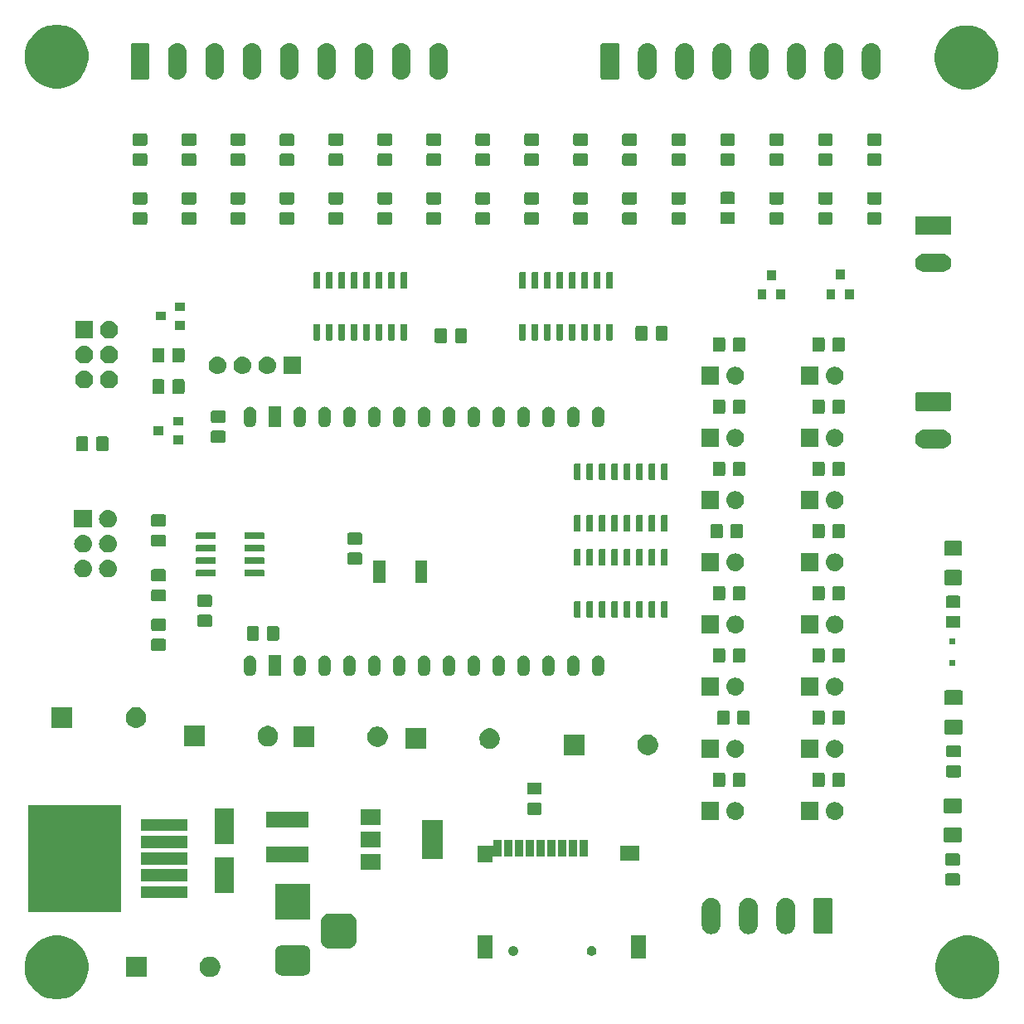
<source format=gbr>
%TF.GenerationSoftware,KiCad,Pcbnew,(5.1.4)-1*%
%TF.CreationDate,2020-03-16T02:23:40+08:00*%
%TF.ProjectId,led controller v5,6c656420-636f-46e7-9472-6f6c6c657220,rev?*%
%TF.SameCoordinates,Original*%
%TF.FileFunction,Soldermask,Top*%
%TF.FilePolarity,Negative*%
%FSLAX46Y46*%
G04 Gerber Fmt 4.6, Leading zero omitted, Abs format (unit mm)*
G04 Created by KiCad (PCBNEW (5.1.4)-1) date 2020-03-16 02:23:40*
%MOMM*%
%LPD*%
G04 APERTURE LIST*
%ADD10C,0.100000*%
G04 APERTURE END LIST*
D10*
G36*
X98134239Y-102311467D02*
G01*
X98448282Y-102373934D01*
X99039926Y-102619001D01*
X99329523Y-102812504D01*
X99572391Y-102974783D01*
X100025217Y-103427609D01*
X100074010Y-103500633D01*
X100380999Y-103960074D01*
X100626066Y-104551718D01*
X100626066Y-104551719D01*
X100751000Y-105179803D01*
X100751000Y-105820197D01*
X100713973Y-106006345D01*
X100626066Y-106448282D01*
X100380999Y-107039926D01*
X100025216Y-107572392D01*
X99572392Y-108025216D01*
X99039926Y-108380999D01*
X98448282Y-108626066D01*
X98134239Y-108688533D01*
X97820197Y-108751000D01*
X97179803Y-108751000D01*
X96865761Y-108688533D01*
X96551718Y-108626066D01*
X95960074Y-108380999D01*
X95427608Y-108025216D01*
X94974784Y-107572392D01*
X94619001Y-107039926D01*
X94373934Y-106448282D01*
X94286027Y-106006345D01*
X94249000Y-105820197D01*
X94249000Y-105179803D01*
X94373934Y-104551719D01*
X94373934Y-104551718D01*
X94619001Y-103960074D01*
X94925990Y-103500633D01*
X94974783Y-103427609D01*
X95427609Y-102974783D01*
X95670477Y-102812504D01*
X95960074Y-102619001D01*
X96551718Y-102373934D01*
X96865761Y-102311467D01*
X97179803Y-102249000D01*
X97820197Y-102249000D01*
X98134239Y-102311467D01*
X98134239Y-102311467D01*
G37*
G36*
X5134239Y-102311467D02*
G01*
X5448282Y-102373934D01*
X6039926Y-102619001D01*
X6329523Y-102812504D01*
X6572391Y-102974783D01*
X7025217Y-103427609D01*
X7074010Y-103500633D01*
X7380999Y-103960074D01*
X7626066Y-104551718D01*
X7626066Y-104551719D01*
X7751000Y-105179803D01*
X7751000Y-105820197D01*
X7713973Y-106006345D01*
X7626066Y-106448282D01*
X7380999Y-107039926D01*
X7025216Y-107572392D01*
X6572392Y-108025216D01*
X6039926Y-108380999D01*
X5448282Y-108626066D01*
X5134239Y-108688533D01*
X4820197Y-108751000D01*
X4179803Y-108751000D01*
X3865761Y-108688533D01*
X3551718Y-108626066D01*
X2960074Y-108380999D01*
X2427608Y-108025216D01*
X1974784Y-107572392D01*
X1619001Y-107039926D01*
X1373934Y-106448282D01*
X1286027Y-106006345D01*
X1249000Y-105820197D01*
X1249000Y-105179803D01*
X1373934Y-104551719D01*
X1373934Y-104551718D01*
X1619001Y-103960074D01*
X1925990Y-103500633D01*
X1974783Y-103427609D01*
X2427609Y-102974783D01*
X2670477Y-102812504D01*
X2960074Y-102619001D01*
X3551718Y-102373934D01*
X3865761Y-102311467D01*
X4179803Y-102249000D01*
X4820197Y-102249000D01*
X5134239Y-102311467D01*
X5134239Y-102311467D01*
G37*
G36*
X20456564Y-104439389D02*
G01*
X20647833Y-104518615D01*
X20647835Y-104518616D01*
X20697377Y-104551719D01*
X20819973Y-104633635D01*
X20966365Y-104780027D01*
X21081385Y-104952167D01*
X21160611Y-105143436D01*
X21201000Y-105346484D01*
X21201000Y-105553516D01*
X21160611Y-105756564D01*
X21101334Y-105899671D01*
X21081384Y-105947835D01*
X20966365Y-106119973D01*
X20819973Y-106266365D01*
X20647835Y-106381384D01*
X20647834Y-106381385D01*
X20647833Y-106381385D01*
X20456564Y-106460611D01*
X20253516Y-106501000D01*
X20046484Y-106501000D01*
X19843436Y-106460611D01*
X19652167Y-106381385D01*
X19652166Y-106381385D01*
X19652165Y-106381384D01*
X19480027Y-106266365D01*
X19333635Y-106119973D01*
X19218616Y-105947835D01*
X19198666Y-105899671D01*
X19139389Y-105756564D01*
X19099000Y-105553516D01*
X19099000Y-105346484D01*
X19139389Y-105143436D01*
X19218615Y-104952167D01*
X19333635Y-104780027D01*
X19480027Y-104633635D01*
X19602623Y-104551719D01*
X19652165Y-104518616D01*
X19652167Y-104518615D01*
X19843436Y-104439389D01*
X20046484Y-104399000D01*
X20253516Y-104399000D01*
X20456564Y-104439389D01*
X20456564Y-104439389D01*
G37*
G36*
X13701000Y-106501000D02*
G01*
X11599000Y-106501000D01*
X11599000Y-104399000D01*
X13701000Y-104399000D01*
X13701000Y-106501000D01*
X13701000Y-106501000D01*
G37*
G36*
X29826979Y-103263293D02*
G01*
X29960625Y-103303834D01*
X30083784Y-103369664D01*
X30191740Y-103458260D01*
X30280336Y-103566216D01*
X30346166Y-103689375D01*
X30386707Y-103823021D01*
X30401000Y-103968140D01*
X30401000Y-105631860D01*
X30386707Y-105776979D01*
X30346166Y-105910625D01*
X30280336Y-106033784D01*
X30191740Y-106141740D01*
X30083784Y-106230336D01*
X29960625Y-106296166D01*
X29826979Y-106336707D01*
X29681860Y-106351000D01*
X27518140Y-106351000D01*
X27373021Y-106336707D01*
X27239375Y-106296166D01*
X27116216Y-106230336D01*
X27008260Y-106141740D01*
X26919664Y-106033784D01*
X26853834Y-105910625D01*
X26813293Y-105776979D01*
X26799000Y-105631860D01*
X26799000Y-103968140D01*
X26813293Y-103823021D01*
X26853834Y-103689375D01*
X26919664Y-103566216D01*
X27008260Y-103458260D01*
X27116216Y-103369664D01*
X27239375Y-103303834D01*
X27373021Y-103263293D01*
X27518140Y-103249000D01*
X29681860Y-103249000D01*
X29826979Y-103263293D01*
X29826979Y-103263293D01*
G37*
G36*
X64671000Y-104571000D02*
G01*
X63169000Y-104571000D01*
X63169000Y-102269000D01*
X64671000Y-102269000D01*
X64671000Y-104571000D01*
X64671000Y-104571000D01*
G37*
G36*
X48971000Y-104571000D02*
G01*
X47469000Y-104571000D01*
X47469000Y-102269000D01*
X48971000Y-102269000D01*
X48971000Y-104571000D01*
X48971000Y-104571000D01*
G37*
G36*
X59217740Y-103328626D02*
G01*
X59266136Y-103338253D01*
X59299188Y-103351944D01*
X59357311Y-103376019D01*
X59398062Y-103403248D01*
X59439369Y-103430848D01*
X59509152Y-103500631D01*
X59509153Y-103500633D01*
X59563981Y-103582689D01*
X59586104Y-103636098D01*
X59601747Y-103673864D01*
X59621000Y-103770656D01*
X59621000Y-103869344D01*
X59608041Y-103934496D01*
X59601747Y-103966135D01*
X59563981Y-104057311D01*
X59563980Y-104057312D01*
X59509152Y-104139369D01*
X59439369Y-104209152D01*
X59398272Y-104236612D01*
X59357311Y-104263981D01*
X59303902Y-104286104D01*
X59266136Y-104301747D01*
X59217740Y-104311373D01*
X59169345Y-104321000D01*
X59070655Y-104321000D01*
X59022260Y-104311374D01*
X58973864Y-104301747D01*
X58936098Y-104286104D01*
X58882689Y-104263981D01*
X58841728Y-104236612D01*
X58800631Y-104209152D01*
X58730848Y-104139369D01*
X58676020Y-104057312D01*
X58676019Y-104057311D01*
X58638253Y-103966135D01*
X58631960Y-103934496D01*
X58619000Y-103869344D01*
X58619000Y-103770656D01*
X58638253Y-103673864D01*
X58653896Y-103636098D01*
X58676019Y-103582689D01*
X58730847Y-103500633D01*
X58730848Y-103500631D01*
X58800631Y-103430848D01*
X58841938Y-103403248D01*
X58882689Y-103376019D01*
X58940812Y-103351944D01*
X58973864Y-103338253D01*
X59022260Y-103328627D01*
X59070655Y-103319000D01*
X59169345Y-103319000D01*
X59217740Y-103328626D01*
X59217740Y-103328626D01*
G37*
G36*
X51217740Y-103328626D02*
G01*
X51266136Y-103338253D01*
X51299188Y-103351944D01*
X51357311Y-103376019D01*
X51398062Y-103403248D01*
X51439369Y-103430848D01*
X51509152Y-103500631D01*
X51509153Y-103500633D01*
X51563981Y-103582689D01*
X51586104Y-103636098D01*
X51601747Y-103673864D01*
X51621000Y-103770656D01*
X51621000Y-103869344D01*
X51608041Y-103934496D01*
X51601747Y-103966135D01*
X51563981Y-104057311D01*
X51563980Y-104057312D01*
X51509152Y-104139369D01*
X51439369Y-104209152D01*
X51398272Y-104236612D01*
X51357311Y-104263981D01*
X51303902Y-104286104D01*
X51266136Y-104301747D01*
X51217740Y-104311373D01*
X51169345Y-104321000D01*
X51070655Y-104321000D01*
X51022260Y-104311374D01*
X50973864Y-104301747D01*
X50936098Y-104286104D01*
X50882689Y-104263981D01*
X50841728Y-104236612D01*
X50800631Y-104209152D01*
X50730848Y-104139369D01*
X50676020Y-104057312D01*
X50676019Y-104057311D01*
X50638253Y-103966135D01*
X50631960Y-103934496D01*
X50619000Y-103869344D01*
X50619000Y-103770656D01*
X50638253Y-103673864D01*
X50653896Y-103636098D01*
X50676019Y-103582689D01*
X50730847Y-103500633D01*
X50730848Y-103500631D01*
X50800631Y-103430848D01*
X50841938Y-103403248D01*
X50882689Y-103376019D01*
X50940812Y-103351944D01*
X50973864Y-103338253D01*
X51022260Y-103328627D01*
X51070655Y-103319000D01*
X51169345Y-103319000D01*
X51217740Y-103328626D01*
X51217740Y-103328626D01*
G37*
G36*
X34426366Y-100015695D02*
G01*
X34583460Y-100063349D01*
X34728231Y-100140731D01*
X34855128Y-100244872D01*
X34959269Y-100371769D01*
X35036651Y-100516540D01*
X35084305Y-100673634D01*
X35101000Y-100843140D01*
X35101000Y-102756860D01*
X35084305Y-102926366D01*
X35036651Y-103083460D01*
X34959269Y-103228231D01*
X34855128Y-103355128D01*
X34728231Y-103459269D01*
X34583460Y-103536651D01*
X34426366Y-103584305D01*
X34256860Y-103601000D01*
X32343140Y-103601000D01*
X32173634Y-103584305D01*
X32016540Y-103536651D01*
X31871769Y-103459269D01*
X31744872Y-103355128D01*
X31640731Y-103228231D01*
X31563349Y-103083460D01*
X31515695Y-102926366D01*
X31499000Y-102756860D01*
X31499000Y-100843140D01*
X31515695Y-100673634D01*
X31563349Y-100516540D01*
X31640731Y-100371769D01*
X31744872Y-100244872D01*
X31871769Y-100140731D01*
X32016540Y-100063349D01*
X32173634Y-100015695D01*
X32343140Y-99999000D01*
X34256860Y-99999000D01*
X34426366Y-100015695D01*
X34426366Y-100015695D01*
G37*
G36*
X71506425Y-98412760D02*
G01*
X71506428Y-98412761D01*
X71506429Y-98412761D01*
X71685693Y-98467140D01*
X71685696Y-98467142D01*
X71685697Y-98467142D01*
X71850903Y-98555446D01*
X71995712Y-98674288D01*
X72114554Y-98819097D01*
X72202858Y-98984303D01*
X72202860Y-98984307D01*
X72257239Y-99163571D01*
X72257240Y-99163575D01*
X72271000Y-99303282D01*
X72271000Y-101196718D01*
X72257240Y-101336425D01*
X72257239Y-101336428D01*
X72257239Y-101336429D01*
X72202860Y-101515693D01*
X72202858Y-101515696D01*
X72202858Y-101515697D01*
X72114554Y-101680903D01*
X71995712Y-101825712D01*
X71850903Y-101944554D01*
X71702964Y-102023628D01*
X71685692Y-102032860D01*
X71506428Y-102087239D01*
X71506427Y-102087239D01*
X71506424Y-102087240D01*
X71320000Y-102105601D01*
X71133575Y-102087240D01*
X71133572Y-102087239D01*
X71133571Y-102087239D01*
X70954307Y-102032860D01*
X70936575Y-102023382D01*
X70789097Y-101944554D01*
X70644288Y-101825712D01*
X70525446Y-101680903D01*
X70437142Y-101515696D01*
X70437141Y-101515693D01*
X70437140Y-101515692D01*
X70382761Y-101336428D01*
X70382761Y-101336427D01*
X70382760Y-101336424D01*
X70369000Y-101196717D01*
X70369000Y-99303283D01*
X70382761Y-99163575D01*
X70382762Y-99163571D01*
X70437141Y-98984307D01*
X70437143Y-98984303D01*
X70525447Y-98819097D01*
X70644289Y-98674288D01*
X70789098Y-98555446D01*
X70954304Y-98467142D01*
X70954305Y-98467142D01*
X70954308Y-98467140D01*
X71133572Y-98412761D01*
X71133573Y-98412761D01*
X71133576Y-98412760D01*
X71320000Y-98394399D01*
X71506425Y-98412760D01*
X71506425Y-98412760D01*
G37*
G36*
X75316425Y-98412760D02*
G01*
X75316428Y-98412761D01*
X75316429Y-98412761D01*
X75495693Y-98467140D01*
X75495696Y-98467142D01*
X75495697Y-98467142D01*
X75660903Y-98555446D01*
X75805712Y-98674288D01*
X75924554Y-98819097D01*
X76012858Y-98984303D01*
X76012860Y-98984307D01*
X76067239Y-99163571D01*
X76067240Y-99163575D01*
X76081000Y-99303282D01*
X76081000Y-101196718D01*
X76067240Y-101336425D01*
X76067239Y-101336428D01*
X76067239Y-101336429D01*
X76012860Y-101515693D01*
X76012858Y-101515696D01*
X76012858Y-101515697D01*
X75924554Y-101680903D01*
X75805712Y-101825712D01*
X75660903Y-101944554D01*
X75512964Y-102023628D01*
X75495692Y-102032860D01*
X75316428Y-102087239D01*
X75316427Y-102087239D01*
X75316424Y-102087240D01*
X75130000Y-102105601D01*
X74943575Y-102087240D01*
X74943572Y-102087239D01*
X74943571Y-102087239D01*
X74764307Y-102032860D01*
X74746575Y-102023382D01*
X74599097Y-101944554D01*
X74454288Y-101825712D01*
X74335446Y-101680903D01*
X74247142Y-101515696D01*
X74247141Y-101515693D01*
X74247140Y-101515692D01*
X74192761Y-101336428D01*
X74192761Y-101336427D01*
X74192760Y-101336424D01*
X74179000Y-101196717D01*
X74179000Y-99303283D01*
X74192761Y-99163575D01*
X74192762Y-99163571D01*
X74247141Y-98984307D01*
X74247143Y-98984303D01*
X74335447Y-98819097D01*
X74454289Y-98674288D01*
X74599098Y-98555446D01*
X74764304Y-98467142D01*
X74764305Y-98467142D01*
X74764308Y-98467140D01*
X74943572Y-98412761D01*
X74943573Y-98412761D01*
X74943576Y-98412760D01*
X75130000Y-98394399D01*
X75316425Y-98412760D01*
X75316425Y-98412760D01*
G37*
G36*
X79126425Y-98412760D02*
G01*
X79126428Y-98412761D01*
X79126429Y-98412761D01*
X79305693Y-98467140D01*
X79305696Y-98467142D01*
X79305697Y-98467142D01*
X79470903Y-98555446D01*
X79615712Y-98674288D01*
X79734554Y-98819097D01*
X79822858Y-98984303D01*
X79822860Y-98984307D01*
X79877239Y-99163571D01*
X79877240Y-99163575D01*
X79891000Y-99303282D01*
X79891000Y-101196718D01*
X79877240Y-101336425D01*
X79877239Y-101336428D01*
X79877239Y-101336429D01*
X79822860Y-101515693D01*
X79822858Y-101515696D01*
X79822858Y-101515697D01*
X79734554Y-101680903D01*
X79615712Y-101825712D01*
X79470903Y-101944554D01*
X79322964Y-102023628D01*
X79305692Y-102032860D01*
X79126428Y-102087239D01*
X79126427Y-102087239D01*
X79126424Y-102087240D01*
X78940000Y-102105601D01*
X78753575Y-102087240D01*
X78753572Y-102087239D01*
X78753571Y-102087239D01*
X78574307Y-102032860D01*
X78556575Y-102023382D01*
X78409097Y-101944554D01*
X78264288Y-101825712D01*
X78145446Y-101680903D01*
X78057142Y-101515696D01*
X78057141Y-101515693D01*
X78057140Y-101515692D01*
X78002761Y-101336428D01*
X78002761Y-101336427D01*
X78002760Y-101336424D01*
X77989000Y-101196717D01*
X77989000Y-99303283D01*
X78002761Y-99163575D01*
X78002762Y-99163571D01*
X78057141Y-98984307D01*
X78057143Y-98984303D01*
X78145447Y-98819097D01*
X78264289Y-98674288D01*
X78409098Y-98555446D01*
X78574304Y-98467142D01*
X78574305Y-98467142D01*
X78574308Y-98467140D01*
X78753572Y-98412761D01*
X78753573Y-98412761D01*
X78753576Y-98412760D01*
X78940000Y-98394399D01*
X79126425Y-98412760D01*
X79126425Y-98412760D01*
G37*
G36*
X83560915Y-98402934D02*
G01*
X83593424Y-98412795D01*
X83623382Y-98428809D01*
X83649641Y-98450359D01*
X83671191Y-98476618D01*
X83687205Y-98506576D01*
X83697066Y-98539085D01*
X83701000Y-98579029D01*
X83701000Y-101920971D01*
X83697066Y-101960915D01*
X83687205Y-101993424D01*
X83671191Y-102023382D01*
X83649641Y-102049641D01*
X83623382Y-102071191D01*
X83593424Y-102087205D01*
X83560915Y-102097066D01*
X83520971Y-102101000D01*
X81979029Y-102101000D01*
X81939085Y-102097066D01*
X81906576Y-102087205D01*
X81876618Y-102071191D01*
X81850359Y-102049641D01*
X81828809Y-102023382D01*
X81812795Y-101993424D01*
X81802934Y-101960915D01*
X81799000Y-101920971D01*
X81799000Y-98579029D01*
X81802934Y-98539085D01*
X81812795Y-98506576D01*
X81828809Y-98476618D01*
X81850359Y-98450359D01*
X81876618Y-98428809D01*
X81906576Y-98412795D01*
X81939085Y-98402934D01*
X81979029Y-98399000D01*
X83520971Y-98399000D01*
X83560915Y-98402934D01*
X83560915Y-98402934D01*
G37*
G36*
X30401000Y-100601000D02*
G01*
X26799000Y-100601000D01*
X26799000Y-96999000D01*
X30401000Y-96999000D01*
X30401000Y-100601000D01*
X30401000Y-100601000D01*
G37*
G36*
X11076000Y-99851000D02*
G01*
X1574000Y-99851000D01*
X1574000Y-88949000D01*
X11076000Y-88949000D01*
X11076000Y-99851000D01*
X11076000Y-99851000D01*
G37*
G36*
X17826000Y-98401000D02*
G01*
X13124000Y-98401000D01*
X13124000Y-97199000D01*
X17826000Y-97199000D01*
X17826000Y-98401000D01*
X17826000Y-98401000D01*
G37*
G36*
X22551000Y-97901000D02*
G01*
X20649000Y-97901000D01*
X20649000Y-94299000D01*
X22551000Y-94299000D01*
X22551000Y-97901000D01*
X22551000Y-97901000D01*
G37*
G36*
X96568674Y-95913465D02*
G01*
X96606367Y-95924899D01*
X96641103Y-95943466D01*
X96671548Y-95968452D01*
X96696534Y-95998897D01*
X96715101Y-96033633D01*
X96726535Y-96071326D01*
X96731000Y-96116661D01*
X96731000Y-96953339D01*
X96726535Y-96998674D01*
X96715101Y-97036367D01*
X96696534Y-97071103D01*
X96671548Y-97101548D01*
X96641103Y-97126534D01*
X96606367Y-97145101D01*
X96568674Y-97156535D01*
X96523339Y-97161000D01*
X95436661Y-97161000D01*
X95391326Y-97156535D01*
X95353633Y-97145101D01*
X95318897Y-97126534D01*
X95288452Y-97101548D01*
X95263466Y-97071103D01*
X95244899Y-97036367D01*
X95233465Y-96998674D01*
X95229000Y-96953339D01*
X95229000Y-96116661D01*
X95233465Y-96071326D01*
X95244899Y-96033633D01*
X95263466Y-95998897D01*
X95288452Y-95968452D01*
X95318897Y-95943466D01*
X95353633Y-95924899D01*
X95391326Y-95913465D01*
X95436661Y-95909000D01*
X96523339Y-95909000D01*
X96568674Y-95913465D01*
X96568674Y-95913465D01*
G37*
G36*
X17826000Y-96701000D02*
G01*
X13124000Y-96701000D01*
X13124000Y-95499000D01*
X17826000Y-95499000D01*
X17826000Y-96701000D01*
X17826000Y-96701000D01*
G37*
G36*
X37601000Y-95551000D02*
G01*
X35499000Y-95551000D01*
X35499000Y-93949000D01*
X37601000Y-93949000D01*
X37601000Y-95551000D01*
X37601000Y-95551000D01*
G37*
G36*
X96568674Y-93863465D02*
G01*
X96606367Y-93874899D01*
X96641103Y-93893466D01*
X96671548Y-93918452D01*
X96696534Y-93948897D01*
X96715101Y-93983633D01*
X96726535Y-94021326D01*
X96731000Y-94066661D01*
X96731000Y-94903339D01*
X96726535Y-94948674D01*
X96715101Y-94986367D01*
X96696534Y-95021103D01*
X96671548Y-95051548D01*
X96641103Y-95076534D01*
X96606367Y-95095101D01*
X96568674Y-95106535D01*
X96523339Y-95111000D01*
X95436661Y-95111000D01*
X95391326Y-95106535D01*
X95353633Y-95095101D01*
X95318897Y-95076534D01*
X95288452Y-95051548D01*
X95263466Y-95021103D01*
X95244899Y-94986367D01*
X95233465Y-94948674D01*
X95229000Y-94903339D01*
X95229000Y-94066661D01*
X95233465Y-94021326D01*
X95244899Y-93983633D01*
X95263466Y-93948897D01*
X95288452Y-93918452D01*
X95318897Y-93893466D01*
X95353633Y-93874899D01*
X95391326Y-93863465D01*
X95436661Y-93859000D01*
X96523339Y-93859000D01*
X96568674Y-93863465D01*
X96568674Y-93863465D01*
G37*
G36*
X17826000Y-95001000D02*
G01*
X13124000Y-95001000D01*
X13124000Y-93799000D01*
X17826000Y-93799000D01*
X17826000Y-95001000D01*
X17826000Y-95001000D01*
G37*
G36*
X30201000Y-94801000D02*
G01*
X25899000Y-94801000D01*
X25899000Y-93199000D01*
X30201000Y-93199000D01*
X30201000Y-94801000D01*
X30201000Y-94801000D01*
G37*
G36*
X49921000Y-94171000D02*
G01*
X49095999Y-94171000D01*
X49071613Y-94173402D01*
X49048164Y-94180515D01*
X49026553Y-94192066D01*
X49007611Y-94207611D01*
X48992066Y-94226553D01*
X48980515Y-94248164D01*
X48973402Y-94271613D01*
X48971000Y-94295999D01*
X48971000Y-94771000D01*
X47469000Y-94771000D01*
X47469000Y-93069000D01*
X48994001Y-93069000D01*
X49018387Y-93066598D01*
X49041836Y-93059485D01*
X49063447Y-93047934D01*
X49082389Y-93032389D01*
X49097934Y-93013447D01*
X49109485Y-92991836D01*
X49116598Y-92968387D01*
X49119000Y-92944001D01*
X49119000Y-92469000D01*
X49921000Y-92469000D01*
X49921000Y-94171000D01*
X49921000Y-94171000D01*
G37*
G36*
X63971000Y-94571000D02*
G01*
X62069000Y-94571000D01*
X62069000Y-93069000D01*
X63971000Y-93069000D01*
X63971000Y-94571000D01*
X63971000Y-94571000D01*
G37*
G36*
X43901000Y-94401000D02*
G01*
X41799000Y-94401000D01*
X41799000Y-90499000D01*
X43901000Y-90499000D01*
X43901000Y-94401000D01*
X43901000Y-94401000D01*
G37*
G36*
X57621000Y-94171000D02*
G01*
X56819000Y-94171000D01*
X56819000Y-92469000D01*
X57621000Y-92469000D01*
X57621000Y-94171000D01*
X57621000Y-94171000D01*
G37*
G36*
X51021000Y-94171000D02*
G01*
X50219000Y-94171000D01*
X50219000Y-92469000D01*
X51021000Y-92469000D01*
X51021000Y-94171000D01*
X51021000Y-94171000D01*
G37*
G36*
X52121000Y-94171000D02*
G01*
X51319000Y-94171000D01*
X51319000Y-92469000D01*
X52121000Y-92469000D01*
X52121000Y-94171000D01*
X52121000Y-94171000D01*
G37*
G36*
X58721000Y-94171000D02*
G01*
X57919000Y-94171000D01*
X57919000Y-92469000D01*
X58721000Y-92469000D01*
X58721000Y-94171000D01*
X58721000Y-94171000D01*
G37*
G36*
X55421000Y-94171000D02*
G01*
X54619000Y-94171000D01*
X54619000Y-92469000D01*
X55421000Y-92469000D01*
X55421000Y-94171000D01*
X55421000Y-94171000D01*
G37*
G36*
X54321000Y-94171000D02*
G01*
X53519000Y-94171000D01*
X53519000Y-92469000D01*
X54321000Y-92469000D01*
X54321000Y-94171000D01*
X54321000Y-94171000D01*
G37*
G36*
X53221000Y-94171000D02*
G01*
X52419000Y-94171000D01*
X52419000Y-92469000D01*
X53221000Y-92469000D01*
X53221000Y-94171000D01*
X53221000Y-94171000D01*
G37*
G36*
X56521000Y-94171000D02*
G01*
X55719000Y-94171000D01*
X55719000Y-92469000D01*
X56521000Y-92469000D01*
X56521000Y-94171000D01*
X56521000Y-94171000D01*
G37*
G36*
X17826000Y-93301000D02*
G01*
X13124000Y-93301000D01*
X13124000Y-92099000D01*
X17826000Y-92099000D01*
X17826000Y-93301000D01*
X17826000Y-93301000D01*
G37*
G36*
X37601000Y-93251000D02*
G01*
X35499000Y-93251000D01*
X35499000Y-91649000D01*
X37601000Y-91649000D01*
X37601000Y-93251000D01*
X37601000Y-93251000D01*
G37*
G36*
X22551000Y-92901000D02*
G01*
X20649000Y-92901000D01*
X20649000Y-89299000D01*
X22551000Y-89299000D01*
X22551000Y-92901000D01*
X22551000Y-92901000D01*
G37*
G36*
X96755562Y-91238181D02*
G01*
X96790481Y-91248774D01*
X96822663Y-91265976D01*
X96850873Y-91289127D01*
X96874024Y-91317337D01*
X96891226Y-91349519D01*
X96901819Y-91384438D01*
X96906000Y-91426895D01*
X96906000Y-92568105D01*
X96901819Y-92610562D01*
X96891226Y-92645481D01*
X96874024Y-92677663D01*
X96850873Y-92705873D01*
X96822663Y-92729024D01*
X96790481Y-92746226D01*
X96755562Y-92756819D01*
X96713105Y-92761000D01*
X95246895Y-92761000D01*
X95204438Y-92756819D01*
X95169519Y-92746226D01*
X95137337Y-92729024D01*
X95109127Y-92705873D01*
X95085976Y-92677663D01*
X95068774Y-92645481D01*
X95058181Y-92610562D01*
X95054000Y-92568105D01*
X95054000Y-91426895D01*
X95058181Y-91384438D01*
X95068774Y-91349519D01*
X95085976Y-91317337D01*
X95109127Y-91289127D01*
X95137337Y-91265976D01*
X95169519Y-91248774D01*
X95204438Y-91238181D01*
X95246895Y-91234000D01*
X96713105Y-91234000D01*
X96755562Y-91238181D01*
X96755562Y-91238181D01*
G37*
G36*
X17826000Y-91601000D02*
G01*
X13124000Y-91601000D01*
X13124000Y-90399000D01*
X17826000Y-90399000D01*
X17826000Y-91601000D01*
X17826000Y-91601000D01*
G37*
G36*
X30201000Y-91201000D02*
G01*
X25899000Y-91201000D01*
X25899000Y-89599000D01*
X30201000Y-89599000D01*
X30201000Y-91201000D01*
X30201000Y-91201000D01*
G37*
G36*
X37601000Y-90951000D02*
G01*
X35499000Y-90951000D01*
X35499000Y-89349000D01*
X37601000Y-89349000D01*
X37601000Y-90951000D01*
X37601000Y-90951000D01*
G37*
G36*
X73897443Y-88640519D02*
G01*
X73963627Y-88647037D01*
X74133466Y-88698557D01*
X74289991Y-88782222D01*
X74299422Y-88789962D01*
X74427186Y-88894814D01*
X74510448Y-88996271D01*
X74539778Y-89032009D01*
X74623443Y-89188534D01*
X74674963Y-89358373D01*
X74692359Y-89535000D01*
X74674963Y-89711627D01*
X74623443Y-89881466D01*
X74623442Y-89881468D01*
X74581610Y-89959729D01*
X74539778Y-90037991D01*
X74510448Y-90073729D01*
X74427186Y-90175186D01*
X74325729Y-90258448D01*
X74289991Y-90287778D01*
X74133466Y-90371443D01*
X73963627Y-90422963D01*
X73897443Y-90429481D01*
X73831260Y-90436000D01*
X73742740Y-90436000D01*
X73676557Y-90429481D01*
X73610373Y-90422963D01*
X73440534Y-90371443D01*
X73284009Y-90287778D01*
X73248271Y-90258448D01*
X73146814Y-90175186D01*
X73063552Y-90073729D01*
X73034222Y-90037991D01*
X72992390Y-89959729D01*
X72950558Y-89881468D01*
X72950557Y-89881466D01*
X72899037Y-89711627D01*
X72881641Y-89535000D01*
X72899037Y-89358373D01*
X72950557Y-89188534D01*
X73034222Y-89032009D01*
X73063552Y-88996271D01*
X73146814Y-88894814D01*
X73274578Y-88789962D01*
X73284009Y-88782222D01*
X73440534Y-88698557D01*
X73610373Y-88647037D01*
X73676557Y-88640519D01*
X73742740Y-88634000D01*
X73831260Y-88634000D01*
X73897443Y-88640519D01*
X73897443Y-88640519D01*
G37*
G36*
X84057443Y-88640519D02*
G01*
X84123627Y-88647037D01*
X84293466Y-88698557D01*
X84449991Y-88782222D01*
X84459422Y-88789962D01*
X84587186Y-88894814D01*
X84670448Y-88996271D01*
X84699778Y-89032009D01*
X84783443Y-89188534D01*
X84834963Y-89358373D01*
X84852359Y-89535000D01*
X84834963Y-89711627D01*
X84783443Y-89881466D01*
X84783442Y-89881468D01*
X84741610Y-89959729D01*
X84699778Y-90037991D01*
X84670448Y-90073729D01*
X84587186Y-90175186D01*
X84485729Y-90258448D01*
X84449991Y-90287778D01*
X84293466Y-90371443D01*
X84123627Y-90422963D01*
X84057443Y-90429481D01*
X83991260Y-90436000D01*
X83902740Y-90436000D01*
X83836557Y-90429481D01*
X83770373Y-90422963D01*
X83600534Y-90371443D01*
X83444009Y-90287778D01*
X83408271Y-90258448D01*
X83306814Y-90175186D01*
X83223552Y-90073729D01*
X83194222Y-90037991D01*
X83152390Y-89959729D01*
X83110558Y-89881468D01*
X83110557Y-89881466D01*
X83059037Y-89711627D01*
X83041641Y-89535000D01*
X83059037Y-89358373D01*
X83110557Y-89188534D01*
X83194222Y-89032009D01*
X83223552Y-88996271D01*
X83306814Y-88894814D01*
X83434578Y-88789962D01*
X83444009Y-88782222D01*
X83600534Y-88698557D01*
X83770373Y-88647037D01*
X83836557Y-88640519D01*
X83902740Y-88634000D01*
X83991260Y-88634000D01*
X84057443Y-88640519D01*
X84057443Y-88640519D01*
G37*
G36*
X82308000Y-90436000D02*
G01*
X80506000Y-90436000D01*
X80506000Y-88634000D01*
X82308000Y-88634000D01*
X82308000Y-90436000D01*
X82308000Y-90436000D01*
G37*
G36*
X72148000Y-90436000D02*
G01*
X70346000Y-90436000D01*
X70346000Y-88634000D01*
X72148000Y-88634000D01*
X72148000Y-90436000D01*
X72148000Y-90436000D01*
G37*
G36*
X53868674Y-88673465D02*
G01*
X53906367Y-88684899D01*
X53941103Y-88703466D01*
X53971548Y-88728452D01*
X53996534Y-88758897D01*
X54015101Y-88793633D01*
X54026535Y-88831326D01*
X54031000Y-88876661D01*
X54031000Y-89713339D01*
X54026535Y-89758674D01*
X54015101Y-89796367D01*
X53996534Y-89831103D01*
X53971548Y-89861548D01*
X53941103Y-89886534D01*
X53906367Y-89905101D01*
X53868674Y-89916535D01*
X53823339Y-89921000D01*
X52736661Y-89921000D01*
X52691326Y-89916535D01*
X52653633Y-89905101D01*
X52618897Y-89886534D01*
X52588452Y-89861548D01*
X52563466Y-89831103D01*
X52544899Y-89796367D01*
X52533465Y-89758674D01*
X52529000Y-89713339D01*
X52529000Y-88876661D01*
X52533465Y-88831326D01*
X52544899Y-88793633D01*
X52563466Y-88758897D01*
X52588452Y-88728452D01*
X52618897Y-88703466D01*
X52653633Y-88684899D01*
X52691326Y-88673465D01*
X52736661Y-88669000D01*
X53823339Y-88669000D01*
X53868674Y-88673465D01*
X53868674Y-88673465D01*
G37*
G36*
X96755562Y-88263181D02*
G01*
X96790481Y-88273774D01*
X96822663Y-88290976D01*
X96850873Y-88314127D01*
X96874024Y-88342337D01*
X96891226Y-88374519D01*
X96901819Y-88409438D01*
X96906000Y-88451895D01*
X96906000Y-89593105D01*
X96901819Y-89635562D01*
X96891226Y-89670481D01*
X96874024Y-89702663D01*
X96850873Y-89730873D01*
X96822663Y-89754024D01*
X96790481Y-89771226D01*
X96755562Y-89781819D01*
X96713105Y-89786000D01*
X95246895Y-89786000D01*
X95204438Y-89781819D01*
X95169519Y-89771226D01*
X95137337Y-89754024D01*
X95109127Y-89730873D01*
X95085976Y-89702663D01*
X95068774Y-89670481D01*
X95058181Y-89635562D01*
X95054000Y-89593105D01*
X95054000Y-88451895D01*
X95058181Y-88409438D01*
X95068774Y-88374519D01*
X95085976Y-88342337D01*
X95109127Y-88314127D01*
X95137337Y-88290976D01*
X95169519Y-88273774D01*
X95204438Y-88263181D01*
X95246895Y-88259000D01*
X96713105Y-88259000D01*
X96755562Y-88263181D01*
X96755562Y-88263181D01*
G37*
G36*
X53868674Y-86623465D02*
G01*
X53906367Y-86634899D01*
X53941103Y-86653466D01*
X53971548Y-86678452D01*
X53996534Y-86708897D01*
X54015101Y-86743633D01*
X54026535Y-86781326D01*
X54031000Y-86826661D01*
X54031000Y-87663339D01*
X54026535Y-87708674D01*
X54015101Y-87746367D01*
X53996534Y-87781103D01*
X53971548Y-87811548D01*
X53941103Y-87836534D01*
X53906367Y-87855101D01*
X53868674Y-87866535D01*
X53823339Y-87871000D01*
X52736661Y-87871000D01*
X52691326Y-87866535D01*
X52653633Y-87855101D01*
X52618897Y-87836534D01*
X52588452Y-87811548D01*
X52563466Y-87781103D01*
X52544899Y-87746367D01*
X52533465Y-87708674D01*
X52529000Y-87663339D01*
X52529000Y-86826661D01*
X52533465Y-86781326D01*
X52544899Y-86743633D01*
X52563466Y-86708897D01*
X52588452Y-86678452D01*
X52618897Y-86653466D01*
X52653633Y-86634899D01*
X52691326Y-86623465D01*
X52736661Y-86619000D01*
X53823339Y-86619000D01*
X53868674Y-86623465D01*
X53868674Y-86623465D01*
G37*
G36*
X74640674Y-85613465D02*
G01*
X74678367Y-85624899D01*
X74713103Y-85643466D01*
X74743548Y-85668452D01*
X74768534Y-85698897D01*
X74787101Y-85733633D01*
X74798535Y-85771326D01*
X74803000Y-85816661D01*
X74803000Y-86903339D01*
X74798535Y-86948674D01*
X74787101Y-86986367D01*
X74768534Y-87021103D01*
X74743548Y-87051548D01*
X74713103Y-87076534D01*
X74678367Y-87095101D01*
X74640674Y-87106535D01*
X74595339Y-87111000D01*
X73758661Y-87111000D01*
X73713326Y-87106535D01*
X73675633Y-87095101D01*
X73640897Y-87076534D01*
X73610452Y-87051548D01*
X73585466Y-87021103D01*
X73566899Y-86986367D01*
X73555465Y-86948674D01*
X73551000Y-86903339D01*
X73551000Y-85816661D01*
X73555465Y-85771326D01*
X73566899Y-85733633D01*
X73585466Y-85698897D01*
X73610452Y-85668452D01*
X73640897Y-85643466D01*
X73675633Y-85624899D01*
X73713326Y-85613465D01*
X73758661Y-85609000D01*
X74595339Y-85609000D01*
X74640674Y-85613465D01*
X74640674Y-85613465D01*
G37*
G36*
X84800674Y-85613465D02*
G01*
X84838367Y-85624899D01*
X84873103Y-85643466D01*
X84903548Y-85668452D01*
X84928534Y-85698897D01*
X84947101Y-85733633D01*
X84958535Y-85771326D01*
X84963000Y-85816661D01*
X84963000Y-86903339D01*
X84958535Y-86948674D01*
X84947101Y-86986367D01*
X84928534Y-87021103D01*
X84903548Y-87051548D01*
X84873103Y-87076534D01*
X84838367Y-87095101D01*
X84800674Y-87106535D01*
X84755339Y-87111000D01*
X83918661Y-87111000D01*
X83873326Y-87106535D01*
X83835633Y-87095101D01*
X83800897Y-87076534D01*
X83770452Y-87051548D01*
X83745466Y-87021103D01*
X83726899Y-86986367D01*
X83715465Y-86948674D01*
X83711000Y-86903339D01*
X83711000Y-85816661D01*
X83715465Y-85771326D01*
X83726899Y-85733633D01*
X83745466Y-85698897D01*
X83770452Y-85668452D01*
X83800897Y-85643466D01*
X83835633Y-85624899D01*
X83873326Y-85613465D01*
X83918661Y-85609000D01*
X84755339Y-85609000D01*
X84800674Y-85613465D01*
X84800674Y-85613465D01*
G37*
G36*
X72590674Y-85613465D02*
G01*
X72628367Y-85624899D01*
X72663103Y-85643466D01*
X72693548Y-85668452D01*
X72718534Y-85698897D01*
X72737101Y-85733633D01*
X72748535Y-85771326D01*
X72753000Y-85816661D01*
X72753000Y-86903339D01*
X72748535Y-86948674D01*
X72737101Y-86986367D01*
X72718534Y-87021103D01*
X72693548Y-87051548D01*
X72663103Y-87076534D01*
X72628367Y-87095101D01*
X72590674Y-87106535D01*
X72545339Y-87111000D01*
X71708661Y-87111000D01*
X71663326Y-87106535D01*
X71625633Y-87095101D01*
X71590897Y-87076534D01*
X71560452Y-87051548D01*
X71535466Y-87021103D01*
X71516899Y-86986367D01*
X71505465Y-86948674D01*
X71501000Y-86903339D01*
X71501000Y-85816661D01*
X71505465Y-85771326D01*
X71516899Y-85733633D01*
X71535466Y-85698897D01*
X71560452Y-85668452D01*
X71590897Y-85643466D01*
X71625633Y-85624899D01*
X71663326Y-85613465D01*
X71708661Y-85609000D01*
X72545339Y-85609000D01*
X72590674Y-85613465D01*
X72590674Y-85613465D01*
G37*
G36*
X82750674Y-85613465D02*
G01*
X82788367Y-85624899D01*
X82823103Y-85643466D01*
X82853548Y-85668452D01*
X82878534Y-85698897D01*
X82897101Y-85733633D01*
X82908535Y-85771326D01*
X82913000Y-85816661D01*
X82913000Y-86903339D01*
X82908535Y-86948674D01*
X82897101Y-86986367D01*
X82878534Y-87021103D01*
X82853548Y-87051548D01*
X82823103Y-87076534D01*
X82788367Y-87095101D01*
X82750674Y-87106535D01*
X82705339Y-87111000D01*
X81868661Y-87111000D01*
X81823326Y-87106535D01*
X81785633Y-87095101D01*
X81750897Y-87076534D01*
X81720452Y-87051548D01*
X81695466Y-87021103D01*
X81676899Y-86986367D01*
X81665465Y-86948674D01*
X81661000Y-86903339D01*
X81661000Y-85816661D01*
X81665465Y-85771326D01*
X81676899Y-85733633D01*
X81695466Y-85698897D01*
X81720452Y-85668452D01*
X81750897Y-85643466D01*
X81785633Y-85624899D01*
X81823326Y-85613465D01*
X81868661Y-85609000D01*
X82705339Y-85609000D01*
X82750674Y-85613465D01*
X82750674Y-85613465D01*
G37*
G36*
X96668674Y-84863465D02*
G01*
X96706367Y-84874899D01*
X96741103Y-84893466D01*
X96771548Y-84918452D01*
X96796534Y-84948897D01*
X96815101Y-84983633D01*
X96826535Y-85021326D01*
X96831000Y-85066661D01*
X96831000Y-85903339D01*
X96826535Y-85948674D01*
X96815101Y-85986367D01*
X96796534Y-86021103D01*
X96771548Y-86051548D01*
X96741103Y-86076534D01*
X96706367Y-86095101D01*
X96668674Y-86106535D01*
X96623339Y-86111000D01*
X95536661Y-86111000D01*
X95491326Y-86106535D01*
X95453633Y-86095101D01*
X95418897Y-86076534D01*
X95388452Y-86051548D01*
X95363466Y-86021103D01*
X95344899Y-85986367D01*
X95333465Y-85948674D01*
X95329000Y-85903339D01*
X95329000Y-85066661D01*
X95333465Y-85021326D01*
X95344899Y-84983633D01*
X95363466Y-84948897D01*
X95388452Y-84918452D01*
X95418897Y-84893466D01*
X95453633Y-84874899D01*
X95491326Y-84863465D01*
X95536661Y-84859000D01*
X96623339Y-84859000D01*
X96668674Y-84863465D01*
X96668674Y-84863465D01*
G37*
G36*
X82308000Y-84086000D02*
G01*
X80506000Y-84086000D01*
X80506000Y-82284000D01*
X82308000Y-82284000D01*
X82308000Y-84086000D01*
X82308000Y-84086000D01*
G37*
G36*
X84057443Y-82290519D02*
G01*
X84123627Y-82297037D01*
X84293466Y-82348557D01*
X84449991Y-82432222D01*
X84479653Y-82456565D01*
X84587186Y-82544814D01*
X84648866Y-82619973D01*
X84699778Y-82682009D01*
X84783443Y-82838534D01*
X84834963Y-83008373D01*
X84852359Y-83185000D01*
X84834963Y-83361627D01*
X84783443Y-83531466D01*
X84699778Y-83687991D01*
X84672373Y-83721384D01*
X84587186Y-83825186D01*
X84497639Y-83898674D01*
X84449991Y-83937778D01*
X84293466Y-84021443D01*
X84123627Y-84072963D01*
X84057443Y-84079481D01*
X83991260Y-84086000D01*
X83902740Y-84086000D01*
X83836557Y-84079481D01*
X83770373Y-84072963D01*
X83600534Y-84021443D01*
X83444009Y-83937778D01*
X83396361Y-83898674D01*
X83306814Y-83825186D01*
X83221627Y-83721384D01*
X83194222Y-83687991D01*
X83110557Y-83531466D01*
X83059037Y-83361627D01*
X83041641Y-83185000D01*
X83059037Y-83008373D01*
X83110557Y-82838534D01*
X83194222Y-82682009D01*
X83245134Y-82619973D01*
X83306814Y-82544814D01*
X83414347Y-82456565D01*
X83444009Y-82432222D01*
X83600534Y-82348557D01*
X83770373Y-82297037D01*
X83836557Y-82290519D01*
X83902740Y-82284000D01*
X83991260Y-82284000D01*
X84057443Y-82290519D01*
X84057443Y-82290519D01*
G37*
G36*
X72148000Y-84086000D02*
G01*
X70346000Y-84086000D01*
X70346000Y-82284000D01*
X72148000Y-82284000D01*
X72148000Y-84086000D01*
X72148000Y-84086000D01*
G37*
G36*
X73897443Y-82290519D02*
G01*
X73963627Y-82297037D01*
X74133466Y-82348557D01*
X74289991Y-82432222D01*
X74319653Y-82456565D01*
X74427186Y-82544814D01*
X74488866Y-82619973D01*
X74539778Y-82682009D01*
X74623443Y-82838534D01*
X74674963Y-83008373D01*
X74692359Y-83185000D01*
X74674963Y-83361627D01*
X74623443Y-83531466D01*
X74539778Y-83687991D01*
X74512373Y-83721384D01*
X74427186Y-83825186D01*
X74337639Y-83898674D01*
X74289991Y-83937778D01*
X74133466Y-84021443D01*
X73963627Y-84072963D01*
X73897443Y-84079481D01*
X73831260Y-84086000D01*
X73742740Y-84086000D01*
X73676557Y-84079481D01*
X73610373Y-84072963D01*
X73440534Y-84021443D01*
X73284009Y-83937778D01*
X73236361Y-83898674D01*
X73146814Y-83825186D01*
X73061627Y-83721384D01*
X73034222Y-83687991D01*
X72950557Y-83531466D01*
X72899037Y-83361627D01*
X72881641Y-83185000D01*
X72899037Y-83008373D01*
X72950557Y-82838534D01*
X73034222Y-82682009D01*
X73085134Y-82619973D01*
X73146814Y-82544814D01*
X73254347Y-82456565D01*
X73284009Y-82432222D01*
X73440534Y-82348557D01*
X73610373Y-82297037D01*
X73676557Y-82290519D01*
X73742740Y-82284000D01*
X73831260Y-82284000D01*
X73897443Y-82290519D01*
X73897443Y-82290519D01*
G37*
G36*
X96668674Y-82813465D02*
G01*
X96706367Y-82824899D01*
X96741103Y-82843466D01*
X96771548Y-82868452D01*
X96796534Y-82898897D01*
X96815101Y-82933633D01*
X96826535Y-82971326D01*
X96831000Y-83016661D01*
X96831000Y-83853339D01*
X96826535Y-83898674D01*
X96815101Y-83936367D01*
X96796534Y-83971103D01*
X96771548Y-84001548D01*
X96741103Y-84026534D01*
X96706367Y-84045101D01*
X96668674Y-84056535D01*
X96623339Y-84061000D01*
X95536661Y-84061000D01*
X95491326Y-84056535D01*
X95453633Y-84045101D01*
X95418897Y-84026534D01*
X95388452Y-84001548D01*
X95363466Y-83971103D01*
X95344899Y-83936367D01*
X95333465Y-83898674D01*
X95329000Y-83853339D01*
X95329000Y-83016661D01*
X95333465Y-82971326D01*
X95344899Y-82933633D01*
X95363466Y-82898897D01*
X95388452Y-82868452D01*
X95418897Y-82843466D01*
X95453633Y-82824899D01*
X95491326Y-82813465D01*
X95536661Y-82809000D01*
X96623339Y-82809000D01*
X96668674Y-82813465D01*
X96668674Y-82813465D01*
G37*
G36*
X65166564Y-81779389D02*
G01*
X65357833Y-81858615D01*
X65357835Y-81858616D01*
X65529973Y-81973635D01*
X65676365Y-82120027D01*
X65765560Y-82253516D01*
X65791385Y-82292167D01*
X65870611Y-82483436D01*
X65911000Y-82686484D01*
X65911000Y-82893516D01*
X65870611Y-83096564D01*
X65827352Y-83201000D01*
X65791384Y-83287835D01*
X65676365Y-83459973D01*
X65529973Y-83606365D01*
X65357835Y-83721384D01*
X65357834Y-83721385D01*
X65357833Y-83721385D01*
X65166564Y-83800611D01*
X64963516Y-83841000D01*
X64756484Y-83841000D01*
X64553436Y-83800611D01*
X64362167Y-83721385D01*
X64362166Y-83721385D01*
X64362165Y-83721384D01*
X64190027Y-83606365D01*
X64043635Y-83459973D01*
X63928616Y-83287835D01*
X63892648Y-83201000D01*
X63849389Y-83096564D01*
X63809000Y-82893516D01*
X63809000Y-82686484D01*
X63849389Y-82483436D01*
X63928615Y-82292167D01*
X63954441Y-82253516D01*
X64043635Y-82120027D01*
X64190027Y-81973635D01*
X64362165Y-81858616D01*
X64362167Y-81858615D01*
X64553436Y-81779389D01*
X64756484Y-81739000D01*
X64963516Y-81739000D01*
X65166564Y-81779389D01*
X65166564Y-81779389D01*
G37*
G36*
X58411000Y-83841000D02*
G01*
X56309000Y-83841000D01*
X56309000Y-81739000D01*
X58411000Y-81739000D01*
X58411000Y-83841000D01*
X58411000Y-83841000D01*
G37*
G36*
X49006564Y-81139389D02*
G01*
X49197833Y-81218615D01*
X49197835Y-81218616D01*
X49369973Y-81333635D01*
X49516365Y-81480027D01*
X49625551Y-81643435D01*
X49631385Y-81652167D01*
X49710611Y-81843436D01*
X49751000Y-82046484D01*
X49751000Y-82253516D01*
X49710611Y-82456564D01*
X49642925Y-82619973D01*
X49631384Y-82647835D01*
X49516365Y-82819973D01*
X49369973Y-82966365D01*
X49197835Y-83081384D01*
X49197834Y-83081385D01*
X49197833Y-83081385D01*
X49006564Y-83160611D01*
X48803516Y-83201000D01*
X48596484Y-83201000D01*
X48393436Y-83160611D01*
X48202167Y-83081385D01*
X48202166Y-83081385D01*
X48202165Y-83081384D01*
X48030027Y-82966365D01*
X47883635Y-82819973D01*
X47768616Y-82647835D01*
X47757075Y-82619973D01*
X47689389Y-82456564D01*
X47649000Y-82253516D01*
X47649000Y-82046484D01*
X47689389Y-81843436D01*
X47768615Y-81652167D01*
X47774450Y-81643435D01*
X47883635Y-81480027D01*
X48030027Y-81333635D01*
X48202165Y-81218616D01*
X48202167Y-81218615D01*
X48393436Y-81139389D01*
X48596484Y-81099000D01*
X48803516Y-81099000D01*
X49006564Y-81139389D01*
X49006564Y-81139389D01*
G37*
G36*
X42251000Y-83201000D02*
G01*
X40149000Y-83201000D01*
X40149000Y-81099000D01*
X42251000Y-81099000D01*
X42251000Y-83201000D01*
X42251000Y-83201000D01*
G37*
G36*
X30801000Y-83001000D02*
G01*
X28699000Y-83001000D01*
X28699000Y-80899000D01*
X30801000Y-80899000D01*
X30801000Y-83001000D01*
X30801000Y-83001000D01*
G37*
G36*
X37556564Y-80939389D02*
G01*
X37747833Y-81018615D01*
X37747835Y-81018616D01*
X37796301Y-81051000D01*
X37919973Y-81133635D01*
X38066365Y-81280027D01*
X38181385Y-81452167D01*
X38260611Y-81643436D01*
X38301000Y-81846484D01*
X38301000Y-82053516D01*
X38260611Y-82256564D01*
X38187851Y-82432222D01*
X38181384Y-82447835D01*
X38066365Y-82619973D01*
X37919973Y-82766365D01*
X37747835Y-82881384D01*
X37747834Y-82881385D01*
X37747833Y-82881385D01*
X37556564Y-82960611D01*
X37353516Y-83001000D01*
X37146484Y-83001000D01*
X36943436Y-82960611D01*
X36752167Y-82881385D01*
X36752166Y-82881385D01*
X36752165Y-82881384D01*
X36580027Y-82766365D01*
X36433635Y-82619973D01*
X36318616Y-82447835D01*
X36312149Y-82432222D01*
X36239389Y-82256564D01*
X36199000Y-82053516D01*
X36199000Y-81846484D01*
X36239389Y-81643436D01*
X36318615Y-81452167D01*
X36433635Y-81280027D01*
X36580027Y-81133635D01*
X36703699Y-81051000D01*
X36752165Y-81018616D01*
X36752167Y-81018615D01*
X36943436Y-80939389D01*
X37146484Y-80899000D01*
X37353516Y-80899000D01*
X37556564Y-80939389D01*
X37556564Y-80939389D01*
G37*
G36*
X19601000Y-82951000D02*
G01*
X17499000Y-82951000D01*
X17499000Y-80849000D01*
X19601000Y-80849000D01*
X19601000Y-82951000D01*
X19601000Y-82951000D01*
G37*
G36*
X26356564Y-80889389D02*
G01*
X26477277Y-80939390D01*
X26547835Y-80968616D01*
X26719973Y-81083635D01*
X26866365Y-81230027D01*
X26935594Y-81333635D01*
X26981385Y-81402167D01*
X27060611Y-81593436D01*
X27101000Y-81796484D01*
X27101000Y-82003516D01*
X27060611Y-82206564D01*
X27001795Y-82348558D01*
X26981384Y-82397835D01*
X26866365Y-82569973D01*
X26719973Y-82716365D01*
X26547835Y-82831384D01*
X26547834Y-82831385D01*
X26547833Y-82831385D01*
X26356564Y-82910611D01*
X26153516Y-82951000D01*
X25946484Y-82951000D01*
X25743436Y-82910611D01*
X25552167Y-82831385D01*
X25552166Y-82831385D01*
X25552165Y-82831384D01*
X25380027Y-82716365D01*
X25233635Y-82569973D01*
X25118616Y-82397835D01*
X25098205Y-82348558D01*
X25039389Y-82206564D01*
X24999000Y-82003516D01*
X24999000Y-81796484D01*
X25039389Y-81593436D01*
X25118615Y-81402167D01*
X25164407Y-81333635D01*
X25233635Y-81230027D01*
X25380027Y-81083635D01*
X25552165Y-80968616D01*
X25622723Y-80939390D01*
X25743436Y-80889389D01*
X25946484Y-80849000D01*
X26153516Y-80849000D01*
X26356564Y-80889389D01*
X26356564Y-80889389D01*
G37*
G36*
X96855562Y-80188181D02*
G01*
X96890481Y-80198774D01*
X96922663Y-80215976D01*
X96950873Y-80239127D01*
X96974024Y-80267337D01*
X96991226Y-80299519D01*
X97001819Y-80334438D01*
X97006000Y-80376895D01*
X97006000Y-81518105D01*
X97001819Y-81560562D01*
X96991226Y-81595481D01*
X96974024Y-81627663D01*
X96950873Y-81655873D01*
X96922663Y-81679024D01*
X96890481Y-81696226D01*
X96855562Y-81706819D01*
X96813105Y-81711000D01*
X95346895Y-81711000D01*
X95304438Y-81706819D01*
X95269519Y-81696226D01*
X95237337Y-81679024D01*
X95209127Y-81655873D01*
X95185976Y-81627663D01*
X95168774Y-81595481D01*
X95158181Y-81560562D01*
X95154000Y-81518105D01*
X95154000Y-80376895D01*
X95158181Y-80334438D01*
X95168774Y-80299519D01*
X95185976Y-80267337D01*
X95209127Y-80239127D01*
X95237337Y-80215976D01*
X95269519Y-80198774D01*
X95304438Y-80188181D01*
X95346895Y-80184000D01*
X96813105Y-80184000D01*
X96855562Y-80188181D01*
X96855562Y-80188181D01*
G37*
G36*
X12906564Y-78989389D02*
G01*
X13097833Y-79068615D01*
X13097835Y-79068616D01*
X13269973Y-79183635D01*
X13416365Y-79330027D01*
X13515288Y-79478075D01*
X13531385Y-79502167D01*
X13610611Y-79693436D01*
X13651000Y-79896484D01*
X13651000Y-80103516D01*
X13610611Y-80306564D01*
X13581479Y-80376895D01*
X13531384Y-80497835D01*
X13416365Y-80669973D01*
X13269973Y-80816365D01*
X13097835Y-80931384D01*
X13097834Y-80931385D01*
X13097833Y-80931385D01*
X12906564Y-81010611D01*
X12703516Y-81051000D01*
X12496484Y-81051000D01*
X12293436Y-81010611D01*
X12102167Y-80931385D01*
X12102166Y-80931385D01*
X12102165Y-80931384D01*
X11930027Y-80816365D01*
X11783635Y-80669973D01*
X11668616Y-80497835D01*
X11618521Y-80376895D01*
X11589389Y-80306564D01*
X11549000Y-80103516D01*
X11549000Y-79896484D01*
X11589389Y-79693436D01*
X11668615Y-79502167D01*
X11684713Y-79478075D01*
X11783635Y-79330027D01*
X11930027Y-79183635D01*
X12102165Y-79068616D01*
X12102167Y-79068615D01*
X12293436Y-78989389D01*
X12496484Y-78949000D01*
X12703516Y-78949000D01*
X12906564Y-78989389D01*
X12906564Y-78989389D01*
G37*
G36*
X6051000Y-81051000D02*
G01*
X3949000Y-81051000D01*
X3949000Y-78949000D01*
X6051000Y-78949000D01*
X6051000Y-81051000D01*
X6051000Y-81051000D01*
G37*
G36*
X82750674Y-79263465D02*
G01*
X82788367Y-79274899D01*
X82823103Y-79293466D01*
X82853548Y-79318452D01*
X82878534Y-79348897D01*
X82897101Y-79383633D01*
X82908535Y-79421326D01*
X82913000Y-79466661D01*
X82913000Y-80553339D01*
X82908535Y-80598674D01*
X82897101Y-80636367D01*
X82878534Y-80671103D01*
X82853548Y-80701548D01*
X82823103Y-80726534D01*
X82788367Y-80745101D01*
X82750674Y-80756535D01*
X82705339Y-80761000D01*
X81868661Y-80761000D01*
X81823326Y-80756535D01*
X81785633Y-80745101D01*
X81750897Y-80726534D01*
X81720452Y-80701548D01*
X81695466Y-80671103D01*
X81676899Y-80636367D01*
X81665465Y-80598674D01*
X81661000Y-80553339D01*
X81661000Y-79466661D01*
X81665465Y-79421326D01*
X81676899Y-79383633D01*
X81695466Y-79348897D01*
X81720452Y-79318452D01*
X81750897Y-79293466D01*
X81785633Y-79274899D01*
X81823326Y-79263465D01*
X81868661Y-79259000D01*
X82705339Y-79259000D01*
X82750674Y-79263465D01*
X82750674Y-79263465D01*
G37*
G36*
X84800674Y-79263465D02*
G01*
X84838367Y-79274899D01*
X84873103Y-79293466D01*
X84903548Y-79318452D01*
X84928534Y-79348897D01*
X84947101Y-79383633D01*
X84958535Y-79421326D01*
X84963000Y-79466661D01*
X84963000Y-80553339D01*
X84958535Y-80598674D01*
X84947101Y-80636367D01*
X84928534Y-80671103D01*
X84903548Y-80701548D01*
X84873103Y-80726534D01*
X84838367Y-80745101D01*
X84800674Y-80756535D01*
X84755339Y-80761000D01*
X83918661Y-80761000D01*
X83873326Y-80756535D01*
X83835633Y-80745101D01*
X83800897Y-80726534D01*
X83770452Y-80701548D01*
X83745466Y-80671103D01*
X83726899Y-80636367D01*
X83715465Y-80598674D01*
X83711000Y-80553339D01*
X83711000Y-79466661D01*
X83715465Y-79421326D01*
X83726899Y-79383633D01*
X83745466Y-79348897D01*
X83770452Y-79318452D01*
X83800897Y-79293466D01*
X83835633Y-79274899D01*
X83873326Y-79263465D01*
X83918661Y-79259000D01*
X84755339Y-79259000D01*
X84800674Y-79263465D01*
X84800674Y-79263465D01*
G37*
G36*
X75088674Y-79263465D02*
G01*
X75126367Y-79274899D01*
X75161103Y-79293466D01*
X75191548Y-79318452D01*
X75216534Y-79348897D01*
X75235101Y-79383633D01*
X75246535Y-79421326D01*
X75251000Y-79466661D01*
X75251000Y-80553339D01*
X75246535Y-80598674D01*
X75235101Y-80636367D01*
X75216534Y-80671103D01*
X75191548Y-80701548D01*
X75161103Y-80726534D01*
X75126367Y-80745101D01*
X75088674Y-80756535D01*
X75043339Y-80761000D01*
X74206661Y-80761000D01*
X74161326Y-80756535D01*
X74123633Y-80745101D01*
X74088897Y-80726534D01*
X74058452Y-80701548D01*
X74033466Y-80671103D01*
X74014899Y-80636367D01*
X74003465Y-80598674D01*
X73999000Y-80553339D01*
X73999000Y-79466661D01*
X74003465Y-79421326D01*
X74014899Y-79383633D01*
X74033466Y-79348897D01*
X74058452Y-79318452D01*
X74088897Y-79293466D01*
X74123633Y-79274899D01*
X74161326Y-79263465D01*
X74206661Y-79259000D01*
X75043339Y-79259000D01*
X75088674Y-79263465D01*
X75088674Y-79263465D01*
G37*
G36*
X73038674Y-79263465D02*
G01*
X73076367Y-79274899D01*
X73111103Y-79293466D01*
X73141548Y-79318452D01*
X73166534Y-79348897D01*
X73185101Y-79383633D01*
X73196535Y-79421326D01*
X73201000Y-79466661D01*
X73201000Y-80553339D01*
X73196535Y-80598674D01*
X73185101Y-80636367D01*
X73166534Y-80671103D01*
X73141548Y-80701548D01*
X73111103Y-80726534D01*
X73076367Y-80745101D01*
X73038674Y-80756535D01*
X72993339Y-80761000D01*
X72156661Y-80761000D01*
X72111326Y-80756535D01*
X72073633Y-80745101D01*
X72038897Y-80726534D01*
X72008452Y-80701548D01*
X71983466Y-80671103D01*
X71964899Y-80636367D01*
X71953465Y-80598674D01*
X71949000Y-80553339D01*
X71949000Y-79466661D01*
X71953465Y-79421326D01*
X71964899Y-79383633D01*
X71983466Y-79348897D01*
X72008452Y-79318452D01*
X72038897Y-79293466D01*
X72073633Y-79274899D01*
X72111326Y-79263465D01*
X72156661Y-79259000D01*
X72993339Y-79259000D01*
X73038674Y-79263465D01*
X73038674Y-79263465D01*
G37*
G36*
X96855562Y-77213181D02*
G01*
X96890481Y-77223774D01*
X96922663Y-77240976D01*
X96950873Y-77264127D01*
X96974024Y-77292337D01*
X96991226Y-77324519D01*
X97001819Y-77359438D01*
X97006000Y-77401895D01*
X97006000Y-78543105D01*
X97001819Y-78585562D01*
X96991226Y-78620481D01*
X96974024Y-78652663D01*
X96950873Y-78680873D01*
X96922663Y-78704024D01*
X96890481Y-78721226D01*
X96855562Y-78731819D01*
X96813105Y-78736000D01*
X95346895Y-78736000D01*
X95304438Y-78731819D01*
X95269519Y-78721226D01*
X95237337Y-78704024D01*
X95209127Y-78680873D01*
X95185976Y-78652663D01*
X95168774Y-78620481D01*
X95158181Y-78585562D01*
X95154000Y-78543105D01*
X95154000Y-77401895D01*
X95158181Y-77359438D01*
X95168774Y-77324519D01*
X95185976Y-77292337D01*
X95209127Y-77264127D01*
X95237337Y-77240976D01*
X95269519Y-77223774D01*
X95304438Y-77213181D01*
X95346895Y-77209000D01*
X96813105Y-77209000D01*
X96855562Y-77213181D01*
X96855562Y-77213181D01*
G37*
G36*
X84057442Y-75940518D02*
G01*
X84123627Y-75947037D01*
X84293466Y-75998557D01*
X84449991Y-76082222D01*
X84485729Y-76111552D01*
X84587186Y-76194814D01*
X84670448Y-76296271D01*
X84699778Y-76332009D01*
X84783443Y-76488534D01*
X84834963Y-76658373D01*
X84852359Y-76835000D01*
X84834963Y-77011627D01*
X84783443Y-77181466D01*
X84699778Y-77337991D01*
X84682177Y-77359438D01*
X84587186Y-77475186D01*
X84485729Y-77558448D01*
X84449991Y-77587778D01*
X84293466Y-77671443D01*
X84123627Y-77722963D01*
X84057443Y-77729481D01*
X83991260Y-77736000D01*
X83902740Y-77736000D01*
X83836557Y-77729481D01*
X83770373Y-77722963D01*
X83600534Y-77671443D01*
X83444009Y-77587778D01*
X83408271Y-77558448D01*
X83306814Y-77475186D01*
X83211823Y-77359438D01*
X83194222Y-77337991D01*
X83110557Y-77181466D01*
X83059037Y-77011627D01*
X83041641Y-76835000D01*
X83059037Y-76658373D01*
X83110557Y-76488534D01*
X83194222Y-76332009D01*
X83223552Y-76296271D01*
X83306814Y-76194814D01*
X83408271Y-76111552D01*
X83444009Y-76082222D01*
X83600534Y-75998557D01*
X83770373Y-75947037D01*
X83836558Y-75940518D01*
X83902740Y-75934000D01*
X83991260Y-75934000D01*
X84057442Y-75940518D01*
X84057442Y-75940518D01*
G37*
G36*
X82308000Y-77736000D02*
G01*
X80506000Y-77736000D01*
X80506000Y-75934000D01*
X82308000Y-75934000D01*
X82308000Y-77736000D01*
X82308000Y-77736000D01*
G37*
G36*
X73897442Y-75940518D02*
G01*
X73963627Y-75947037D01*
X74133466Y-75998557D01*
X74289991Y-76082222D01*
X74325729Y-76111552D01*
X74427186Y-76194814D01*
X74510448Y-76296271D01*
X74539778Y-76332009D01*
X74623443Y-76488534D01*
X74674963Y-76658373D01*
X74692359Y-76835000D01*
X74674963Y-77011627D01*
X74623443Y-77181466D01*
X74539778Y-77337991D01*
X74522177Y-77359438D01*
X74427186Y-77475186D01*
X74325729Y-77558448D01*
X74289991Y-77587778D01*
X74133466Y-77671443D01*
X73963627Y-77722963D01*
X73897443Y-77729481D01*
X73831260Y-77736000D01*
X73742740Y-77736000D01*
X73676557Y-77729481D01*
X73610373Y-77722963D01*
X73440534Y-77671443D01*
X73284009Y-77587778D01*
X73248271Y-77558448D01*
X73146814Y-77475186D01*
X73051823Y-77359438D01*
X73034222Y-77337991D01*
X72950557Y-77181466D01*
X72899037Y-77011627D01*
X72881641Y-76835000D01*
X72899037Y-76658373D01*
X72950557Y-76488534D01*
X73034222Y-76332009D01*
X73063552Y-76296271D01*
X73146814Y-76194814D01*
X73248271Y-76111552D01*
X73284009Y-76082222D01*
X73440534Y-75998557D01*
X73610373Y-75947037D01*
X73676558Y-75940518D01*
X73742740Y-75934000D01*
X73831260Y-75934000D01*
X73897442Y-75940518D01*
X73897442Y-75940518D01*
G37*
G36*
X72148000Y-77736000D02*
G01*
X70346000Y-77736000D01*
X70346000Y-75934000D01*
X72148000Y-75934000D01*
X72148000Y-77736000D01*
X72148000Y-77736000D01*
G37*
G36*
X24347617Y-73658420D02*
G01*
X24438403Y-73685960D01*
X24470335Y-73695646D01*
X24583424Y-73756094D01*
X24682554Y-73837447D01*
X24763906Y-73936575D01*
X24824354Y-74049664D01*
X24834040Y-74081596D01*
X24861580Y-74172382D01*
X24871000Y-74268027D01*
X24871000Y-75131973D01*
X24861580Y-75227618D01*
X24834040Y-75318404D01*
X24824354Y-75350336D01*
X24763906Y-75463425D01*
X24682554Y-75562554D01*
X24583425Y-75643906D01*
X24470336Y-75704354D01*
X24438404Y-75714040D01*
X24347618Y-75741580D01*
X24220000Y-75754149D01*
X24092383Y-75741580D01*
X24001597Y-75714040D01*
X23969665Y-75704354D01*
X23856576Y-75643906D01*
X23757447Y-75562554D01*
X23676095Y-75463425D01*
X23615647Y-75350336D01*
X23611282Y-75335946D01*
X23578420Y-75227618D01*
X23569000Y-75131973D01*
X23569000Y-74268028D01*
X23578420Y-74172383D01*
X23615645Y-74049669D01*
X23615646Y-74049665D01*
X23676094Y-73936576D01*
X23757447Y-73837446D01*
X23856575Y-73756094D01*
X23969664Y-73695646D01*
X24001596Y-73685960D01*
X24092382Y-73658420D01*
X24220000Y-73645851D01*
X24347617Y-73658420D01*
X24347617Y-73658420D01*
G37*
G36*
X39587617Y-73658420D02*
G01*
X39678403Y-73685960D01*
X39710335Y-73695646D01*
X39823424Y-73756094D01*
X39922554Y-73837447D01*
X40003906Y-73936575D01*
X40064354Y-74049664D01*
X40074040Y-74081596D01*
X40101580Y-74172382D01*
X40111000Y-74268027D01*
X40111000Y-75131973D01*
X40101580Y-75227618D01*
X40074040Y-75318404D01*
X40064354Y-75350336D01*
X40003906Y-75463425D01*
X39922554Y-75562554D01*
X39823425Y-75643906D01*
X39710336Y-75704354D01*
X39678404Y-75714040D01*
X39587618Y-75741580D01*
X39460000Y-75754149D01*
X39332383Y-75741580D01*
X39241597Y-75714040D01*
X39209665Y-75704354D01*
X39096576Y-75643906D01*
X38997447Y-75562554D01*
X38916095Y-75463425D01*
X38855647Y-75350336D01*
X38851282Y-75335946D01*
X38818420Y-75227618D01*
X38809000Y-75131973D01*
X38809000Y-74268028D01*
X38818420Y-74172383D01*
X38855645Y-74049669D01*
X38855646Y-74049665D01*
X38916094Y-73936576D01*
X38997447Y-73837446D01*
X39096575Y-73756094D01*
X39209664Y-73695646D01*
X39241596Y-73685960D01*
X39332382Y-73658420D01*
X39460000Y-73645851D01*
X39587617Y-73658420D01*
X39587617Y-73658420D01*
G37*
G36*
X44667617Y-73658420D02*
G01*
X44758403Y-73685960D01*
X44790335Y-73695646D01*
X44903424Y-73756094D01*
X45002554Y-73837447D01*
X45083906Y-73936575D01*
X45144354Y-74049664D01*
X45154040Y-74081596D01*
X45181580Y-74172382D01*
X45191000Y-74268027D01*
X45191000Y-75131973D01*
X45181580Y-75227618D01*
X45154040Y-75318404D01*
X45144354Y-75350336D01*
X45083906Y-75463425D01*
X45002554Y-75562554D01*
X44903425Y-75643906D01*
X44790336Y-75704354D01*
X44758404Y-75714040D01*
X44667618Y-75741580D01*
X44540000Y-75754149D01*
X44412383Y-75741580D01*
X44321597Y-75714040D01*
X44289665Y-75704354D01*
X44176576Y-75643906D01*
X44077447Y-75562554D01*
X43996095Y-75463425D01*
X43935647Y-75350336D01*
X43931282Y-75335946D01*
X43898420Y-75227618D01*
X43889000Y-75131973D01*
X43889000Y-74268028D01*
X43898420Y-74172383D01*
X43935645Y-74049669D01*
X43935646Y-74049665D01*
X43996094Y-73936576D01*
X44077447Y-73837446D01*
X44176575Y-73756094D01*
X44289664Y-73695646D01*
X44321596Y-73685960D01*
X44412382Y-73658420D01*
X44540000Y-73645851D01*
X44667617Y-73658420D01*
X44667617Y-73658420D01*
G37*
G36*
X47207617Y-73658420D02*
G01*
X47298403Y-73685960D01*
X47330335Y-73695646D01*
X47443424Y-73756094D01*
X47542554Y-73837447D01*
X47623906Y-73936575D01*
X47684354Y-74049664D01*
X47694040Y-74081596D01*
X47721580Y-74172382D01*
X47731000Y-74268027D01*
X47731000Y-75131973D01*
X47721580Y-75227618D01*
X47694040Y-75318404D01*
X47684354Y-75350336D01*
X47623906Y-75463425D01*
X47542554Y-75562554D01*
X47443425Y-75643906D01*
X47330336Y-75704354D01*
X47298404Y-75714040D01*
X47207618Y-75741580D01*
X47080000Y-75754149D01*
X46952383Y-75741580D01*
X46861597Y-75714040D01*
X46829665Y-75704354D01*
X46716576Y-75643906D01*
X46617447Y-75562554D01*
X46536095Y-75463425D01*
X46475647Y-75350336D01*
X46471282Y-75335946D01*
X46438420Y-75227618D01*
X46429000Y-75131973D01*
X46429000Y-74268028D01*
X46438420Y-74172383D01*
X46475645Y-74049669D01*
X46475646Y-74049665D01*
X46536094Y-73936576D01*
X46617447Y-73837446D01*
X46716575Y-73756094D01*
X46829664Y-73695646D01*
X46861596Y-73685960D01*
X46952382Y-73658420D01*
X47080000Y-73645851D01*
X47207617Y-73658420D01*
X47207617Y-73658420D01*
G37*
G36*
X37047617Y-73658420D02*
G01*
X37138403Y-73685960D01*
X37170335Y-73695646D01*
X37283424Y-73756094D01*
X37382554Y-73837447D01*
X37463906Y-73936575D01*
X37524354Y-74049664D01*
X37534040Y-74081596D01*
X37561580Y-74172382D01*
X37571000Y-74268027D01*
X37571000Y-75131973D01*
X37561580Y-75227618D01*
X37534040Y-75318404D01*
X37524354Y-75350336D01*
X37463906Y-75463425D01*
X37382554Y-75562554D01*
X37283425Y-75643906D01*
X37170336Y-75704354D01*
X37138404Y-75714040D01*
X37047618Y-75741580D01*
X36920000Y-75754149D01*
X36792383Y-75741580D01*
X36701597Y-75714040D01*
X36669665Y-75704354D01*
X36556576Y-75643906D01*
X36457447Y-75562554D01*
X36376095Y-75463425D01*
X36315647Y-75350336D01*
X36311282Y-75335946D01*
X36278420Y-75227618D01*
X36269000Y-75131973D01*
X36269000Y-74268028D01*
X36278420Y-74172383D01*
X36315645Y-74049669D01*
X36315646Y-74049665D01*
X36376094Y-73936576D01*
X36457447Y-73837446D01*
X36556575Y-73756094D01*
X36669664Y-73695646D01*
X36701596Y-73685960D01*
X36792382Y-73658420D01*
X36920000Y-73645851D01*
X37047617Y-73658420D01*
X37047617Y-73658420D01*
G37*
G36*
X34507617Y-73658420D02*
G01*
X34598403Y-73685960D01*
X34630335Y-73695646D01*
X34743424Y-73756094D01*
X34842554Y-73837447D01*
X34923906Y-73936575D01*
X34984354Y-74049664D01*
X34994040Y-74081596D01*
X35021580Y-74172382D01*
X35031000Y-74268027D01*
X35031000Y-75131973D01*
X35021580Y-75227618D01*
X34994040Y-75318404D01*
X34984354Y-75350336D01*
X34923906Y-75463425D01*
X34842554Y-75562554D01*
X34743425Y-75643906D01*
X34630336Y-75704354D01*
X34598404Y-75714040D01*
X34507618Y-75741580D01*
X34380000Y-75754149D01*
X34252383Y-75741580D01*
X34161597Y-75714040D01*
X34129665Y-75704354D01*
X34016576Y-75643906D01*
X33917447Y-75562554D01*
X33836095Y-75463425D01*
X33775647Y-75350336D01*
X33771282Y-75335946D01*
X33738420Y-75227618D01*
X33729000Y-75131973D01*
X33729000Y-74268028D01*
X33738420Y-74172383D01*
X33775645Y-74049669D01*
X33775646Y-74049665D01*
X33836094Y-73936576D01*
X33917447Y-73837446D01*
X34016575Y-73756094D01*
X34129664Y-73695646D01*
X34161596Y-73685960D01*
X34252382Y-73658420D01*
X34380000Y-73645851D01*
X34507617Y-73658420D01*
X34507617Y-73658420D01*
G37*
G36*
X49747617Y-73658420D02*
G01*
X49838403Y-73685960D01*
X49870335Y-73695646D01*
X49983424Y-73756094D01*
X50082554Y-73837447D01*
X50163906Y-73936575D01*
X50224354Y-74049664D01*
X50234040Y-74081596D01*
X50261580Y-74172382D01*
X50271000Y-74268027D01*
X50271000Y-75131973D01*
X50261580Y-75227618D01*
X50234040Y-75318404D01*
X50224354Y-75350336D01*
X50163906Y-75463425D01*
X50082554Y-75562554D01*
X49983425Y-75643906D01*
X49870336Y-75704354D01*
X49838404Y-75714040D01*
X49747618Y-75741580D01*
X49620000Y-75754149D01*
X49492383Y-75741580D01*
X49401597Y-75714040D01*
X49369665Y-75704354D01*
X49256576Y-75643906D01*
X49157447Y-75562554D01*
X49076095Y-75463425D01*
X49015647Y-75350336D01*
X49011282Y-75335946D01*
X48978420Y-75227618D01*
X48969000Y-75131973D01*
X48969000Y-74268028D01*
X48978420Y-74172383D01*
X49015645Y-74049669D01*
X49015646Y-74049665D01*
X49076094Y-73936576D01*
X49157447Y-73837446D01*
X49256575Y-73756094D01*
X49369664Y-73695646D01*
X49401596Y-73685960D01*
X49492382Y-73658420D01*
X49620000Y-73645851D01*
X49747617Y-73658420D01*
X49747617Y-73658420D01*
G37*
G36*
X52287617Y-73658420D02*
G01*
X52378403Y-73685960D01*
X52410335Y-73695646D01*
X52523424Y-73756094D01*
X52622554Y-73837447D01*
X52703906Y-73936575D01*
X52764354Y-74049664D01*
X52774040Y-74081596D01*
X52801580Y-74172382D01*
X52811000Y-74268027D01*
X52811000Y-75131973D01*
X52801580Y-75227618D01*
X52774040Y-75318404D01*
X52764354Y-75350336D01*
X52703906Y-75463425D01*
X52622554Y-75562554D01*
X52523425Y-75643906D01*
X52410336Y-75704354D01*
X52378404Y-75714040D01*
X52287618Y-75741580D01*
X52160000Y-75754149D01*
X52032383Y-75741580D01*
X51941597Y-75714040D01*
X51909665Y-75704354D01*
X51796576Y-75643906D01*
X51697447Y-75562554D01*
X51616095Y-75463425D01*
X51555647Y-75350336D01*
X51551282Y-75335946D01*
X51518420Y-75227618D01*
X51509000Y-75131973D01*
X51509000Y-74268028D01*
X51518420Y-74172383D01*
X51555645Y-74049669D01*
X51555646Y-74049665D01*
X51616094Y-73936576D01*
X51697447Y-73837446D01*
X51796575Y-73756094D01*
X51909664Y-73695646D01*
X51941596Y-73685960D01*
X52032382Y-73658420D01*
X52160000Y-73645851D01*
X52287617Y-73658420D01*
X52287617Y-73658420D01*
G37*
G36*
X31967617Y-73658420D02*
G01*
X32058403Y-73685960D01*
X32090335Y-73695646D01*
X32203424Y-73756094D01*
X32302554Y-73837447D01*
X32383906Y-73936575D01*
X32444354Y-74049664D01*
X32454040Y-74081596D01*
X32481580Y-74172382D01*
X32491000Y-74268027D01*
X32491000Y-75131973D01*
X32481580Y-75227618D01*
X32454040Y-75318404D01*
X32444354Y-75350336D01*
X32383906Y-75463425D01*
X32302554Y-75562554D01*
X32203425Y-75643906D01*
X32090336Y-75704354D01*
X32058404Y-75714040D01*
X31967618Y-75741580D01*
X31840000Y-75754149D01*
X31712383Y-75741580D01*
X31621597Y-75714040D01*
X31589665Y-75704354D01*
X31476576Y-75643906D01*
X31377447Y-75562554D01*
X31296095Y-75463425D01*
X31235647Y-75350336D01*
X31231282Y-75335946D01*
X31198420Y-75227618D01*
X31189000Y-75131973D01*
X31189000Y-74268028D01*
X31198420Y-74172383D01*
X31235645Y-74049669D01*
X31235646Y-74049665D01*
X31296094Y-73936576D01*
X31377447Y-73837446D01*
X31476575Y-73756094D01*
X31589664Y-73695646D01*
X31621596Y-73685960D01*
X31712382Y-73658420D01*
X31840000Y-73645851D01*
X31967617Y-73658420D01*
X31967617Y-73658420D01*
G37*
G36*
X29427617Y-73658420D02*
G01*
X29518403Y-73685960D01*
X29550335Y-73695646D01*
X29663424Y-73756094D01*
X29762554Y-73837447D01*
X29843906Y-73936575D01*
X29904354Y-74049664D01*
X29914040Y-74081596D01*
X29941580Y-74172382D01*
X29951000Y-74268027D01*
X29951000Y-75131973D01*
X29941580Y-75227618D01*
X29914040Y-75318404D01*
X29904354Y-75350336D01*
X29843906Y-75463425D01*
X29762554Y-75562554D01*
X29663425Y-75643906D01*
X29550336Y-75704354D01*
X29518404Y-75714040D01*
X29427618Y-75741580D01*
X29300000Y-75754149D01*
X29172383Y-75741580D01*
X29081597Y-75714040D01*
X29049665Y-75704354D01*
X28936576Y-75643906D01*
X28837447Y-75562554D01*
X28756095Y-75463425D01*
X28695647Y-75350336D01*
X28691282Y-75335946D01*
X28658420Y-75227618D01*
X28649000Y-75131973D01*
X28649000Y-74268028D01*
X28658420Y-74172383D01*
X28695645Y-74049669D01*
X28695646Y-74049665D01*
X28756094Y-73936576D01*
X28837447Y-73837446D01*
X28936575Y-73756094D01*
X29049664Y-73695646D01*
X29081596Y-73685960D01*
X29172382Y-73658420D01*
X29300000Y-73645851D01*
X29427617Y-73658420D01*
X29427617Y-73658420D01*
G37*
G36*
X54827617Y-73658420D02*
G01*
X54918403Y-73685960D01*
X54950335Y-73695646D01*
X55063424Y-73756094D01*
X55162554Y-73837447D01*
X55243906Y-73936575D01*
X55304354Y-74049664D01*
X55314040Y-74081596D01*
X55341580Y-74172382D01*
X55351000Y-74268027D01*
X55351000Y-75131973D01*
X55341580Y-75227618D01*
X55314040Y-75318404D01*
X55304354Y-75350336D01*
X55243906Y-75463425D01*
X55162554Y-75562554D01*
X55063425Y-75643906D01*
X54950336Y-75704354D01*
X54918404Y-75714040D01*
X54827618Y-75741580D01*
X54700000Y-75754149D01*
X54572383Y-75741580D01*
X54481597Y-75714040D01*
X54449665Y-75704354D01*
X54336576Y-75643906D01*
X54237447Y-75562554D01*
X54156095Y-75463425D01*
X54095647Y-75350336D01*
X54091282Y-75335946D01*
X54058420Y-75227618D01*
X54049000Y-75131973D01*
X54049000Y-74268028D01*
X54058420Y-74172383D01*
X54095645Y-74049669D01*
X54095646Y-74049665D01*
X54156094Y-73936576D01*
X54237447Y-73837446D01*
X54336575Y-73756094D01*
X54449664Y-73695646D01*
X54481596Y-73685960D01*
X54572382Y-73658420D01*
X54700000Y-73645851D01*
X54827617Y-73658420D01*
X54827617Y-73658420D01*
G37*
G36*
X57367617Y-73658420D02*
G01*
X57458403Y-73685960D01*
X57490335Y-73695646D01*
X57603424Y-73756094D01*
X57702554Y-73837447D01*
X57783906Y-73936575D01*
X57844354Y-74049664D01*
X57854040Y-74081596D01*
X57881580Y-74172382D01*
X57891000Y-74268027D01*
X57891000Y-75131973D01*
X57881580Y-75227618D01*
X57854040Y-75318404D01*
X57844354Y-75350336D01*
X57783906Y-75463425D01*
X57702554Y-75562554D01*
X57603425Y-75643906D01*
X57490336Y-75704354D01*
X57458404Y-75714040D01*
X57367618Y-75741580D01*
X57240000Y-75754149D01*
X57112383Y-75741580D01*
X57021597Y-75714040D01*
X56989665Y-75704354D01*
X56876576Y-75643906D01*
X56777447Y-75562554D01*
X56696095Y-75463425D01*
X56635647Y-75350336D01*
X56631282Y-75335946D01*
X56598420Y-75227618D01*
X56589000Y-75131973D01*
X56589000Y-74268028D01*
X56598420Y-74172383D01*
X56635645Y-74049669D01*
X56635646Y-74049665D01*
X56696094Y-73936576D01*
X56777447Y-73837446D01*
X56876575Y-73756094D01*
X56989664Y-73695646D01*
X57021596Y-73685960D01*
X57112382Y-73658420D01*
X57240000Y-73645851D01*
X57367617Y-73658420D01*
X57367617Y-73658420D01*
G37*
G36*
X59907617Y-73658420D02*
G01*
X59998403Y-73685960D01*
X60030335Y-73695646D01*
X60143424Y-73756094D01*
X60242554Y-73837447D01*
X60323906Y-73936575D01*
X60384354Y-74049664D01*
X60394040Y-74081596D01*
X60421580Y-74172382D01*
X60431000Y-74268027D01*
X60431000Y-75131973D01*
X60421580Y-75227618D01*
X60394040Y-75318404D01*
X60384354Y-75350336D01*
X60323906Y-75463425D01*
X60242554Y-75562554D01*
X60143425Y-75643906D01*
X60030336Y-75704354D01*
X59998404Y-75714040D01*
X59907618Y-75741580D01*
X59780000Y-75754149D01*
X59652383Y-75741580D01*
X59561597Y-75714040D01*
X59529665Y-75704354D01*
X59416576Y-75643906D01*
X59317447Y-75562554D01*
X59236095Y-75463425D01*
X59175647Y-75350336D01*
X59171282Y-75335946D01*
X59138420Y-75227618D01*
X59129000Y-75131973D01*
X59129000Y-74268028D01*
X59138420Y-74172383D01*
X59175645Y-74049669D01*
X59175646Y-74049665D01*
X59236094Y-73936576D01*
X59317447Y-73837446D01*
X59416575Y-73756094D01*
X59529664Y-73695646D01*
X59561596Y-73685960D01*
X59652382Y-73658420D01*
X59780000Y-73645851D01*
X59907617Y-73658420D01*
X59907617Y-73658420D01*
G37*
G36*
X42127617Y-73658420D02*
G01*
X42218403Y-73685960D01*
X42250335Y-73695646D01*
X42363424Y-73756094D01*
X42462554Y-73837447D01*
X42543906Y-73936575D01*
X42604354Y-74049664D01*
X42614040Y-74081596D01*
X42641580Y-74172382D01*
X42651000Y-74268027D01*
X42651000Y-75131973D01*
X42641580Y-75227618D01*
X42614040Y-75318404D01*
X42604354Y-75350336D01*
X42543906Y-75463425D01*
X42462554Y-75562554D01*
X42363425Y-75643906D01*
X42250336Y-75704354D01*
X42218404Y-75714040D01*
X42127618Y-75741580D01*
X42000000Y-75754149D01*
X41872383Y-75741580D01*
X41781597Y-75714040D01*
X41749665Y-75704354D01*
X41636576Y-75643906D01*
X41537447Y-75562554D01*
X41456095Y-75463425D01*
X41395647Y-75350336D01*
X41391282Y-75335946D01*
X41358420Y-75227618D01*
X41349000Y-75131973D01*
X41349000Y-74268028D01*
X41358420Y-74172383D01*
X41395645Y-74049669D01*
X41395646Y-74049665D01*
X41456094Y-73936576D01*
X41537447Y-73837446D01*
X41636575Y-73756094D01*
X41749664Y-73695646D01*
X41781596Y-73685960D01*
X41872382Y-73658420D01*
X42000000Y-73645851D01*
X42127617Y-73658420D01*
X42127617Y-73658420D01*
G37*
G36*
X27411000Y-75751000D02*
G01*
X26109000Y-75751000D01*
X26109000Y-73649000D01*
X27411000Y-73649000D01*
X27411000Y-75751000D01*
X27411000Y-75751000D01*
G37*
G36*
X96261000Y-74691000D02*
G01*
X95659000Y-74691000D01*
X95659000Y-74089000D01*
X96261000Y-74089000D01*
X96261000Y-74691000D01*
X96261000Y-74691000D01*
G37*
G36*
X74640674Y-72913465D02*
G01*
X74678367Y-72924899D01*
X74713103Y-72943466D01*
X74743548Y-72968452D01*
X74768534Y-72998897D01*
X74787101Y-73033633D01*
X74798535Y-73071326D01*
X74803000Y-73116661D01*
X74803000Y-74203339D01*
X74798535Y-74248674D01*
X74787101Y-74286367D01*
X74768534Y-74321103D01*
X74743548Y-74351548D01*
X74713103Y-74376534D01*
X74678367Y-74395101D01*
X74640674Y-74406535D01*
X74595339Y-74411000D01*
X73758661Y-74411000D01*
X73713326Y-74406535D01*
X73675633Y-74395101D01*
X73640897Y-74376534D01*
X73610452Y-74351548D01*
X73585466Y-74321103D01*
X73566899Y-74286367D01*
X73555465Y-74248674D01*
X73551000Y-74203339D01*
X73551000Y-73116661D01*
X73555465Y-73071326D01*
X73566899Y-73033633D01*
X73585466Y-72998897D01*
X73610452Y-72968452D01*
X73640897Y-72943466D01*
X73675633Y-72924899D01*
X73713326Y-72913465D01*
X73758661Y-72909000D01*
X74595339Y-72909000D01*
X74640674Y-72913465D01*
X74640674Y-72913465D01*
G37*
G36*
X84800674Y-72913465D02*
G01*
X84838367Y-72924899D01*
X84873103Y-72943466D01*
X84903548Y-72968452D01*
X84928534Y-72998897D01*
X84947101Y-73033633D01*
X84958535Y-73071326D01*
X84963000Y-73116661D01*
X84963000Y-74203339D01*
X84958535Y-74248674D01*
X84947101Y-74286367D01*
X84928534Y-74321103D01*
X84903548Y-74351548D01*
X84873103Y-74376534D01*
X84838367Y-74395101D01*
X84800674Y-74406535D01*
X84755339Y-74411000D01*
X83918661Y-74411000D01*
X83873326Y-74406535D01*
X83835633Y-74395101D01*
X83800897Y-74376534D01*
X83770452Y-74351548D01*
X83745466Y-74321103D01*
X83726899Y-74286367D01*
X83715465Y-74248674D01*
X83711000Y-74203339D01*
X83711000Y-73116661D01*
X83715465Y-73071326D01*
X83726899Y-73033633D01*
X83745466Y-72998897D01*
X83770452Y-72968452D01*
X83800897Y-72943466D01*
X83835633Y-72924899D01*
X83873326Y-72913465D01*
X83918661Y-72909000D01*
X84755339Y-72909000D01*
X84800674Y-72913465D01*
X84800674Y-72913465D01*
G37*
G36*
X82750674Y-72913465D02*
G01*
X82788367Y-72924899D01*
X82823103Y-72943466D01*
X82853548Y-72968452D01*
X82878534Y-72998897D01*
X82897101Y-73033633D01*
X82908535Y-73071326D01*
X82913000Y-73116661D01*
X82913000Y-74203339D01*
X82908535Y-74248674D01*
X82897101Y-74286367D01*
X82878534Y-74321103D01*
X82853548Y-74351548D01*
X82823103Y-74376534D01*
X82788367Y-74395101D01*
X82750674Y-74406535D01*
X82705339Y-74411000D01*
X81868661Y-74411000D01*
X81823326Y-74406535D01*
X81785633Y-74395101D01*
X81750897Y-74376534D01*
X81720452Y-74351548D01*
X81695466Y-74321103D01*
X81676899Y-74286367D01*
X81665465Y-74248674D01*
X81661000Y-74203339D01*
X81661000Y-73116661D01*
X81665465Y-73071326D01*
X81676899Y-73033633D01*
X81695466Y-72998897D01*
X81720452Y-72968452D01*
X81750897Y-72943466D01*
X81785633Y-72924899D01*
X81823326Y-72913465D01*
X81868661Y-72909000D01*
X82705339Y-72909000D01*
X82750674Y-72913465D01*
X82750674Y-72913465D01*
G37*
G36*
X72590674Y-72913465D02*
G01*
X72628367Y-72924899D01*
X72663103Y-72943466D01*
X72693548Y-72968452D01*
X72718534Y-72998897D01*
X72737101Y-73033633D01*
X72748535Y-73071326D01*
X72753000Y-73116661D01*
X72753000Y-74203339D01*
X72748535Y-74248674D01*
X72737101Y-74286367D01*
X72718534Y-74321103D01*
X72693548Y-74351548D01*
X72663103Y-74376534D01*
X72628367Y-74395101D01*
X72590674Y-74406535D01*
X72545339Y-74411000D01*
X71708661Y-74411000D01*
X71663326Y-74406535D01*
X71625633Y-74395101D01*
X71590897Y-74376534D01*
X71560452Y-74351548D01*
X71535466Y-74321103D01*
X71516899Y-74286367D01*
X71505465Y-74248674D01*
X71501000Y-74203339D01*
X71501000Y-73116661D01*
X71505465Y-73071326D01*
X71516899Y-73033633D01*
X71535466Y-72998897D01*
X71560452Y-72968452D01*
X71590897Y-72943466D01*
X71625633Y-72924899D01*
X71663326Y-72913465D01*
X71708661Y-72909000D01*
X72545339Y-72909000D01*
X72590674Y-72913465D01*
X72590674Y-72913465D01*
G37*
G36*
X15488674Y-71953465D02*
G01*
X15526367Y-71964899D01*
X15561103Y-71983466D01*
X15591548Y-72008452D01*
X15616534Y-72038897D01*
X15635101Y-72073633D01*
X15646535Y-72111326D01*
X15651000Y-72156661D01*
X15651000Y-72993339D01*
X15646535Y-73038674D01*
X15635101Y-73076367D01*
X15616534Y-73111103D01*
X15591548Y-73141548D01*
X15561103Y-73166534D01*
X15526367Y-73185101D01*
X15488674Y-73196535D01*
X15443339Y-73201000D01*
X14356661Y-73201000D01*
X14311326Y-73196535D01*
X14273633Y-73185101D01*
X14238897Y-73166534D01*
X14208452Y-73141548D01*
X14183466Y-73111103D01*
X14164899Y-73076367D01*
X14153465Y-73038674D01*
X14149000Y-72993339D01*
X14149000Y-72156661D01*
X14153465Y-72111326D01*
X14164899Y-72073633D01*
X14183466Y-72038897D01*
X14208452Y-72008452D01*
X14238897Y-71983466D01*
X14273633Y-71964899D01*
X14311326Y-71953465D01*
X14356661Y-71949000D01*
X15443339Y-71949000D01*
X15488674Y-71953465D01*
X15488674Y-71953465D01*
G37*
G36*
X96261000Y-72491000D02*
G01*
X95659000Y-72491000D01*
X95659000Y-71889000D01*
X96261000Y-71889000D01*
X96261000Y-72491000D01*
X96261000Y-72491000D01*
G37*
G36*
X24988674Y-70653465D02*
G01*
X25026367Y-70664899D01*
X25061103Y-70683466D01*
X25091548Y-70708452D01*
X25116534Y-70738897D01*
X25135101Y-70773633D01*
X25146535Y-70811326D01*
X25151000Y-70856661D01*
X25151000Y-71943339D01*
X25146535Y-71988674D01*
X25135101Y-72026367D01*
X25116534Y-72061103D01*
X25091548Y-72091548D01*
X25061103Y-72116534D01*
X25026367Y-72135101D01*
X24988674Y-72146535D01*
X24943339Y-72151000D01*
X24106661Y-72151000D01*
X24061326Y-72146535D01*
X24023633Y-72135101D01*
X23988897Y-72116534D01*
X23958452Y-72091548D01*
X23933466Y-72061103D01*
X23914899Y-72026367D01*
X23903465Y-71988674D01*
X23899000Y-71943339D01*
X23899000Y-70856661D01*
X23903465Y-70811326D01*
X23914899Y-70773633D01*
X23933466Y-70738897D01*
X23958452Y-70708452D01*
X23988897Y-70683466D01*
X24023633Y-70664899D01*
X24061326Y-70653465D01*
X24106661Y-70649000D01*
X24943339Y-70649000D01*
X24988674Y-70653465D01*
X24988674Y-70653465D01*
G37*
G36*
X27038674Y-70653465D02*
G01*
X27076367Y-70664899D01*
X27111103Y-70683466D01*
X27141548Y-70708452D01*
X27166534Y-70738897D01*
X27185101Y-70773633D01*
X27196535Y-70811326D01*
X27201000Y-70856661D01*
X27201000Y-71943339D01*
X27196535Y-71988674D01*
X27185101Y-72026367D01*
X27166534Y-72061103D01*
X27141548Y-72091548D01*
X27111103Y-72116534D01*
X27076367Y-72135101D01*
X27038674Y-72146535D01*
X26993339Y-72151000D01*
X26156661Y-72151000D01*
X26111326Y-72146535D01*
X26073633Y-72135101D01*
X26038897Y-72116534D01*
X26008452Y-72091548D01*
X25983466Y-72061103D01*
X25964899Y-72026367D01*
X25953465Y-71988674D01*
X25949000Y-71943339D01*
X25949000Y-70856661D01*
X25953465Y-70811326D01*
X25964899Y-70773633D01*
X25983466Y-70738897D01*
X26008452Y-70708452D01*
X26038897Y-70683466D01*
X26073633Y-70664899D01*
X26111326Y-70653465D01*
X26156661Y-70649000D01*
X26993339Y-70649000D01*
X27038674Y-70653465D01*
X27038674Y-70653465D01*
G37*
G36*
X82308000Y-71386000D02*
G01*
X80506000Y-71386000D01*
X80506000Y-69584000D01*
X82308000Y-69584000D01*
X82308000Y-71386000D01*
X82308000Y-71386000D01*
G37*
G36*
X84040979Y-69588897D02*
G01*
X84123627Y-69597037D01*
X84293466Y-69648557D01*
X84293468Y-69648558D01*
X84328002Y-69667017D01*
X84449991Y-69732222D01*
X84485729Y-69761552D01*
X84587186Y-69844814D01*
X84644702Y-69914899D01*
X84699778Y-69982009D01*
X84783443Y-70138534D01*
X84834963Y-70308373D01*
X84852359Y-70485000D01*
X84834963Y-70661627D01*
X84783443Y-70831466D01*
X84699778Y-70987991D01*
X84699217Y-70988674D01*
X84587186Y-71125186D01*
X84485729Y-71208448D01*
X84449991Y-71237778D01*
X84293466Y-71321443D01*
X84123627Y-71372963D01*
X84057442Y-71379482D01*
X83991260Y-71386000D01*
X83902740Y-71386000D01*
X83836558Y-71379482D01*
X83770373Y-71372963D01*
X83600534Y-71321443D01*
X83444009Y-71237778D01*
X83408271Y-71208448D01*
X83306814Y-71125186D01*
X83194783Y-70988674D01*
X83194222Y-70987991D01*
X83110557Y-70831466D01*
X83059037Y-70661627D01*
X83041641Y-70485000D01*
X83059037Y-70308373D01*
X83110557Y-70138534D01*
X83194222Y-69982009D01*
X83249298Y-69914899D01*
X83306814Y-69844814D01*
X83408271Y-69761552D01*
X83444009Y-69732222D01*
X83565998Y-69667017D01*
X83600532Y-69648558D01*
X83600534Y-69648557D01*
X83770373Y-69597037D01*
X83853021Y-69588897D01*
X83902740Y-69584000D01*
X83991260Y-69584000D01*
X84040979Y-69588897D01*
X84040979Y-69588897D01*
G37*
G36*
X72148000Y-71386000D02*
G01*
X70346000Y-71386000D01*
X70346000Y-69584000D01*
X72148000Y-69584000D01*
X72148000Y-71386000D01*
X72148000Y-71386000D01*
G37*
G36*
X73880979Y-69588897D02*
G01*
X73963627Y-69597037D01*
X74133466Y-69648557D01*
X74133468Y-69648558D01*
X74168002Y-69667017D01*
X74289991Y-69732222D01*
X74325729Y-69761552D01*
X74427186Y-69844814D01*
X74484702Y-69914899D01*
X74539778Y-69982009D01*
X74623443Y-70138534D01*
X74674963Y-70308373D01*
X74692359Y-70485000D01*
X74674963Y-70661627D01*
X74623443Y-70831466D01*
X74539778Y-70987991D01*
X74539217Y-70988674D01*
X74427186Y-71125186D01*
X74325729Y-71208448D01*
X74289991Y-71237778D01*
X74133466Y-71321443D01*
X73963627Y-71372963D01*
X73897442Y-71379482D01*
X73831260Y-71386000D01*
X73742740Y-71386000D01*
X73676558Y-71379482D01*
X73610373Y-71372963D01*
X73440534Y-71321443D01*
X73284009Y-71237778D01*
X73248271Y-71208448D01*
X73146814Y-71125186D01*
X73034783Y-70988674D01*
X73034222Y-70987991D01*
X72950557Y-70831466D01*
X72899037Y-70661627D01*
X72881641Y-70485000D01*
X72899037Y-70308373D01*
X72950557Y-70138534D01*
X73034222Y-69982009D01*
X73089298Y-69914899D01*
X73146814Y-69844814D01*
X73248271Y-69761552D01*
X73284009Y-69732222D01*
X73405998Y-69667017D01*
X73440532Y-69648558D01*
X73440534Y-69648557D01*
X73610373Y-69597037D01*
X73693021Y-69588897D01*
X73742740Y-69584000D01*
X73831260Y-69584000D01*
X73880979Y-69588897D01*
X73880979Y-69588897D01*
G37*
G36*
X15488674Y-69903465D02*
G01*
X15526367Y-69914899D01*
X15561103Y-69933466D01*
X15591548Y-69958452D01*
X15616534Y-69988897D01*
X15635101Y-70023633D01*
X15646535Y-70061326D01*
X15651000Y-70106661D01*
X15651000Y-70943339D01*
X15646535Y-70988674D01*
X15635101Y-71026367D01*
X15616534Y-71061103D01*
X15591548Y-71091548D01*
X15561103Y-71116534D01*
X15526367Y-71135101D01*
X15488674Y-71146535D01*
X15443339Y-71151000D01*
X14356661Y-71151000D01*
X14311326Y-71146535D01*
X14273633Y-71135101D01*
X14238897Y-71116534D01*
X14208452Y-71091548D01*
X14183466Y-71061103D01*
X14164899Y-71026367D01*
X14153465Y-70988674D01*
X14149000Y-70943339D01*
X14149000Y-70106661D01*
X14153465Y-70061326D01*
X14164899Y-70023633D01*
X14183466Y-69988897D01*
X14208452Y-69958452D01*
X14238897Y-69933466D01*
X14273633Y-69914899D01*
X14311326Y-69903465D01*
X14356661Y-69899000D01*
X15443339Y-69899000D01*
X15488674Y-69903465D01*
X15488674Y-69903465D01*
G37*
G36*
X96618674Y-69613465D02*
G01*
X96656367Y-69624899D01*
X96691103Y-69643466D01*
X96721548Y-69668452D01*
X96746534Y-69698897D01*
X96765101Y-69733633D01*
X96776535Y-69771326D01*
X96781000Y-69816661D01*
X96781000Y-70653339D01*
X96776535Y-70698674D01*
X96765101Y-70736367D01*
X96746534Y-70771103D01*
X96721548Y-70801548D01*
X96691103Y-70826534D01*
X96656367Y-70845101D01*
X96618674Y-70856535D01*
X96573339Y-70861000D01*
X95486661Y-70861000D01*
X95441326Y-70856535D01*
X95403633Y-70845101D01*
X95368897Y-70826534D01*
X95338452Y-70801548D01*
X95313466Y-70771103D01*
X95294899Y-70736367D01*
X95283465Y-70698674D01*
X95279000Y-70653339D01*
X95279000Y-69816661D01*
X95283465Y-69771326D01*
X95294899Y-69733633D01*
X95313466Y-69698897D01*
X95338452Y-69668452D01*
X95368897Y-69643466D01*
X95403633Y-69624899D01*
X95441326Y-69613465D01*
X95486661Y-69609000D01*
X96573339Y-69609000D01*
X96618674Y-69613465D01*
X96618674Y-69613465D01*
G37*
G36*
X20188674Y-69503465D02*
G01*
X20226367Y-69514899D01*
X20261103Y-69533466D01*
X20291548Y-69558452D01*
X20316534Y-69588897D01*
X20335101Y-69623633D01*
X20346535Y-69661326D01*
X20351000Y-69706661D01*
X20351000Y-70543339D01*
X20346535Y-70588674D01*
X20335101Y-70626367D01*
X20316534Y-70661103D01*
X20291548Y-70691548D01*
X20261103Y-70716534D01*
X20226367Y-70735101D01*
X20188674Y-70746535D01*
X20143339Y-70751000D01*
X19056661Y-70751000D01*
X19011326Y-70746535D01*
X18973633Y-70735101D01*
X18938897Y-70716534D01*
X18908452Y-70691548D01*
X18883466Y-70661103D01*
X18864899Y-70626367D01*
X18853465Y-70588674D01*
X18849000Y-70543339D01*
X18849000Y-69706661D01*
X18853465Y-69661326D01*
X18864899Y-69623633D01*
X18883466Y-69588897D01*
X18908452Y-69558452D01*
X18938897Y-69533466D01*
X18973633Y-69514899D01*
X19011326Y-69503465D01*
X19056661Y-69499000D01*
X20143339Y-69499000D01*
X20188674Y-69503465D01*
X20188674Y-69503465D01*
G37*
G36*
X62982987Y-68095524D02*
G01*
X63001730Y-68101210D01*
X63018997Y-68110439D01*
X63034136Y-68122864D01*
X63046561Y-68138003D01*
X63055790Y-68155270D01*
X63061476Y-68174013D01*
X63064000Y-68199640D01*
X63064000Y-69688360D01*
X63061476Y-69713987D01*
X63055790Y-69732730D01*
X63046561Y-69749997D01*
X63034136Y-69765136D01*
X63018997Y-69777561D01*
X63001730Y-69786790D01*
X62982987Y-69792476D01*
X62957360Y-69795000D01*
X62518640Y-69795000D01*
X62493013Y-69792476D01*
X62474270Y-69786790D01*
X62457003Y-69777561D01*
X62441864Y-69765136D01*
X62429439Y-69749997D01*
X62420210Y-69732730D01*
X62414524Y-69713987D01*
X62412000Y-69688360D01*
X62412000Y-68199640D01*
X62414524Y-68174013D01*
X62420210Y-68155270D01*
X62429439Y-68138003D01*
X62441864Y-68122864D01*
X62457003Y-68110439D01*
X62474270Y-68101210D01*
X62493013Y-68095524D01*
X62518640Y-68093000D01*
X62957360Y-68093000D01*
X62982987Y-68095524D01*
X62982987Y-68095524D01*
G37*
G36*
X64252987Y-68095524D02*
G01*
X64271730Y-68101210D01*
X64288997Y-68110439D01*
X64304136Y-68122864D01*
X64316561Y-68138003D01*
X64325790Y-68155270D01*
X64331476Y-68174013D01*
X64334000Y-68199640D01*
X64334000Y-69688360D01*
X64331476Y-69713987D01*
X64325790Y-69732730D01*
X64316561Y-69749997D01*
X64304136Y-69765136D01*
X64288997Y-69777561D01*
X64271730Y-69786790D01*
X64252987Y-69792476D01*
X64227360Y-69795000D01*
X63788640Y-69795000D01*
X63763013Y-69792476D01*
X63744270Y-69786790D01*
X63727003Y-69777561D01*
X63711864Y-69765136D01*
X63699439Y-69749997D01*
X63690210Y-69732730D01*
X63684524Y-69713987D01*
X63682000Y-69688360D01*
X63682000Y-68199640D01*
X63684524Y-68174013D01*
X63690210Y-68155270D01*
X63699439Y-68138003D01*
X63711864Y-68122864D01*
X63727003Y-68110439D01*
X63744270Y-68101210D01*
X63763013Y-68095524D01*
X63788640Y-68093000D01*
X64227360Y-68093000D01*
X64252987Y-68095524D01*
X64252987Y-68095524D01*
G37*
G36*
X65522987Y-68095524D02*
G01*
X65541730Y-68101210D01*
X65558997Y-68110439D01*
X65574136Y-68122864D01*
X65586561Y-68138003D01*
X65595790Y-68155270D01*
X65601476Y-68174013D01*
X65604000Y-68199640D01*
X65604000Y-69688360D01*
X65601476Y-69713987D01*
X65595790Y-69732730D01*
X65586561Y-69749997D01*
X65574136Y-69765136D01*
X65558997Y-69777561D01*
X65541730Y-69786790D01*
X65522987Y-69792476D01*
X65497360Y-69795000D01*
X65058640Y-69795000D01*
X65033013Y-69792476D01*
X65014270Y-69786790D01*
X64997003Y-69777561D01*
X64981864Y-69765136D01*
X64969439Y-69749997D01*
X64960210Y-69732730D01*
X64954524Y-69713987D01*
X64952000Y-69688360D01*
X64952000Y-68199640D01*
X64954524Y-68174013D01*
X64960210Y-68155270D01*
X64969439Y-68138003D01*
X64981864Y-68122864D01*
X64997003Y-68110439D01*
X65014270Y-68101210D01*
X65033013Y-68095524D01*
X65058640Y-68093000D01*
X65497360Y-68093000D01*
X65522987Y-68095524D01*
X65522987Y-68095524D01*
G37*
G36*
X61712987Y-68095524D02*
G01*
X61731730Y-68101210D01*
X61748997Y-68110439D01*
X61764136Y-68122864D01*
X61776561Y-68138003D01*
X61785790Y-68155270D01*
X61791476Y-68174013D01*
X61794000Y-68199640D01*
X61794000Y-69688360D01*
X61791476Y-69713987D01*
X61785790Y-69732730D01*
X61776561Y-69749997D01*
X61764136Y-69765136D01*
X61748997Y-69777561D01*
X61731730Y-69786790D01*
X61712987Y-69792476D01*
X61687360Y-69795000D01*
X61248640Y-69795000D01*
X61223013Y-69792476D01*
X61204270Y-69786790D01*
X61187003Y-69777561D01*
X61171864Y-69765136D01*
X61159439Y-69749997D01*
X61150210Y-69732730D01*
X61144524Y-69713987D01*
X61142000Y-69688360D01*
X61142000Y-68199640D01*
X61144524Y-68174013D01*
X61150210Y-68155270D01*
X61159439Y-68138003D01*
X61171864Y-68122864D01*
X61187003Y-68110439D01*
X61204270Y-68101210D01*
X61223013Y-68095524D01*
X61248640Y-68093000D01*
X61687360Y-68093000D01*
X61712987Y-68095524D01*
X61712987Y-68095524D01*
G37*
G36*
X60442987Y-68095524D02*
G01*
X60461730Y-68101210D01*
X60478997Y-68110439D01*
X60494136Y-68122864D01*
X60506561Y-68138003D01*
X60515790Y-68155270D01*
X60521476Y-68174013D01*
X60524000Y-68199640D01*
X60524000Y-69688360D01*
X60521476Y-69713987D01*
X60515790Y-69732730D01*
X60506561Y-69749997D01*
X60494136Y-69765136D01*
X60478997Y-69777561D01*
X60461730Y-69786790D01*
X60442987Y-69792476D01*
X60417360Y-69795000D01*
X59978640Y-69795000D01*
X59953013Y-69792476D01*
X59934270Y-69786790D01*
X59917003Y-69777561D01*
X59901864Y-69765136D01*
X59889439Y-69749997D01*
X59880210Y-69732730D01*
X59874524Y-69713987D01*
X59872000Y-69688360D01*
X59872000Y-68199640D01*
X59874524Y-68174013D01*
X59880210Y-68155270D01*
X59889439Y-68138003D01*
X59901864Y-68122864D01*
X59917003Y-68110439D01*
X59934270Y-68101210D01*
X59953013Y-68095524D01*
X59978640Y-68093000D01*
X60417360Y-68093000D01*
X60442987Y-68095524D01*
X60442987Y-68095524D01*
G37*
G36*
X59172987Y-68095524D02*
G01*
X59191730Y-68101210D01*
X59208997Y-68110439D01*
X59224136Y-68122864D01*
X59236561Y-68138003D01*
X59245790Y-68155270D01*
X59251476Y-68174013D01*
X59254000Y-68199640D01*
X59254000Y-69688360D01*
X59251476Y-69713987D01*
X59245790Y-69732730D01*
X59236561Y-69749997D01*
X59224136Y-69765136D01*
X59208997Y-69777561D01*
X59191730Y-69786790D01*
X59172987Y-69792476D01*
X59147360Y-69795000D01*
X58708640Y-69795000D01*
X58683013Y-69792476D01*
X58664270Y-69786790D01*
X58647003Y-69777561D01*
X58631864Y-69765136D01*
X58619439Y-69749997D01*
X58610210Y-69732730D01*
X58604524Y-69713987D01*
X58602000Y-69688360D01*
X58602000Y-68199640D01*
X58604524Y-68174013D01*
X58610210Y-68155270D01*
X58619439Y-68138003D01*
X58631864Y-68122864D01*
X58647003Y-68110439D01*
X58664270Y-68101210D01*
X58683013Y-68095524D01*
X58708640Y-68093000D01*
X59147360Y-68093000D01*
X59172987Y-68095524D01*
X59172987Y-68095524D01*
G37*
G36*
X57902987Y-68095524D02*
G01*
X57921730Y-68101210D01*
X57938997Y-68110439D01*
X57954136Y-68122864D01*
X57966561Y-68138003D01*
X57975790Y-68155270D01*
X57981476Y-68174013D01*
X57984000Y-68199640D01*
X57984000Y-69688360D01*
X57981476Y-69713987D01*
X57975790Y-69732730D01*
X57966561Y-69749997D01*
X57954136Y-69765136D01*
X57938997Y-69777561D01*
X57921730Y-69786790D01*
X57902987Y-69792476D01*
X57877360Y-69795000D01*
X57438640Y-69795000D01*
X57413013Y-69792476D01*
X57394270Y-69786790D01*
X57377003Y-69777561D01*
X57361864Y-69765136D01*
X57349439Y-69749997D01*
X57340210Y-69732730D01*
X57334524Y-69713987D01*
X57332000Y-69688360D01*
X57332000Y-68199640D01*
X57334524Y-68174013D01*
X57340210Y-68155270D01*
X57349439Y-68138003D01*
X57361864Y-68122864D01*
X57377003Y-68110439D01*
X57394270Y-68101210D01*
X57413013Y-68095524D01*
X57438640Y-68093000D01*
X57877360Y-68093000D01*
X57902987Y-68095524D01*
X57902987Y-68095524D01*
G37*
G36*
X66792987Y-68095524D02*
G01*
X66811730Y-68101210D01*
X66828997Y-68110439D01*
X66844136Y-68122864D01*
X66856561Y-68138003D01*
X66865790Y-68155270D01*
X66871476Y-68174013D01*
X66874000Y-68199640D01*
X66874000Y-69688360D01*
X66871476Y-69713987D01*
X66865790Y-69732730D01*
X66856561Y-69749997D01*
X66844136Y-69765136D01*
X66828997Y-69777561D01*
X66811730Y-69786790D01*
X66792987Y-69792476D01*
X66767360Y-69795000D01*
X66328640Y-69795000D01*
X66303013Y-69792476D01*
X66284270Y-69786790D01*
X66267003Y-69777561D01*
X66251864Y-69765136D01*
X66239439Y-69749997D01*
X66230210Y-69732730D01*
X66224524Y-69713987D01*
X66222000Y-69688360D01*
X66222000Y-68199640D01*
X66224524Y-68174013D01*
X66230210Y-68155270D01*
X66239439Y-68138003D01*
X66251864Y-68122864D01*
X66267003Y-68110439D01*
X66284270Y-68101210D01*
X66303013Y-68095524D01*
X66328640Y-68093000D01*
X66767360Y-68093000D01*
X66792987Y-68095524D01*
X66792987Y-68095524D01*
G37*
G36*
X96618674Y-67563465D02*
G01*
X96656367Y-67574899D01*
X96691103Y-67593466D01*
X96721548Y-67618452D01*
X96746534Y-67648897D01*
X96765101Y-67683633D01*
X96776535Y-67721326D01*
X96781000Y-67766661D01*
X96781000Y-68603339D01*
X96776535Y-68648674D01*
X96765101Y-68686367D01*
X96746534Y-68721103D01*
X96721548Y-68751548D01*
X96691103Y-68776534D01*
X96656367Y-68795101D01*
X96618674Y-68806535D01*
X96573339Y-68811000D01*
X95486661Y-68811000D01*
X95441326Y-68806535D01*
X95403633Y-68795101D01*
X95368897Y-68776534D01*
X95338452Y-68751548D01*
X95313466Y-68721103D01*
X95294899Y-68686367D01*
X95283465Y-68648674D01*
X95279000Y-68603339D01*
X95279000Y-67766661D01*
X95283465Y-67721326D01*
X95294899Y-67683633D01*
X95313466Y-67648897D01*
X95338452Y-67618452D01*
X95368897Y-67593466D01*
X95403633Y-67574899D01*
X95441326Y-67563465D01*
X95486661Y-67559000D01*
X96573339Y-67559000D01*
X96618674Y-67563465D01*
X96618674Y-67563465D01*
G37*
G36*
X20188674Y-67453465D02*
G01*
X20226367Y-67464899D01*
X20261103Y-67483466D01*
X20291548Y-67508452D01*
X20316534Y-67538897D01*
X20335101Y-67573633D01*
X20346535Y-67611326D01*
X20351000Y-67656661D01*
X20351000Y-68493339D01*
X20346535Y-68538674D01*
X20335101Y-68576367D01*
X20316534Y-68611103D01*
X20291548Y-68641548D01*
X20261103Y-68666534D01*
X20226367Y-68685101D01*
X20188674Y-68696535D01*
X20143339Y-68701000D01*
X19056661Y-68701000D01*
X19011326Y-68696535D01*
X18973633Y-68685101D01*
X18938897Y-68666534D01*
X18908452Y-68641548D01*
X18883466Y-68611103D01*
X18864899Y-68576367D01*
X18853465Y-68538674D01*
X18849000Y-68493339D01*
X18849000Y-67656661D01*
X18853465Y-67611326D01*
X18864899Y-67573633D01*
X18883466Y-67538897D01*
X18908452Y-67508452D01*
X18938897Y-67483466D01*
X18973633Y-67464899D01*
X19011326Y-67453465D01*
X19056661Y-67449000D01*
X20143339Y-67449000D01*
X20188674Y-67453465D01*
X20188674Y-67453465D01*
G37*
G36*
X15488674Y-66903465D02*
G01*
X15526367Y-66914899D01*
X15561103Y-66933466D01*
X15591548Y-66958452D01*
X15616534Y-66988897D01*
X15635101Y-67023633D01*
X15646535Y-67061326D01*
X15651000Y-67106661D01*
X15651000Y-67943339D01*
X15646535Y-67988674D01*
X15635101Y-68026367D01*
X15616534Y-68061103D01*
X15591548Y-68091548D01*
X15561103Y-68116534D01*
X15526367Y-68135101D01*
X15488674Y-68146535D01*
X15443339Y-68151000D01*
X14356661Y-68151000D01*
X14311326Y-68146535D01*
X14273633Y-68135101D01*
X14238897Y-68116534D01*
X14208452Y-68091548D01*
X14183466Y-68061103D01*
X14164899Y-68026367D01*
X14153465Y-67988674D01*
X14149000Y-67943339D01*
X14149000Y-67106661D01*
X14153465Y-67061326D01*
X14164899Y-67023633D01*
X14183466Y-66988897D01*
X14208452Y-66958452D01*
X14238897Y-66933466D01*
X14273633Y-66914899D01*
X14311326Y-66903465D01*
X14356661Y-66899000D01*
X15443339Y-66899000D01*
X15488674Y-66903465D01*
X15488674Y-66903465D01*
G37*
G36*
X84800674Y-66563465D02*
G01*
X84838367Y-66574899D01*
X84873103Y-66593466D01*
X84903548Y-66618452D01*
X84928534Y-66648897D01*
X84947101Y-66683633D01*
X84958535Y-66721326D01*
X84963000Y-66766661D01*
X84963000Y-67853339D01*
X84958535Y-67898674D01*
X84947101Y-67936367D01*
X84928534Y-67971103D01*
X84903548Y-68001548D01*
X84873103Y-68026534D01*
X84838367Y-68045101D01*
X84800674Y-68056535D01*
X84755339Y-68061000D01*
X83918661Y-68061000D01*
X83873326Y-68056535D01*
X83835633Y-68045101D01*
X83800897Y-68026534D01*
X83770452Y-68001548D01*
X83745466Y-67971103D01*
X83726899Y-67936367D01*
X83715465Y-67898674D01*
X83711000Y-67853339D01*
X83711000Y-66766661D01*
X83715465Y-66721326D01*
X83726899Y-66683633D01*
X83745466Y-66648897D01*
X83770452Y-66618452D01*
X83800897Y-66593466D01*
X83835633Y-66574899D01*
X83873326Y-66563465D01*
X83918661Y-66559000D01*
X84755339Y-66559000D01*
X84800674Y-66563465D01*
X84800674Y-66563465D01*
G37*
G36*
X82750674Y-66563465D02*
G01*
X82788367Y-66574899D01*
X82823103Y-66593466D01*
X82853548Y-66618452D01*
X82878534Y-66648897D01*
X82897101Y-66683633D01*
X82908535Y-66721326D01*
X82913000Y-66766661D01*
X82913000Y-67853339D01*
X82908535Y-67898674D01*
X82897101Y-67936367D01*
X82878534Y-67971103D01*
X82853548Y-68001548D01*
X82823103Y-68026534D01*
X82788367Y-68045101D01*
X82750674Y-68056535D01*
X82705339Y-68061000D01*
X81868661Y-68061000D01*
X81823326Y-68056535D01*
X81785633Y-68045101D01*
X81750897Y-68026534D01*
X81720452Y-68001548D01*
X81695466Y-67971103D01*
X81676899Y-67936367D01*
X81665465Y-67898674D01*
X81661000Y-67853339D01*
X81661000Y-66766661D01*
X81665465Y-66721326D01*
X81676899Y-66683633D01*
X81695466Y-66648897D01*
X81720452Y-66618452D01*
X81750897Y-66593466D01*
X81785633Y-66574899D01*
X81823326Y-66563465D01*
X81868661Y-66559000D01*
X82705339Y-66559000D01*
X82750674Y-66563465D01*
X82750674Y-66563465D01*
G37*
G36*
X72590674Y-66563465D02*
G01*
X72628367Y-66574899D01*
X72663103Y-66593466D01*
X72693548Y-66618452D01*
X72718534Y-66648897D01*
X72737101Y-66683633D01*
X72748535Y-66721326D01*
X72753000Y-66766661D01*
X72753000Y-67853339D01*
X72748535Y-67898674D01*
X72737101Y-67936367D01*
X72718534Y-67971103D01*
X72693548Y-68001548D01*
X72663103Y-68026534D01*
X72628367Y-68045101D01*
X72590674Y-68056535D01*
X72545339Y-68061000D01*
X71708661Y-68061000D01*
X71663326Y-68056535D01*
X71625633Y-68045101D01*
X71590897Y-68026534D01*
X71560452Y-68001548D01*
X71535466Y-67971103D01*
X71516899Y-67936367D01*
X71505465Y-67898674D01*
X71501000Y-67853339D01*
X71501000Y-66766661D01*
X71505465Y-66721326D01*
X71516899Y-66683633D01*
X71535466Y-66648897D01*
X71560452Y-66618452D01*
X71590897Y-66593466D01*
X71625633Y-66574899D01*
X71663326Y-66563465D01*
X71708661Y-66559000D01*
X72545339Y-66559000D01*
X72590674Y-66563465D01*
X72590674Y-66563465D01*
G37*
G36*
X74640674Y-66563465D02*
G01*
X74678367Y-66574899D01*
X74713103Y-66593466D01*
X74743548Y-66618452D01*
X74768534Y-66648897D01*
X74787101Y-66683633D01*
X74798535Y-66721326D01*
X74803000Y-66766661D01*
X74803000Y-67853339D01*
X74798535Y-67898674D01*
X74787101Y-67936367D01*
X74768534Y-67971103D01*
X74743548Y-68001548D01*
X74713103Y-68026534D01*
X74678367Y-68045101D01*
X74640674Y-68056535D01*
X74595339Y-68061000D01*
X73758661Y-68061000D01*
X73713326Y-68056535D01*
X73675633Y-68045101D01*
X73640897Y-68026534D01*
X73610452Y-68001548D01*
X73585466Y-67971103D01*
X73566899Y-67936367D01*
X73555465Y-67898674D01*
X73551000Y-67853339D01*
X73551000Y-66766661D01*
X73555465Y-66721326D01*
X73566899Y-66683633D01*
X73585466Y-66648897D01*
X73610452Y-66618452D01*
X73640897Y-66593466D01*
X73675633Y-66574899D01*
X73713326Y-66563465D01*
X73758661Y-66559000D01*
X74595339Y-66559000D01*
X74640674Y-66563465D01*
X74640674Y-66563465D01*
G37*
G36*
X96805562Y-64938181D02*
G01*
X96840481Y-64948774D01*
X96872663Y-64965976D01*
X96900873Y-64989127D01*
X96924024Y-65017337D01*
X96941226Y-65049519D01*
X96951819Y-65084438D01*
X96956000Y-65126895D01*
X96956000Y-66268105D01*
X96951819Y-66310562D01*
X96941226Y-66345481D01*
X96924024Y-66377663D01*
X96900873Y-66405873D01*
X96872663Y-66429024D01*
X96840481Y-66446226D01*
X96805562Y-66456819D01*
X96763105Y-66461000D01*
X95296895Y-66461000D01*
X95254438Y-66456819D01*
X95219519Y-66446226D01*
X95187337Y-66429024D01*
X95159127Y-66405873D01*
X95135976Y-66377663D01*
X95118774Y-66345481D01*
X95108181Y-66310562D01*
X95104000Y-66268105D01*
X95104000Y-65126895D01*
X95108181Y-65084438D01*
X95118774Y-65049519D01*
X95135976Y-65017337D01*
X95159127Y-64989127D01*
X95187337Y-64965976D01*
X95219519Y-64948774D01*
X95254438Y-64938181D01*
X95296895Y-64934000D01*
X96763105Y-64934000D01*
X96805562Y-64938181D01*
X96805562Y-64938181D01*
G37*
G36*
X42351000Y-66276000D02*
G01*
X41149000Y-66276000D01*
X41149000Y-63924000D01*
X42351000Y-63924000D01*
X42351000Y-66276000D01*
X42351000Y-66276000D01*
G37*
G36*
X38051000Y-66276000D02*
G01*
X36849000Y-66276000D01*
X36849000Y-63924000D01*
X38051000Y-63924000D01*
X38051000Y-66276000D01*
X38051000Y-66276000D01*
G37*
G36*
X15488674Y-64853465D02*
G01*
X15526367Y-64864899D01*
X15561103Y-64883466D01*
X15591548Y-64908452D01*
X15616534Y-64938897D01*
X15635101Y-64973633D01*
X15646535Y-65011326D01*
X15651000Y-65056661D01*
X15651000Y-65893339D01*
X15646535Y-65938674D01*
X15635101Y-65976367D01*
X15616534Y-66011103D01*
X15591548Y-66041548D01*
X15561103Y-66066534D01*
X15526367Y-66085101D01*
X15488674Y-66096535D01*
X15443339Y-66101000D01*
X14356661Y-66101000D01*
X14311326Y-66096535D01*
X14273633Y-66085101D01*
X14238897Y-66066534D01*
X14208452Y-66041548D01*
X14183466Y-66011103D01*
X14164899Y-65976367D01*
X14153465Y-65938674D01*
X14149000Y-65893339D01*
X14149000Y-65056661D01*
X14153465Y-65011326D01*
X14164899Y-64973633D01*
X14183466Y-64938897D01*
X14208452Y-64908452D01*
X14238897Y-64883466D01*
X14273633Y-64864899D01*
X14311326Y-64853465D01*
X14356661Y-64849000D01*
X15443339Y-64849000D01*
X15488674Y-64853465D01*
X15488674Y-64853465D01*
G37*
G36*
X7379294Y-63878633D02*
G01*
X7551695Y-63930931D01*
X7710583Y-64015858D01*
X7849849Y-64130151D01*
X7964142Y-64269417D01*
X8049069Y-64428305D01*
X8101367Y-64600706D01*
X8119025Y-64780000D01*
X8101367Y-64959294D01*
X8049069Y-65131695D01*
X7964142Y-65290583D01*
X7849849Y-65429849D01*
X7710583Y-65544142D01*
X7551695Y-65629069D01*
X7379294Y-65681367D01*
X7244931Y-65694600D01*
X7155069Y-65694600D01*
X7020706Y-65681367D01*
X6848305Y-65629069D01*
X6689417Y-65544142D01*
X6550151Y-65429849D01*
X6435858Y-65290583D01*
X6350931Y-65131695D01*
X6298633Y-64959294D01*
X6280975Y-64780000D01*
X6298633Y-64600706D01*
X6350931Y-64428305D01*
X6435858Y-64269417D01*
X6550151Y-64130151D01*
X6689417Y-64015858D01*
X6848305Y-63930931D01*
X7020706Y-63878633D01*
X7155069Y-63865400D01*
X7244931Y-63865400D01*
X7379294Y-63878633D01*
X7379294Y-63878633D01*
G37*
G36*
X9919294Y-63878633D02*
G01*
X10091695Y-63930931D01*
X10250583Y-64015858D01*
X10389849Y-64130151D01*
X10504142Y-64269417D01*
X10589069Y-64428305D01*
X10641367Y-64600706D01*
X10659025Y-64780000D01*
X10641367Y-64959294D01*
X10589069Y-65131695D01*
X10504142Y-65290583D01*
X10389849Y-65429849D01*
X10250583Y-65544142D01*
X10091695Y-65629069D01*
X9919294Y-65681367D01*
X9784931Y-65694600D01*
X9695069Y-65694600D01*
X9560706Y-65681367D01*
X9388305Y-65629069D01*
X9229417Y-65544142D01*
X9090151Y-65429849D01*
X8975858Y-65290583D01*
X8890931Y-65131695D01*
X8838633Y-64959294D01*
X8820975Y-64780000D01*
X8838633Y-64600706D01*
X8890931Y-64428305D01*
X8975858Y-64269417D01*
X9090151Y-64130151D01*
X9229417Y-64015858D01*
X9388305Y-63930931D01*
X9560706Y-63878633D01*
X9695069Y-63865400D01*
X9784931Y-63865400D01*
X9919294Y-63878633D01*
X9919294Y-63878633D01*
G37*
G36*
X25609928Y-64906764D02*
G01*
X25631009Y-64913160D01*
X25650445Y-64923548D01*
X25667476Y-64937524D01*
X25681452Y-64954555D01*
X25691840Y-64973991D01*
X25698236Y-64995072D01*
X25701000Y-65023140D01*
X25701000Y-65486860D01*
X25698236Y-65514928D01*
X25691840Y-65536009D01*
X25681452Y-65555445D01*
X25667476Y-65572476D01*
X25650445Y-65586452D01*
X25631009Y-65596840D01*
X25609928Y-65603236D01*
X25581860Y-65606000D01*
X23768140Y-65606000D01*
X23740072Y-65603236D01*
X23718991Y-65596840D01*
X23699555Y-65586452D01*
X23682524Y-65572476D01*
X23668548Y-65555445D01*
X23658160Y-65536009D01*
X23651764Y-65514928D01*
X23649000Y-65486860D01*
X23649000Y-65023140D01*
X23651764Y-64995072D01*
X23658160Y-64973991D01*
X23668548Y-64954555D01*
X23682524Y-64937524D01*
X23699555Y-64923548D01*
X23718991Y-64913160D01*
X23740072Y-64906764D01*
X23768140Y-64904000D01*
X25581860Y-64904000D01*
X25609928Y-64906764D01*
X25609928Y-64906764D01*
G37*
G36*
X20659928Y-64906764D02*
G01*
X20681009Y-64913160D01*
X20700445Y-64923548D01*
X20717476Y-64937524D01*
X20731452Y-64954555D01*
X20741840Y-64973991D01*
X20748236Y-64995072D01*
X20751000Y-65023140D01*
X20751000Y-65486860D01*
X20748236Y-65514928D01*
X20741840Y-65536009D01*
X20731452Y-65555445D01*
X20717476Y-65572476D01*
X20700445Y-65586452D01*
X20681009Y-65596840D01*
X20659928Y-65603236D01*
X20631860Y-65606000D01*
X18818140Y-65606000D01*
X18790072Y-65603236D01*
X18768991Y-65596840D01*
X18749555Y-65586452D01*
X18732524Y-65572476D01*
X18718548Y-65555445D01*
X18708160Y-65536009D01*
X18701764Y-65514928D01*
X18699000Y-65486860D01*
X18699000Y-65023140D01*
X18701764Y-64995072D01*
X18708160Y-64973991D01*
X18718548Y-64954555D01*
X18732524Y-64937524D01*
X18749555Y-64923548D01*
X18768991Y-64913160D01*
X18790072Y-64906764D01*
X18818140Y-64904000D01*
X20631860Y-64904000D01*
X20659928Y-64906764D01*
X20659928Y-64906764D01*
G37*
G36*
X72148000Y-65036000D02*
G01*
X70346000Y-65036000D01*
X70346000Y-63234000D01*
X72148000Y-63234000D01*
X72148000Y-65036000D01*
X72148000Y-65036000D01*
G37*
G36*
X73880979Y-63238897D02*
G01*
X73963627Y-63247037D01*
X74133466Y-63298557D01*
X74289991Y-63382222D01*
X74314898Y-63402663D01*
X74427186Y-63494814D01*
X74510448Y-63596271D01*
X74539778Y-63632009D01*
X74623443Y-63788534D01*
X74674963Y-63958373D01*
X74692359Y-64135000D01*
X74674963Y-64311627D01*
X74623443Y-64481466D01*
X74539778Y-64637991D01*
X74510448Y-64673729D01*
X74427186Y-64775186D01*
X74337242Y-64849000D01*
X74289991Y-64887778D01*
X74289989Y-64887779D01*
X74163475Y-64955403D01*
X74133466Y-64971443D01*
X73963627Y-65022963D01*
X73897442Y-65029482D01*
X73831260Y-65036000D01*
X73742740Y-65036000D01*
X73676558Y-65029482D01*
X73610373Y-65022963D01*
X73440534Y-64971443D01*
X73410526Y-64955403D01*
X73284011Y-64887779D01*
X73284009Y-64887778D01*
X73236758Y-64849000D01*
X73146814Y-64775186D01*
X73063552Y-64673729D01*
X73034222Y-64637991D01*
X72950557Y-64481466D01*
X72899037Y-64311627D01*
X72881641Y-64135000D01*
X72899037Y-63958373D01*
X72950557Y-63788534D01*
X73034222Y-63632009D01*
X73063552Y-63596271D01*
X73146814Y-63494814D01*
X73259102Y-63402663D01*
X73284009Y-63382222D01*
X73440534Y-63298557D01*
X73610373Y-63247037D01*
X73693021Y-63238897D01*
X73742740Y-63234000D01*
X73831260Y-63234000D01*
X73880979Y-63238897D01*
X73880979Y-63238897D01*
G37*
G36*
X82308000Y-65036000D02*
G01*
X80506000Y-65036000D01*
X80506000Y-63234000D01*
X82308000Y-63234000D01*
X82308000Y-65036000D01*
X82308000Y-65036000D01*
G37*
G36*
X84040979Y-63238897D02*
G01*
X84123627Y-63247037D01*
X84293466Y-63298557D01*
X84449991Y-63382222D01*
X84474898Y-63402663D01*
X84587186Y-63494814D01*
X84670448Y-63596271D01*
X84699778Y-63632009D01*
X84783443Y-63788534D01*
X84834963Y-63958373D01*
X84852359Y-64135000D01*
X84834963Y-64311627D01*
X84783443Y-64481466D01*
X84699778Y-64637991D01*
X84670448Y-64673729D01*
X84587186Y-64775186D01*
X84497242Y-64849000D01*
X84449991Y-64887778D01*
X84449989Y-64887779D01*
X84323475Y-64955403D01*
X84293466Y-64971443D01*
X84123627Y-65022963D01*
X84057442Y-65029482D01*
X83991260Y-65036000D01*
X83902740Y-65036000D01*
X83836558Y-65029482D01*
X83770373Y-65022963D01*
X83600534Y-64971443D01*
X83570526Y-64955403D01*
X83444011Y-64887779D01*
X83444009Y-64887778D01*
X83396758Y-64849000D01*
X83306814Y-64775186D01*
X83223552Y-64673729D01*
X83194222Y-64637991D01*
X83110557Y-64481466D01*
X83059037Y-64311627D01*
X83041641Y-64135000D01*
X83059037Y-63958373D01*
X83110557Y-63788534D01*
X83194222Y-63632009D01*
X83223552Y-63596271D01*
X83306814Y-63494814D01*
X83419102Y-63402663D01*
X83444009Y-63382222D01*
X83600534Y-63298557D01*
X83770373Y-63247037D01*
X83853021Y-63238897D01*
X83902740Y-63234000D01*
X83991260Y-63234000D01*
X84040979Y-63238897D01*
X84040979Y-63238897D01*
G37*
G36*
X66792987Y-62795524D02*
G01*
X66811730Y-62801210D01*
X66828997Y-62810439D01*
X66844136Y-62822864D01*
X66856561Y-62838003D01*
X66865790Y-62855270D01*
X66871476Y-62874013D01*
X66874000Y-62899640D01*
X66874000Y-64388360D01*
X66871476Y-64413987D01*
X66865790Y-64432730D01*
X66856561Y-64449997D01*
X66844136Y-64465136D01*
X66828997Y-64477561D01*
X66811730Y-64486790D01*
X66792987Y-64492476D01*
X66767360Y-64495000D01*
X66328640Y-64495000D01*
X66303013Y-64492476D01*
X66284270Y-64486790D01*
X66267003Y-64477561D01*
X66251864Y-64465136D01*
X66239439Y-64449997D01*
X66230210Y-64432730D01*
X66224524Y-64413987D01*
X66222000Y-64388360D01*
X66222000Y-62899640D01*
X66224524Y-62874013D01*
X66230210Y-62855270D01*
X66239439Y-62838003D01*
X66251864Y-62822864D01*
X66267003Y-62810439D01*
X66284270Y-62801210D01*
X66303013Y-62795524D01*
X66328640Y-62793000D01*
X66767360Y-62793000D01*
X66792987Y-62795524D01*
X66792987Y-62795524D01*
G37*
G36*
X64252987Y-62795524D02*
G01*
X64271730Y-62801210D01*
X64288997Y-62810439D01*
X64304136Y-62822864D01*
X64316561Y-62838003D01*
X64325790Y-62855270D01*
X64331476Y-62874013D01*
X64334000Y-62899640D01*
X64334000Y-64388360D01*
X64331476Y-64413987D01*
X64325790Y-64432730D01*
X64316561Y-64449997D01*
X64304136Y-64465136D01*
X64288997Y-64477561D01*
X64271730Y-64486790D01*
X64252987Y-64492476D01*
X64227360Y-64495000D01*
X63788640Y-64495000D01*
X63763013Y-64492476D01*
X63744270Y-64486790D01*
X63727003Y-64477561D01*
X63711864Y-64465136D01*
X63699439Y-64449997D01*
X63690210Y-64432730D01*
X63684524Y-64413987D01*
X63682000Y-64388360D01*
X63682000Y-62899640D01*
X63684524Y-62874013D01*
X63690210Y-62855270D01*
X63699439Y-62838003D01*
X63711864Y-62822864D01*
X63727003Y-62810439D01*
X63744270Y-62801210D01*
X63763013Y-62795524D01*
X63788640Y-62793000D01*
X64227360Y-62793000D01*
X64252987Y-62795524D01*
X64252987Y-62795524D01*
G37*
G36*
X62982987Y-62795524D02*
G01*
X63001730Y-62801210D01*
X63018997Y-62810439D01*
X63034136Y-62822864D01*
X63046561Y-62838003D01*
X63055790Y-62855270D01*
X63061476Y-62874013D01*
X63064000Y-62899640D01*
X63064000Y-64388360D01*
X63061476Y-64413987D01*
X63055790Y-64432730D01*
X63046561Y-64449997D01*
X63034136Y-64465136D01*
X63018997Y-64477561D01*
X63001730Y-64486790D01*
X62982987Y-64492476D01*
X62957360Y-64495000D01*
X62518640Y-64495000D01*
X62493013Y-64492476D01*
X62474270Y-64486790D01*
X62457003Y-64477561D01*
X62441864Y-64465136D01*
X62429439Y-64449997D01*
X62420210Y-64432730D01*
X62414524Y-64413987D01*
X62412000Y-64388360D01*
X62412000Y-62899640D01*
X62414524Y-62874013D01*
X62420210Y-62855270D01*
X62429439Y-62838003D01*
X62441864Y-62822864D01*
X62457003Y-62810439D01*
X62474270Y-62801210D01*
X62493013Y-62795524D01*
X62518640Y-62793000D01*
X62957360Y-62793000D01*
X62982987Y-62795524D01*
X62982987Y-62795524D01*
G37*
G36*
X60442987Y-62795524D02*
G01*
X60461730Y-62801210D01*
X60478997Y-62810439D01*
X60494136Y-62822864D01*
X60506561Y-62838003D01*
X60515790Y-62855270D01*
X60521476Y-62874013D01*
X60524000Y-62899640D01*
X60524000Y-64388360D01*
X60521476Y-64413987D01*
X60515790Y-64432730D01*
X60506561Y-64449997D01*
X60494136Y-64465136D01*
X60478997Y-64477561D01*
X60461730Y-64486790D01*
X60442987Y-64492476D01*
X60417360Y-64495000D01*
X59978640Y-64495000D01*
X59953013Y-64492476D01*
X59934270Y-64486790D01*
X59917003Y-64477561D01*
X59901864Y-64465136D01*
X59889439Y-64449997D01*
X59880210Y-64432730D01*
X59874524Y-64413987D01*
X59872000Y-64388360D01*
X59872000Y-62899640D01*
X59874524Y-62874013D01*
X59880210Y-62855270D01*
X59889439Y-62838003D01*
X59901864Y-62822864D01*
X59917003Y-62810439D01*
X59934270Y-62801210D01*
X59953013Y-62795524D01*
X59978640Y-62793000D01*
X60417360Y-62793000D01*
X60442987Y-62795524D01*
X60442987Y-62795524D01*
G37*
G36*
X59172987Y-62795524D02*
G01*
X59191730Y-62801210D01*
X59208997Y-62810439D01*
X59224136Y-62822864D01*
X59236561Y-62838003D01*
X59245790Y-62855270D01*
X59251476Y-62874013D01*
X59254000Y-62899640D01*
X59254000Y-64388360D01*
X59251476Y-64413987D01*
X59245790Y-64432730D01*
X59236561Y-64449997D01*
X59224136Y-64465136D01*
X59208997Y-64477561D01*
X59191730Y-64486790D01*
X59172987Y-64492476D01*
X59147360Y-64495000D01*
X58708640Y-64495000D01*
X58683013Y-64492476D01*
X58664270Y-64486790D01*
X58647003Y-64477561D01*
X58631864Y-64465136D01*
X58619439Y-64449997D01*
X58610210Y-64432730D01*
X58604524Y-64413987D01*
X58602000Y-64388360D01*
X58602000Y-62899640D01*
X58604524Y-62874013D01*
X58610210Y-62855270D01*
X58619439Y-62838003D01*
X58631864Y-62822864D01*
X58647003Y-62810439D01*
X58664270Y-62801210D01*
X58683013Y-62795524D01*
X58708640Y-62793000D01*
X59147360Y-62793000D01*
X59172987Y-62795524D01*
X59172987Y-62795524D01*
G37*
G36*
X57902987Y-62795524D02*
G01*
X57921730Y-62801210D01*
X57938997Y-62810439D01*
X57954136Y-62822864D01*
X57966561Y-62838003D01*
X57975790Y-62855270D01*
X57981476Y-62874013D01*
X57984000Y-62899640D01*
X57984000Y-64388360D01*
X57981476Y-64413987D01*
X57975790Y-64432730D01*
X57966561Y-64449997D01*
X57954136Y-64465136D01*
X57938997Y-64477561D01*
X57921730Y-64486790D01*
X57902987Y-64492476D01*
X57877360Y-64495000D01*
X57438640Y-64495000D01*
X57413013Y-64492476D01*
X57394270Y-64486790D01*
X57377003Y-64477561D01*
X57361864Y-64465136D01*
X57349439Y-64449997D01*
X57340210Y-64432730D01*
X57334524Y-64413987D01*
X57332000Y-64388360D01*
X57332000Y-62899640D01*
X57334524Y-62874013D01*
X57340210Y-62855270D01*
X57349439Y-62838003D01*
X57361864Y-62822864D01*
X57377003Y-62810439D01*
X57394270Y-62801210D01*
X57413013Y-62795524D01*
X57438640Y-62793000D01*
X57877360Y-62793000D01*
X57902987Y-62795524D01*
X57902987Y-62795524D01*
G37*
G36*
X65522987Y-62795524D02*
G01*
X65541730Y-62801210D01*
X65558997Y-62810439D01*
X65574136Y-62822864D01*
X65586561Y-62838003D01*
X65595790Y-62855270D01*
X65601476Y-62874013D01*
X65604000Y-62899640D01*
X65604000Y-64388360D01*
X65601476Y-64413987D01*
X65595790Y-64432730D01*
X65586561Y-64449997D01*
X65574136Y-64465136D01*
X65558997Y-64477561D01*
X65541730Y-64486790D01*
X65522987Y-64492476D01*
X65497360Y-64495000D01*
X65058640Y-64495000D01*
X65033013Y-64492476D01*
X65014270Y-64486790D01*
X64997003Y-64477561D01*
X64981864Y-64465136D01*
X64969439Y-64449997D01*
X64960210Y-64432730D01*
X64954524Y-64413987D01*
X64952000Y-64388360D01*
X64952000Y-62899640D01*
X64954524Y-62874013D01*
X64960210Y-62855270D01*
X64969439Y-62838003D01*
X64981864Y-62822864D01*
X64997003Y-62810439D01*
X65014270Y-62801210D01*
X65033013Y-62795524D01*
X65058640Y-62793000D01*
X65497360Y-62793000D01*
X65522987Y-62795524D01*
X65522987Y-62795524D01*
G37*
G36*
X61712987Y-62795524D02*
G01*
X61731730Y-62801210D01*
X61748997Y-62810439D01*
X61764136Y-62822864D01*
X61776561Y-62838003D01*
X61785790Y-62855270D01*
X61791476Y-62874013D01*
X61794000Y-62899640D01*
X61794000Y-64388360D01*
X61791476Y-64413987D01*
X61785790Y-64432730D01*
X61776561Y-64449997D01*
X61764136Y-64465136D01*
X61748997Y-64477561D01*
X61731730Y-64486790D01*
X61712987Y-64492476D01*
X61687360Y-64495000D01*
X61248640Y-64495000D01*
X61223013Y-64492476D01*
X61204270Y-64486790D01*
X61187003Y-64477561D01*
X61171864Y-64465136D01*
X61159439Y-64449997D01*
X61150210Y-64432730D01*
X61144524Y-64413987D01*
X61142000Y-64388360D01*
X61142000Y-62899640D01*
X61144524Y-62874013D01*
X61150210Y-62855270D01*
X61159439Y-62838003D01*
X61171864Y-62822864D01*
X61187003Y-62810439D01*
X61204270Y-62801210D01*
X61223013Y-62795524D01*
X61248640Y-62793000D01*
X61687360Y-62793000D01*
X61712987Y-62795524D01*
X61712987Y-62795524D01*
G37*
G36*
X35528674Y-63153465D02*
G01*
X35566367Y-63164899D01*
X35601103Y-63183466D01*
X35631548Y-63208452D01*
X35656534Y-63238897D01*
X35675101Y-63273633D01*
X35686535Y-63311326D01*
X35691000Y-63356661D01*
X35691000Y-64193339D01*
X35686535Y-64238674D01*
X35675101Y-64276367D01*
X35656534Y-64311103D01*
X35631548Y-64341548D01*
X35601103Y-64366534D01*
X35566367Y-64385101D01*
X35528674Y-64396535D01*
X35483339Y-64401000D01*
X34396661Y-64401000D01*
X34351326Y-64396535D01*
X34313633Y-64385101D01*
X34278897Y-64366534D01*
X34248452Y-64341548D01*
X34223466Y-64311103D01*
X34204899Y-64276367D01*
X34193465Y-64238674D01*
X34189000Y-64193339D01*
X34189000Y-63356661D01*
X34193465Y-63311326D01*
X34204899Y-63273633D01*
X34223466Y-63238897D01*
X34248452Y-63208452D01*
X34278897Y-63183466D01*
X34313633Y-63164899D01*
X34351326Y-63153465D01*
X34396661Y-63149000D01*
X35483339Y-63149000D01*
X35528674Y-63153465D01*
X35528674Y-63153465D01*
G37*
G36*
X25609928Y-63636764D02*
G01*
X25631009Y-63643160D01*
X25650445Y-63653548D01*
X25667476Y-63667524D01*
X25681452Y-63684555D01*
X25691840Y-63703991D01*
X25698236Y-63725072D01*
X25701000Y-63753140D01*
X25701000Y-64216860D01*
X25698236Y-64244928D01*
X25691840Y-64266009D01*
X25681452Y-64285445D01*
X25667476Y-64302476D01*
X25650445Y-64316452D01*
X25631009Y-64326840D01*
X25609928Y-64333236D01*
X25581860Y-64336000D01*
X23768140Y-64336000D01*
X23740072Y-64333236D01*
X23718991Y-64326840D01*
X23699555Y-64316452D01*
X23682524Y-64302476D01*
X23668548Y-64285445D01*
X23658160Y-64266009D01*
X23651764Y-64244928D01*
X23649000Y-64216860D01*
X23649000Y-63753140D01*
X23651764Y-63725072D01*
X23658160Y-63703991D01*
X23668548Y-63684555D01*
X23682524Y-63667524D01*
X23699555Y-63653548D01*
X23718991Y-63643160D01*
X23740072Y-63636764D01*
X23768140Y-63634000D01*
X25581860Y-63634000D01*
X25609928Y-63636764D01*
X25609928Y-63636764D01*
G37*
G36*
X20659928Y-63636764D02*
G01*
X20681009Y-63643160D01*
X20700445Y-63653548D01*
X20717476Y-63667524D01*
X20731452Y-63684555D01*
X20741840Y-63703991D01*
X20748236Y-63725072D01*
X20751000Y-63753140D01*
X20751000Y-64216860D01*
X20748236Y-64244928D01*
X20741840Y-64266009D01*
X20731452Y-64285445D01*
X20717476Y-64302476D01*
X20700445Y-64316452D01*
X20681009Y-64326840D01*
X20659928Y-64333236D01*
X20631860Y-64336000D01*
X18818140Y-64336000D01*
X18790072Y-64333236D01*
X18768991Y-64326840D01*
X18749555Y-64316452D01*
X18732524Y-64302476D01*
X18718548Y-64285445D01*
X18708160Y-64266009D01*
X18701764Y-64244928D01*
X18699000Y-64216860D01*
X18699000Y-63753140D01*
X18701764Y-63725072D01*
X18708160Y-63703991D01*
X18718548Y-63684555D01*
X18732524Y-63667524D01*
X18749555Y-63653548D01*
X18768991Y-63643160D01*
X18790072Y-63636764D01*
X18818140Y-63634000D01*
X20631860Y-63634000D01*
X20659928Y-63636764D01*
X20659928Y-63636764D01*
G37*
G36*
X96805562Y-61963181D02*
G01*
X96840481Y-61973774D01*
X96872663Y-61990976D01*
X96900873Y-62014127D01*
X96924024Y-62042337D01*
X96941226Y-62074519D01*
X96951819Y-62109438D01*
X96956000Y-62151895D01*
X96956000Y-63293105D01*
X96951819Y-63335562D01*
X96941226Y-63370481D01*
X96924024Y-63402663D01*
X96900873Y-63430873D01*
X96872663Y-63454024D01*
X96840481Y-63471226D01*
X96805562Y-63481819D01*
X96763105Y-63486000D01*
X95296895Y-63486000D01*
X95254438Y-63481819D01*
X95219519Y-63471226D01*
X95187337Y-63454024D01*
X95159127Y-63430873D01*
X95135976Y-63402663D01*
X95118774Y-63370481D01*
X95108181Y-63335562D01*
X95104000Y-63293105D01*
X95104000Y-62151895D01*
X95108181Y-62109438D01*
X95118774Y-62074519D01*
X95135976Y-62042337D01*
X95159127Y-62014127D01*
X95187337Y-61990976D01*
X95219519Y-61973774D01*
X95254438Y-61963181D01*
X95296895Y-61959000D01*
X96763105Y-61959000D01*
X96805562Y-61963181D01*
X96805562Y-61963181D01*
G37*
G36*
X7379294Y-61338633D02*
G01*
X7551695Y-61390931D01*
X7710583Y-61475858D01*
X7849849Y-61590151D01*
X7964142Y-61729417D01*
X8049069Y-61888305D01*
X8101367Y-62060706D01*
X8119025Y-62240000D01*
X8101367Y-62419294D01*
X8049069Y-62591695D01*
X7964142Y-62750583D01*
X7849849Y-62889849D01*
X7710583Y-63004142D01*
X7551695Y-63089069D01*
X7379294Y-63141367D01*
X7244931Y-63154600D01*
X7155069Y-63154600D01*
X7020706Y-63141367D01*
X6848305Y-63089069D01*
X6689417Y-63004142D01*
X6550151Y-62889849D01*
X6435858Y-62750583D01*
X6350931Y-62591695D01*
X6298633Y-62419294D01*
X6280975Y-62240000D01*
X6298633Y-62060706D01*
X6350931Y-61888305D01*
X6435858Y-61729417D01*
X6550151Y-61590151D01*
X6689417Y-61475858D01*
X6848305Y-61390931D01*
X7020706Y-61338633D01*
X7155069Y-61325400D01*
X7244931Y-61325400D01*
X7379294Y-61338633D01*
X7379294Y-61338633D01*
G37*
G36*
X9919294Y-61338633D02*
G01*
X10091695Y-61390931D01*
X10250583Y-61475858D01*
X10389849Y-61590151D01*
X10504142Y-61729417D01*
X10589069Y-61888305D01*
X10641367Y-62060706D01*
X10659025Y-62240000D01*
X10641367Y-62419294D01*
X10589069Y-62591695D01*
X10504142Y-62750583D01*
X10389849Y-62889849D01*
X10250583Y-63004142D01*
X10091695Y-63089069D01*
X9919294Y-63141367D01*
X9784931Y-63154600D01*
X9695069Y-63154600D01*
X9560706Y-63141367D01*
X9388305Y-63089069D01*
X9229417Y-63004142D01*
X9090151Y-62889849D01*
X8975858Y-62750583D01*
X8890931Y-62591695D01*
X8838633Y-62419294D01*
X8820975Y-62240000D01*
X8838633Y-62060706D01*
X8890931Y-61888305D01*
X8975858Y-61729417D01*
X9090151Y-61590151D01*
X9229417Y-61475858D01*
X9388305Y-61390931D01*
X9560706Y-61338633D01*
X9695069Y-61325400D01*
X9784931Y-61325400D01*
X9919294Y-61338633D01*
X9919294Y-61338633D01*
G37*
G36*
X20659928Y-62366764D02*
G01*
X20681009Y-62373160D01*
X20700445Y-62383548D01*
X20717476Y-62397524D01*
X20731452Y-62414555D01*
X20741840Y-62433991D01*
X20748236Y-62455072D01*
X20751000Y-62483140D01*
X20751000Y-62946860D01*
X20748236Y-62974928D01*
X20741840Y-62996009D01*
X20731452Y-63015445D01*
X20717476Y-63032476D01*
X20700445Y-63046452D01*
X20681009Y-63056840D01*
X20659928Y-63063236D01*
X20631860Y-63066000D01*
X18818140Y-63066000D01*
X18790072Y-63063236D01*
X18768991Y-63056840D01*
X18749555Y-63046452D01*
X18732524Y-63032476D01*
X18718548Y-63015445D01*
X18708160Y-62996009D01*
X18701764Y-62974928D01*
X18699000Y-62946860D01*
X18699000Y-62483140D01*
X18701764Y-62455072D01*
X18708160Y-62433991D01*
X18718548Y-62414555D01*
X18732524Y-62397524D01*
X18749555Y-62383548D01*
X18768991Y-62373160D01*
X18790072Y-62366764D01*
X18818140Y-62364000D01*
X20631860Y-62364000D01*
X20659928Y-62366764D01*
X20659928Y-62366764D01*
G37*
G36*
X25609928Y-62366764D02*
G01*
X25631009Y-62373160D01*
X25650445Y-62383548D01*
X25667476Y-62397524D01*
X25681452Y-62414555D01*
X25691840Y-62433991D01*
X25698236Y-62455072D01*
X25701000Y-62483140D01*
X25701000Y-62946860D01*
X25698236Y-62974928D01*
X25691840Y-62996009D01*
X25681452Y-63015445D01*
X25667476Y-63032476D01*
X25650445Y-63046452D01*
X25631009Y-63056840D01*
X25609928Y-63063236D01*
X25581860Y-63066000D01*
X23768140Y-63066000D01*
X23740072Y-63063236D01*
X23718991Y-63056840D01*
X23699555Y-63046452D01*
X23682524Y-63032476D01*
X23668548Y-63015445D01*
X23658160Y-62996009D01*
X23651764Y-62974928D01*
X23649000Y-62946860D01*
X23649000Y-62483140D01*
X23651764Y-62455072D01*
X23658160Y-62433991D01*
X23668548Y-62414555D01*
X23682524Y-62397524D01*
X23699555Y-62383548D01*
X23718991Y-62373160D01*
X23740072Y-62366764D01*
X23768140Y-62364000D01*
X25581860Y-62364000D01*
X25609928Y-62366764D01*
X25609928Y-62366764D01*
G37*
G36*
X15488674Y-61303465D02*
G01*
X15526367Y-61314899D01*
X15561103Y-61333466D01*
X15591548Y-61358452D01*
X15616534Y-61388897D01*
X15635101Y-61423633D01*
X15646535Y-61461326D01*
X15651000Y-61506661D01*
X15651000Y-62343339D01*
X15646535Y-62388674D01*
X15635101Y-62426367D01*
X15616534Y-62461103D01*
X15591548Y-62491548D01*
X15561103Y-62516534D01*
X15526367Y-62535101D01*
X15488674Y-62546535D01*
X15443339Y-62551000D01*
X14356661Y-62551000D01*
X14311326Y-62546535D01*
X14273633Y-62535101D01*
X14238897Y-62516534D01*
X14208452Y-62491548D01*
X14183466Y-62461103D01*
X14164899Y-62426367D01*
X14153465Y-62388674D01*
X14149000Y-62343339D01*
X14149000Y-61506661D01*
X14153465Y-61461326D01*
X14164899Y-61423633D01*
X14183466Y-61388897D01*
X14208452Y-61358452D01*
X14238897Y-61333466D01*
X14273633Y-61314899D01*
X14311326Y-61303465D01*
X14356661Y-61299000D01*
X15443339Y-61299000D01*
X15488674Y-61303465D01*
X15488674Y-61303465D01*
G37*
G36*
X35528674Y-61103465D02*
G01*
X35566367Y-61114899D01*
X35601103Y-61133466D01*
X35631548Y-61158452D01*
X35656534Y-61188897D01*
X35675101Y-61223633D01*
X35686535Y-61261326D01*
X35691000Y-61306661D01*
X35691000Y-62143339D01*
X35686535Y-62188674D01*
X35675101Y-62226367D01*
X35656534Y-62261103D01*
X35631548Y-62291548D01*
X35601103Y-62316534D01*
X35566367Y-62335101D01*
X35528674Y-62346535D01*
X35483339Y-62351000D01*
X34396661Y-62351000D01*
X34351326Y-62346535D01*
X34313633Y-62335101D01*
X34278897Y-62316534D01*
X34248452Y-62291548D01*
X34223466Y-62261103D01*
X34204899Y-62226367D01*
X34193465Y-62188674D01*
X34189000Y-62143339D01*
X34189000Y-61306661D01*
X34193465Y-61261326D01*
X34204899Y-61223633D01*
X34223466Y-61188897D01*
X34248452Y-61158452D01*
X34278897Y-61133466D01*
X34313633Y-61114899D01*
X34351326Y-61103465D01*
X34396661Y-61099000D01*
X35483339Y-61099000D01*
X35528674Y-61103465D01*
X35528674Y-61103465D01*
G37*
G36*
X20659928Y-61096764D02*
G01*
X20681009Y-61103160D01*
X20700445Y-61113548D01*
X20717476Y-61127524D01*
X20731452Y-61144555D01*
X20741840Y-61163991D01*
X20748236Y-61185072D01*
X20751000Y-61213140D01*
X20751000Y-61676860D01*
X20748236Y-61704928D01*
X20741840Y-61726009D01*
X20731452Y-61745445D01*
X20717476Y-61762476D01*
X20700445Y-61776452D01*
X20681009Y-61786840D01*
X20659928Y-61793236D01*
X20631860Y-61796000D01*
X18818140Y-61796000D01*
X18790072Y-61793236D01*
X18768991Y-61786840D01*
X18749555Y-61776452D01*
X18732524Y-61762476D01*
X18718548Y-61745445D01*
X18708160Y-61726009D01*
X18701764Y-61704928D01*
X18699000Y-61676860D01*
X18699000Y-61213140D01*
X18701764Y-61185072D01*
X18708160Y-61163991D01*
X18718548Y-61144555D01*
X18732524Y-61127524D01*
X18749555Y-61113548D01*
X18768991Y-61103160D01*
X18790072Y-61096764D01*
X18818140Y-61094000D01*
X20631860Y-61094000D01*
X20659928Y-61096764D01*
X20659928Y-61096764D01*
G37*
G36*
X25609928Y-61096764D02*
G01*
X25631009Y-61103160D01*
X25650445Y-61113548D01*
X25667476Y-61127524D01*
X25681452Y-61144555D01*
X25691840Y-61163991D01*
X25698236Y-61185072D01*
X25701000Y-61213140D01*
X25701000Y-61676860D01*
X25698236Y-61704928D01*
X25691840Y-61726009D01*
X25681452Y-61745445D01*
X25667476Y-61762476D01*
X25650445Y-61776452D01*
X25631009Y-61786840D01*
X25609928Y-61793236D01*
X25581860Y-61796000D01*
X23768140Y-61796000D01*
X23740072Y-61793236D01*
X23718991Y-61786840D01*
X23699555Y-61776452D01*
X23682524Y-61762476D01*
X23668548Y-61745445D01*
X23658160Y-61726009D01*
X23651764Y-61704928D01*
X23649000Y-61676860D01*
X23649000Y-61213140D01*
X23651764Y-61185072D01*
X23658160Y-61163991D01*
X23668548Y-61144555D01*
X23682524Y-61127524D01*
X23699555Y-61113548D01*
X23718991Y-61103160D01*
X23740072Y-61096764D01*
X23768140Y-61094000D01*
X25581860Y-61094000D01*
X25609928Y-61096764D01*
X25609928Y-61096764D01*
G37*
G36*
X72345674Y-60213465D02*
G01*
X72383367Y-60224899D01*
X72418103Y-60243466D01*
X72448548Y-60268452D01*
X72473534Y-60298897D01*
X72492101Y-60333633D01*
X72503535Y-60371326D01*
X72508000Y-60416661D01*
X72508000Y-61503339D01*
X72503535Y-61548674D01*
X72492101Y-61586367D01*
X72473534Y-61621103D01*
X72448548Y-61651548D01*
X72418103Y-61676534D01*
X72383367Y-61695101D01*
X72345674Y-61706535D01*
X72300339Y-61711000D01*
X71463661Y-61711000D01*
X71418326Y-61706535D01*
X71380633Y-61695101D01*
X71345897Y-61676534D01*
X71315452Y-61651548D01*
X71290466Y-61621103D01*
X71271899Y-61586367D01*
X71260465Y-61548674D01*
X71256000Y-61503339D01*
X71256000Y-60416661D01*
X71260465Y-60371326D01*
X71271899Y-60333633D01*
X71290466Y-60298897D01*
X71315452Y-60268452D01*
X71345897Y-60243466D01*
X71380633Y-60224899D01*
X71418326Y-60213465D01*
X71463661Y-60209000D01*
X72300339Y-60209000D01*
X72345674Y-60213465D01*
X72345674Y-60213465D01*
G37*
G36*
X74395674Y-60213465D02*
G01*
X74433367Y-60224899D01*
X74468103Y-60243466D01*
X74498548Y-60268452D01*
X74523534Y-60298897D01*
X74542101Y-60333633D01*
X74553535Y-60371326D01*
X74558000Y-60416661D01*
X74558000Y-61503339D01*
X74553535Y-61548674D01*
X74542101Y-61586367D01*
X74523534Y-61621103D01*
X74498548Y-61651548D01*
X74468103Y-61676534D01*
X74433367Y-61695101D01*
X74395674Y-61706535D01*
X74350339Y-61711000D01*
X73513661Y-61711000D01*
X73468326Y-61706535D01*
X73430633Y-61695101D01*
X73395897Y-61676534D01*
X73365452Y-61651548D01*
X73340466Y-61621103D01*
X73321899Y-61586367D01*
X73310465Y-61548674D01*
X73306000Y-61503339D01*
X73306000Y-60416661D01*
X73310465Y-60371326D01*
X73321899Y-60333633D01*
X73340466Y-60298897D01*
X73365452Y-60268452D01*
X73395897Y-60243466D01*
X73430633Y-60224899D01*
X73468326Y-60213465D01*
X73513661Y-60209000D01*
X74350339Y-60209000D01*
X74395674Y-60213465D01*
X74395674Y-60213465D01*
G37*
G36*
X84800674Y-60213465D02*
G01*
X84838367Y-60224899D01*
X84873103Y-60243466D01*
X84903548Y-60268452D01*
X84928534Y-60298897D01*
X84947101Y-60333633D01*
X84958535Y-60371326D01*
X84963000Y-60416661D01*
X84963000Y-61503339D01*
X84958535Y-61548674D01*
X84947101Y-61586367D01*
X84928534Y-61621103D01*
X84903548Y-61651548D01*
X84873103Y-61676534D01*
X84838367Y-61695101D01*
X84800674Y-61706535D01*
X84755339Y-61711000D01*
X83918661Y-61711000D01*
X83873326Y-61706535D01*
X83835633Y-61695101D01*
X83800897Y-61676534D01*
X83770452Y-61651548D01*
X83745466Y-61621103D01*
X83726899Y-61586367D01*
X83715465Y-61548674D01*
X83711000Y-61503339D01*
X83711000Y-60416661D01*
X83715465Y-60371326D01*
X83726899Y-60333633D01*
X83745466Y-60298897D01*
X83770452Y-60268452D01*
X83800897Y-60243466D01*
X83835633Y-60224899D01*
X83873326Y-60213465D01*
X83918661Y-60209000D01*
X84755339Y-60209000D01*
X84800674Y-60213465D01*
X84800674Y-60213465D01*
G37*
G36*
X82750674Y-60213465D02*
G01*
X82788367Y-60224899D01*
X82823103Y-60243466D01*
X82853548Y-60268452D01*
X82878534Y-60298897D01*
X82897101Y-60333633D01*
X82908535Y-60371326D01*
X82913000Y-60416661D01*
X82913000Y-61503339D01*
X82908535Y-61548674D01*
X82897101Y-61586367D01*
X82878534Y-61621103D01*
X82853548Y-61651548D01*
X82823103Y-61676534D01*
X82788367Y-61695101D01*
X82750674Y-61706535D01*
X82705339Y-61711000D01*
X81868661Y-61711000D01*
X81823326Y-61706535D01*
X81785633Y-61695101D01*
X81750897Y-61676534D01*
X81720452Y-61651548D01*
X81695466Y-61621103D01*
X81676899Y-61586367D01*
X81665465Y-61548674D01*
X81661000Y-61503339D01*
X81661000Y-60416661D01*
X81665465Y-60371326D01*
X81676899Y-60333633D01*
X81695466Y-60298897D01*
X81720452Y-60268452D01*
X81750897Y-60243466D01*
X81785633Y-60224899D01*
X81823326Y-60213465D01*
X81868661Y-60209000D01*
X82705339Y-60209000D01*
X82750674Y-60213465D01*
X82750674Y-60213465D01*
G37*
G36*
X66792987Y-59332524D02*
G01*
X66811730Y-59338210D01*
X66828997Y-59347439D01*
X66844136Y-59359864D01*
X66856561Y-59375003D01*
X66865790Y-59392270D01*
X66871476Y-59411013D01*
X66874000Y-59436640D01*
X66874000Y-60925360D01*
X66871476Y-60950987D01*
X66865790Y-60969730D01*
X66856561Y-60986997D01*
X66844136Y-61002136D01*
X66828997Y-61014561D01*
X66811730Y-61023790D01*
X66792987Y-61029476D01*
X66767360Y-61032000D01*
X66328640Y-61032000D01*
X66303013Y-61029476D01*
X66284270Y-61023790D01*
X66267003Y-61014561D01*
X66251864Y-61002136D01*
X66239439Y-60986997D01*
X66230210Y-60969730D01*
X66224524Y-60950987D01*
X66222000Y-60925360D01*
X66222000Y-59436640D01*
X66224524Y-59411013D01*
X66230210Y-59392270D01*
X66239439Y-59375003D01*
X66251864Y-59359864D01*
X66267003Y-59347439D01*
X66284270Y-59338210D01*
X66303013Y-59332524D01*
X66328640Y-59330000D01*
X66767360Y-59330000D01*
X66792987Y-59332524D01*
X66792987Y-59332524D01*
G37*
G36*
X65522987Y-59332524D02*
G01*
X65541730Y-59338210D01*
X65558997Y-59347439D01*
X65574136Y-59359864D01*
X65586561Y-59375003D01*
X65595790Y-59392270D01*
X65601476Y-59411013D01*
X65604000Y-59436640D01*
X65604000Y-60925360D01*
X65601476Y-60950987D01*
X65595790Y-60969730D01*
X65586561Y-60986997D01*
X65574136Y-61002136D01*
X65558997Y-61014561D01*
X65541730Y-61023790D01*
X65522987Y-61029476D01*
X65497360Y-61032000D01*
X65058640Y-61032000D01*
X65033013Y-61029476D01*
X65014270Y-61023790D01*
X64997003Y-61014561D01*
X64981864Y-61002136D01*
X64969439Y-60986997D01*
X64960210Y-60969730D01*
X64954524Y-60950987D01*
X64952000Y-60925360D01*
X64952000Y-59436640D01*
X64954524Y-59411013D01*
X64960210Y-59392270D01*
X64969439Y-59375003D01*
X64981864Y-59359864D01*
X64997003Y-59347439D01*
X65014270Y-59338210D01*
X65033013Y-59332524D01*
X65058640Y-59330000D01*
X65497360Y-59330000D01*
X65522987Y-59332524D01*
X65522987Y-59332524D01*
G37*
G36*
X57902987Y-59332524D02*
G01*
X57921730Y-59338210D01*
X57938997Y-59347439D01*
X57954136Y-59359864D01*
X57966561Y-59375003D01*
X57975790Y-59392270D01*
X57981476Y-59411013D01*
X57984000Y-59436640D01*
X57984000Y-60925360D01*
X57981476Y-60950987D01*
X57975790Y-60969730D01*
X57966561Y-60986997D01*
X57954136Y-61002136D01*
X57938997Y-61014561D01*
X57921730Y-61023790D01*
X57902987Y-61029476D01*
X57877360Y-61032000D01*
X57438640Y-61032000D01*
X57413013Y-61029476D01*
X57394270Y-61023790D01*
X57377003Y-61014561D01*
X57361864Y-61002136D01*
X57349439Y-60986997D01*
X57340210Y-60969730D01*
X57334524Y-60950987D01*
X57332000Y-60925360D01*
X57332000Y-59436640D01*
X57334524Y-59411013D01*
X57340210Y-59392270D01*
X57349439Y-59375003D01*
X57361864Y-59359864D01*
X57377003Y-59347439D01*
X57394270Y-59338210D01*
X57413013Y-59332524D01*
X57438640Y-59330000D01*
X57877360Y-59330000D01*
X57902987Y-59332524D01*
X57902987Y-59332524D01*
G37*
G36*
X64252987Y-59332524D02*
G01*
X64271730Y-59338210D01*
X64288997Y-59347439D01*
X64304136Y-59359864D01*
X64316561Y-59375003D01*
X64325790Y-59392270D01*
X64331476Y-59411013D01*
X64334000Y-59436640D01*
X64334000Y-60925360D01*
X64331476Y-60950987D01*
X64325790Y-60969730D01*
X64316561Y-60986997D01*
X64304136Y-61002136D01*
X64288997Y-61014561D01*
X64271730Y-61023790D01*
X64252987Y-61029476D01*
X64227360Y-61032000D01*
X63788640Y-61032000D01*
X63763013Y-61029476D01*
X63744270Y-61023790D01*
X63727003Y-61014561D01*
X63711864Y-61002136D01*
X63699439Y-60986997D01*
X63690210Y-60969730D01*
X63684524Y-60950987D01*
X63682000Y-60925360D01*
X63682000Y-59436640D01*
X63684524Y-59411013D01*
X63690210Y-59392270D01*
X63699439Y-59375003D01*
X63711864Y-59359864D01*
X63727003Y-59347439D01*
X63744270Y-59338210D01*
X63763013Y-59332524D01*
X63788640Y-59330000D01*
X64227360Y-59330000D01*
X64252987Y-59332524D01*
X64252987Y-59332524D01*
G37*
G36*
X61712987Y-59332524D02*
G01*
X61731730Y-59338210D01*
X61748997Y-59347439D01*
X61764136Y-59359864D01*
X61776561Y-59375003D01*
X61785790Y-59392270D01*
X61791476Y-59411013D01*
X61794000Y-59436640D01*
X61794000Y-60925360D01*
X61791476Y-60950987D01*
X61785790Y-60969730D01*
X61776561Y-60986997D01*
X61764136Y-61002136D01*
X61748997Y-61014561D01*
X61731730Y-61023790D01*
X61712987Y-61029476D01*
X61687360Y-61032000D01*
X61248640Y-61032000D01*
X61223013Y-61029476D01*
X61204270Y-61023790D01*
X61187003Y-61014561D01*
X61171864Y-61002136D01*
X61159439Y-60986997D01*
X61150210Y-60969730D01*
X61144524Y-60950987D01*
X61142000Y-60925360D01*
X61142000Y-59436640D01*
X61144524Y-59411013D01*
X61150210Y-59392270D01*
X61159439Y-59375003D01*
X61171864Y-59359864D01*
X61187003Y-59347439D01*
X61204270Y-59338210D01*
X61223013Y-59332524D01*
X61248640Y-59330000D01*
X61687360Y-59330000D01*
X61712987Y-59332524D01*
X61712987Y-59332524D01*
G37*
G36*
X60442987Y-59332524D02*
G01*
X60461730Y-59338210D01*
X60478997Y-59347439D01*
X60494136Y-59359864D01*
X60506561Y-59375003D01*
X60515790Y-59392270D01*
X60521476Y-59411013D01*
X60524000Y-59436640D01*
X60524000Y-60925360D01*
X60521476Y-60950987D01*
X60515790Y-60969730D01*
X60506561Y-60986997D01*
X60494136Y-61002136D01*
X60478997Y-61014561D01*
X60461730Y-61023790D01*
X60442987Y-61029476D01*
X60417360Y-61032000D01*
X59978640Y-61032000D01*
X59953013Y-61029476D01*
X59934270Y-61023790D01*
X59917003Y-61014561D01*
X59901864Y-61002136D01*
X59889439Y-60986997D01*
X59880210Y-60969730D01*
X59874524Y-60950987D01*
X59872000Y-60925360D01*
X59872000Y-59436640D01*
X59874524Y-59411013D01*
X59880210Y-59392270D01*
X59889439Y-59375003D01*
X59901864Y-59359864D01*
X59917003Y-59347439D01*
X59934270Y-59338210D01*
X59953013Y-59332524D01*
X59978640Y-59330000D01*
X60417360Y-59330000D01*
X60442987Y-59332524D01*
X60442987Y-59332524D01*
G37*
G36*
X59172987Y-59332524D02*
G01*
X59191730Y-59338210D01*
X59208997Y-59347439D01*
X59224136Y-59359864D01*
X59236561Y-59375003D01*
X59245790Y-59392270D01*
X59251476Y-59411013D01*
X59254000Y-59436640D01*
X59254000Y-60925360D01*
X59251476Y-60950987D01*
X59245790Y-60969730D01*
X59236561Y-60986997D01*
X59224136Y-61002136D01*
X59208997Y-61014561D01*
X59191730Y-61023790D01*
X59172987Y-61029476D01*
X59147360Y-61032000D01*
X58708640Y-61032000D01*
X58683013Y-61029476D01*
X58664270Y-61023790D01*
X58647003Y-61014561D01*
X58631864Y-61002136D01*
X58619439Y-60986997D01*
X58610210Y-60969730D01*
X58604524Y-60950987D01*
X58602000Y-60925360D01*
X58602000Y-59436640D01*
X58604524Y-59411013D01*
X58610210Y-59392270D01*
X58619439Y-59375003D01*
X58631864Y-59359864D01*
X58647003Y-59347439D01*
X58664270Y-59338210D01*
X58683013Y-59332524D01*
X58708640Y-59330000D01*
X59147360Y-59330000D01*
X59172987Y-59332524D01*
X59172987Y-59332524D01*
G37*
G36*
X62982987Y-59332524D02*
G01*
X63001730Y-59338210D01*
X63018997Y-59347439D01*
X63034136Y-59359864D01*
X63046561Y-59375003D01*
X63055790Y-59392270D01*
X63061476Y-59411013D01*
X63064000Y-59436640D01*
X63064000Y-60925360D01*
X63061476Y-60950987D01*
X63055790Y-60969730D01*
X63046561Y-60986997D01*
X63034136Y-61002136D01*
X63018997Y-61014561D01*
X63001730Y-61023790D01*
X62982987Y-61029476D01*
X62957360Y-61032000D01*
X62518640Y-61032000D01*
X62493013Y-61029476D01*
X62474270Y-61023790D01*
X62457003Y-61014561D01*
X62441864Y-61002136D01*
X62429439Y-60986997D01*
X62420210Y-60969730D01*
X62414524Y-60950987D01*
X62412000Y-60925360D01*
X62412000Y-59436640D01*
X62414524Y-59411013D01*
X62420210Y-59392270D01*
X62429439Y-59375003D01*
X62441864Y-59359864D01*
X62457003Y-59347439D01*
X62474270Y-59338210D01*
X62493013Y-59332524D01*
X62518640Y-59330000D01*
X62957360Y-59330000D01*
X62982987Y-59332524D01*
X62982987Y-59332524D01*
G37*
G36*
X8114600Y-60614600D02*
G01*
X6285400Y-60614600D01*
X6285400Y-58785400D01*
X8114600Y-58785400D01*
X8114600Y-60614600D01*
X8114600Y-60614600D01*
G37*
G36*
X9919294Y-58798633D02*
G01*
X10091695Y-58850931D01*
X10250583Y-58935858D01*
X10389849Y-59050151D01*
X10504142Y-59189417D01*
X10589069Y-59348305D01*
X10641367Y-59520706D01*
X10659025Y-59700000D01*
X10641367Y-59879294D01*
X10589069Y-60051695D01*
X10504142Y-60210583D01*
X10389849Y-60349849D01*
X10250583Y-60464142D01*
X10091695Y-60549069D01*
X9919294Y-60601367D01*
X9784931Y-60614600D01*
X9695069Y-60614600D01*
X9560706Y-60601367D01*
X9388305Y-60549069D01*
X9229417Y-60464142D01*
X9090151Y-60349849D01*
X8975858Y-60210583D01*
X8890931Y-60051695D01*
X8838633Y-59879294D01*
X8820975Y-59700000D01*
X8838633Y-59520706D01*
X8890931Y-59348305D01*
X8975858Y-59189417D01*
X9090151Y-59050151D01*
X9229417Y-58935858D01*
X9388305Y-58850931D01*
X9560706Y-58798633D01*
X9695069Y-58785400D01*
X9784931Y-58785400D01*
X9919294Y-58798633D01*
X9919294Y-58798633D01*
G37*
G36*
X15488674Y-59253465D02*
G01*
X15526367Y-59264899D01*
X15561103Y-59283466D01*
X15591548Y-59308452D01*
X15616534Y-59338897D01*
X15635101Y-59373633D01*
X15646535Y-59411326D01*
X15651000Y-59456661D01*
X15651000Y-60293339D01*
X15646535Y-60338674D01*
X15635101Y-60376367D01*
X15616534Y-60411103D01*
X15591548Y-60441548D01*
X15561103Y-60466534D01*
X15526367Y-60485101D01*
X15488674Y-60496535D01*
X15443339Y-60501000D01*
X14356661Y-60501000D01*
X14311326Y-60496535D01*
X14273633Y-60485101D01*
X14238897Y-60466534D01*
X14208452Y-60441548D01*
X14183466Y-60411103D01*
X14164899Y-60376367D01*
X14153465Y-60338674D01*
X14149000Y-60293339D01*
X14149000Y-59456661D01*
X14153465Y-59411326D01*
X14164899Y-59373633D01*
X14183466Y-59338897D01*
X14208452Y-59308452D01*
X14238897Y-59283466D01*
X14273633Y-59264899D01*
X14311326Y-59253465D01*
X14356661Y-59249000D01*
X15443339Y-59249000D01*
X15488674Y-59253465D01*
X15488674Y-59253465D01*
G37*
G36*
X72148000Y-58686000D02*
G01*
X70346000Y-58686000D01*
X70346000Y-56884000D01*
X72148000Y-56884000D01*
X72148000Y-58686000D01*
X72148000Y-58686000D01*
G37*
G36*
X82308000Y-58686000D02*
G01*
X80506000Y-58686000D01*
X80506000Y-56884000D01*
X82308000Y-56884000D01*
X82308000Y-58686000D01*
X82308000Y-58686000D01*
G37*
G36*
X84057442Y-56890518D02*
G01*
X84123627Y-56897037D01*
X84293466Y-56948557D01*
X84449991Y-57032222D01*
X84485729Y-57061552D01*
X84587186Y-57144814D01*
X84670448Y-57246271D01*
X84699778Y-57282009D01*
X84783443Y-57438534D01*
X84834963Y-57608373D01*
X84852359Y-57785000D01*
X84834963Y-57961627D01*
X84783443Y-58131466D01*
X84699778Y-58287991D01*
X84670448Y-58323729D01*
X84587186Y-58425186D01*
X84485729Y-58508448D01*
X84449991Y-58537778D01*
X84293466Y-58621443D01*
X84123627Y-58672963D01*
X84057442Y-58679482D01*
X83991260Y-58686000D01*
X83902740Y-58686000D01*
X83836558Y-58679482D01*
X83770373Y-58672963D01*
X83600534Y-58621443D01*
X83444009Y-58537778D01*
X83408271Y-58508448D01*
X83306814Y-58425186D01*
X83223552Y-58323729D01*
X83194222Y-58287991D01*
X83110557Y-58131466D01*
X83059037Y-57961627D01*
X83041641Y-57785000D01*
X83059037Y-57608373D01*
X83110557Y-57438534D01*
X83194222Y-57282009D01*
X83223552Y-57246271D01*
X83306814Y-57144814D01*
X83408271Y-57061552D01*
X83444009Y-57032222D01*
X83600534Y-56948557D01*
X83770373Y-56897037D01*
X83836558Y-56890518D01*
X83902740Y-56884000D01*
X83991260Y-56884000D01*
X84057442Y-56890518D01*
X84057442Y-56890518D01*
G37*
G36*
X73897442Y-56890518D02*
G01*
X73963627Y-56897037D01*
X74133466Y-56948557D01*
X74289991Y-57032222D01*
X74325729Y-57061552D01*
X74427186Y-57144814D01*
X74510448Y-57246271D01*
X74539778Y-57282009D01*
X74623443Y-57438534D01*
X74674963Y-57608373D01*
X74692359Y-57785000D01*
X74674963Y-57961627D01*
X74623443Y-58131466D01*
X74539778Y-58287991D01*
X74510448Y-58323729D01*
X74427186Y-58425186D01*
X74325729Y-58508448D01*
X74289991Y-58537778D01*
X74133466Y-58621443D01*
X73963627Y-58672963D01*
X73897442Y-58679482D01*
X73831260Y-58686000D01*
X73742740Y-58686000D01*
X73676558Y-58679482D01*
X73610373Y-58672963D01*
X73440534Y-58621443D01*
X73284009Y-58537778D01*
X73248271Y-58508448D01*
X73146814Y-58425186D01*
X73063552Y-58323729D01*
X73034222Y-58287991D01*
X72950557Y-58131466D01*
X72899037Y-57961627D01*
X72881641Y-57785000D01*
X72899037Y-57608373D01*
X72950557Y-57438534D01*
X73034222Y-57282009D01*
X73063552Y-57246271D01*
X73146814Y-57144814D01*
X73248271Y-57061552D01*
X73284009Y-57032222D01*
X73440534Y-56948557D01*
X73610373Y-56897037D01*
X73676558Y-56890518D01*
X73742740Y-56884000D01*
X73831260Y-56884000D01*
X73897442Y-56890518D01*
X73897442Y-56890518D01*
G37*
G36*
X66792987Y-54032524D02*
G01*
X66811730Y-54038210D01*
X66828997Y-54047439D01*
X66844136Y-54059864D01*
X66856561Y-54075003D01*
X66865790Y-54092270D01*
X66871476Y-54111013D01*
X66874000Y-54136640D01*
X66874000Y-55625360D01*
X66871476Y-55650987D01*
X66865790Y-55669730D01*
X66856561Y-55686997D01*
X66844136Y-55702136D01*
X66828997Y-55714561D01*
X66811730Y-55723790D01*
X66792987Y-55729476D01*
X66767360Y-55732000D01*
X66328640Y-55732000D01*
X66303013Y-55729476D01*
X66284270Y-55723790D01*
X66267003Y-55714561D01*
X66251864Y-55702136D01*
X66239439Y-55686997D01*
X66230210Y-55669730D01*
X66224524Y-55650987D01*
X66222000Y-55625360D01*
X66222000Y-54136640D01*
X66224524Y-54111013D01*
X66230210Y-54092270D01*
X66239439Y-54075003D01*
X66251864Y-54059864D01*
X66267003Y-54047439D01*
X66284270Y-54038210D01*
X66303013Y-54032524D01*
X66328640Y-54030000D01*
X66767360Y-54030000D01*
X66792987Y-54032524D01*
X66792987Y-54032524D01*
G37*
G36*
X57902987Y-54032524D02*
G01*
X57921730Y-54038210D01*
X57938997Y-54047439D01*
X57954136Y-54059864D01*
X57966561Y-54075003D01*
X57975790Y-54092270D01*
X57981476Y-54111013D01*
X57984000Y-54136640D01*
X57984000Y-55625360D01*
X57981476Y-55650987D01*
X57975790Y-55669730D01*
X57966561Y-55686997D01*
X57954136Y-55702136D01*
X57938997Y-55714561D01*
X57921730Y-55723790D01*
X57902987Y-55729476D01*
X57877360Y-55732000D01*
X57438640Y-55732000D01*
X57413013Y-55729476D01*
X57394270Y-55723790D01*
X57377003Y-55714561D01*
X57361864Y-55702136D01*
X57349439Y-55686997D01*
X57340210Y-55669730D01*
X57334524Y-55650987D01*
X57332000Y-55625360D01*
X57332000Y-54136640D01*
X57334524Y-54111013D01*
X57340210Y-54092270D01*
X57349439Y-54075003D01*
X57361864Y-54059864D01*
X57377003Y-54047439D01*
X57394270Y-54038210D01*
X57413013Y-54032524D01*
X57438640Y-54030000D01*
X57877360Y-54030000D01*
X57902987Y-54032524D01*
X57902987Y-54032524D01*
G37*
G36*
X65522987Y-54032524D02*
G01*
X65541730Y-54038210D01*
X65558997Y-54047439D01*
X65574136Y-54059864D01*
X65586561Y-54075003D01*
X65595790Y-54092270D01*
X65601476Y-54111013D01*
X65604000Y-54136640D01*
X65604000Y-55625360D01*
X65601476Y-55650987D01*
X65595790Y-55669730D01*
X65586561Y-55686997D01*
X65574136Y-55702136D01*
X65558997Y-55714561D01*
X65541730Y-55723790D01*
X65522987Y-55729476D01*
X65497360Y-55732000D01*
X65058640Y-55732000D01*
X65033013Y-55729476D01*
X65014270Y-55723790D01*
X64997003Y-55714561D01*
X64981864Y-55702136D01*
X64969439Y-55686997D01*
X64960210Y-55669730D01*
X64954524Y-55650987D01*
X64952000Y-55625360D01*
X64952000Y-54136640D01*
X64954524Y-54111013D01*
X64960210Y-54092270D01*
X64969439Y-54075003D01*
X64981864Y-54059864D01*
X64997003Y-54047439D01*
X65014270Y-54038210D01*
X65033013Y-54032524D01*
X65058640Y-54030000D01*
X65497360Y-54030000D01*
X65522987Y-54032524D01*
X65522987Y-54032524D01*
G37*
G36*
X64252987Y-54032524D02*
G01*
X64271730Y-54038210D01*
X64288997Y-54047439D01*
X64304136Y-54059864D01*
X64316561Y-54075003D01*
X64325790Y-54092270D01*
X64331476Y-54111013D01*
X64334000Y-54136640D01*
X64334000Y-55625360D01*
X64331476Y-55650987D01*
X64325790Y-55669730D01*
X64316561Y-55686997D01*
X64304136Y-55702136D01*
X64288997Y-55714561D01*
X64271730Y-55723790D01*
X64252987Y-55729476D01*
X64227360Y-55732000D01*
X63788640Y-55732000D01*
X63763013Y-55729476D01*
X63744270Y-55723790D01*
X63727003Y-55714561D01*
X63711864Y-55702136D01*
X63699439Y-55686997D01*
X63690210Y-55669730D01*
X63684524Y-55650987D01*
X63682000Y-55625360D01*
X63682000Y-54136640D01*
X63684524Y-54111013D01*
X63690210Y-54092270D01*
X63699439Y-54075003D01*
X63711864Y-54059864D01*
X63727003Y-54047439D01*
X63744270Y-54038210D01*
X63763013Y-54032524D01*
X63788640Y-54030000D01*
X64227360Y-54030000D01*
X64252987Y-54032524D01*
X64252987Y-54032524D01*
G37*
G36*
X62982987Y-54032524D02*
G01*
X63001730Y-54038210D01*
X63018997Y-54047439D01*
X63034136Y-54059864D01*
X63046561Y-54075003D01*
X63055790Y-54092270D01*
X63061476Y-54111013D01*
X63064000Y-54136640D01*
X63064000Y-55625360D01*
X63061476Y-55650987D01*
X63055790Y-55669730D01*
X63046561Y-55686997D01*
X63034136Y-55702136D01*
X63018997Y-55714561D01*
X63001730Y-55723790D01*
X62982987Y-55729476D01*
X62957360Y-55732000D01*
X62518640Y-55732000D01*
X62493013Y-55729476D01*
X62474270Y-55723790D01*
X62457003Y-55714561D01*
X62441864Y-55702136D01*
X62429439Y-55686997D01*
X62420210Y-55669730D01*
X62414524Y-55650987D01*
X62412000Y-55625360D01*
X62412000Y-54136640D01*
X62414524Y-54111013D01*
X62420210Y-54092270D01*
X62429439Y-54075003D01*
X62441864Y-54059864D01*
X62457003Y-54047439D01*
X62474270Y-54038210D01*
X62493013Y-54032524D01*
X62518640Y-54030000D01*
X62957360Y-54030000D01*
X62982987Y-54032524D01*
X62982987Y-54032524D01*
G37*
G36*
X61712987Y-54032524D02*
G01*
X61731730Y-54038210D01*
X61748997Y-54047439D01*
X61764136Y-54059864D01*
X61776561Y-54075003D01*
X61785790Y-54092270D01*
X61791476Y-54111013D01*
X61794000Y-54136640D01*
X61794000Y-55625360D01*
X61791476Y-55650987D01*
X61785790Y-55669730D01*
X61776561Y-55686997D01*
X61764136Y-55702136D01*
X61748997Y-55714561D01*
X61731730Y-55723790D01*
X61712987Y-55729476D01*
X61687360Y-55732000D01*
X61248640Y-55732000D01*
X61223013Y-55729476D01*
X61204270Y-55723790D01*
X61187003Y-55714561D01*
X61171864Y-55702136D01*
X61159439Y-55686997D01*
X61150210Y-55669730D01*
X61144524Y-55650987D01*
X61142000Y-55625360D01*
X61142000Y-54136640D01*
X61144524Y-54111013D01*
X61150210Y-54092270D01*
X61159439Y-54075003D01*
X61171864Y-54059864D01*
X61187003Y-54047439D01*
X61204270Y-54038210D01*
X61223013Y-54032524D01*
X61248640Y-54030000D01*
X61687360Y-54030000D01*
X61712987Y-54032524D01*
X61712987Y-54032524D01*
G37*
G36*
X60442987Y-54032524D02*
G01*
X60461730Y-54038210D01*
X60478997Y-54047439D01*
X60494136Y-54059864D01*
X60506561Y-54075003D01*
X60515790Y-54092270D01*
X60521476Y-54111013D01*
X60524000Y-54136640D01*
X60524000Y-55625360D01*
X60521476Y-55650987D01*
X60515790Y-55669730D01*
X60506561Y-55686997D01*
X60494136Y-55702136D01*
X60478997Y-55714561D01*
X60461730Y-55723790D01*
X60442987Y-55729476D01*
X60417360Y-55732000D01*
X59978640Y-55732000D01*
X59953013Y-55729476D01*
X59934270Y-55723790D01*
X59917003Y-55714561D01*
X59901864Y-55702136D01*
X59889439Y-55686997D01*
X59880210Y-55669730D01*
X59874524Y-55650987D01*
X59872000Y-55625360D01*
X59872000Y-54136640D01*
X59874524Y-54111013D01*
X59880210Y-54092270D01*
X59889439Y-54075003D01*
X59901864Y-54059864D01*
X59917003Y-54047439D01*
X59934270Y-54038210D01*
X59953013Y-54032524D01*
X59978640Y-54030000D01*
X60417360Y-54030000D01*
X60442987Y-54032524D01*
X60442987Y-54032524D01*
G37*
G36*
X59172987Y-54032524D02*
G01*
X59191730Y-54038210D01*
X59208997Y-54047439D01*
X59224136Y-54059864D01*
X59236561Y-54075003D01*
X59245790Y-54092270D01*
X59251476Y-54111013D01*
X59254000Y-54136640D01*
X59254000Y-55625360D01*
X59251476Y-55650987D01*
X59245790Y-55669730D01*
X59236561Y-55686997D01*
X59224136Y-55702136D01*
X59208997Y-55714561D01*
X59191730Y-55723790D01*
X59172987Y-55729476D01*
X59147360Y-55732000D01*
X58708640Y-55732000D01*
X58683013Y-55729476D01*
X58664270Y-55723790D01*
X58647003Y-55714561D01*
X58631864Y-55702136D01*
X58619439Y-55686997D01*
X58610210Y-55669730D01*
X58604524Y-55650987D01*
X58602000Y-55625360D01*
X58602000Y-54136640D01*
X58604524Y-54111013D01*
X58610210Y-54092270D01*
X58619439Y-54075003D01*
X58631864Y-54059864D01*
X58647003Y-54047439D01*
X58664270Y-54038210D01*
X58683013Y-54032524D01*
X58708640Y-54030000D01*
X59147360Y-54030000D01*
X59172987Y-54032524D01*
X59172987Y-54032524D01*
G37*
G36*
X82750674Y-53863465D02*
G01*
X82788367Y-53874899D01*
X82823103Y-53893466D01*
X82853548Y-53918452D01*
X82878534Y-53948897D01*
X82897101Y-53983633D01*
X82908535Y-54021326D01*
X82913000Y-54066661D01*
X82913000Y-55153339D01*
X82908535Y-55198674D01*
X82897101Y-55236367D01*
X82878534Y-55271103D01*
X82853548Y-55301548D01*
X82823103Y-55326534D01*
X82788367Y-55345101D01*
X82750674Y-55356535D01*
X82705339Y-55361000D01*
X81868661Y-55361000D01*
X81823326Y-55356535D01*
X81785633Y-55345101D01*
X81750897Y-55326534D01*
X81720452Y-55301548D01*
X81695466Y-55271103D01*
X81676899Y-55236367D01*
X81665465Y-55198674D01*
X81661000Y-55153339D01*
X81661000Y-54066661D01*
X81665465Y-54021326D01*
X81676899Y-53983633D01*
X81695466Y-53948897D01*
X81720452Y-53918452D01*
X81750897Y-53893466D01*
X81785633Y-53874899D01*
X81823326Y-53863465D01*
X81868661Y-53859000D01*
X82705339Y-53859000D01*
X82750674Y-53863465D01*
X82750674Y-53863465D01*
G37*
G36*
X74640674Y-53863465D02*
G01*
X74678367Y-53874899D01*
X74713103Y-53893466D01*
X74743548Y-53918452D01*
X74768534Y-53948897D01*
X74787101Y-53983633D01*
X74798535Y-54021326D01*
X74803000Y-54066661D01*
X74803000Y-55153339D01*
X74798535Y-55198674D01*
X74787101Y-55236367D01*
X74768534Y-55271103D01*
X74743548Y-55301548D01*
X74713103Y-55326534D01*
X74678367Y-55345101D01*
X74640674Y-55356535D01*
X74595339Y-55361000D01*
X73758661Y-55361000D01*
X73713326Y-55356535D01*
X73675633Y-55345101D01*
X73640897Y-55326534D01*
X73610452Y-55301548D01*
X73585466Y-55271103D01*
X73566899Y-55236367D01*
X73555465Y-55198674D01*
X73551000Y-55153339D01*
X73551000Y-54066661D01*
X73555465Y-54021326D01*
X73566899Y-53983633D01*
X73585466Y-53948897D01*
X73610452Y-53918452D01*
X73640897Y-53893466D01*
X73675633Y-53874899D01*
X73713326Y-53863465D01*
X73758661Y-53859000D01*
X74595339Y-53859000D01*
X74640674Y-53863465D01*
X74640674Y-53863465D01*
G37*
G36*
X84800674Y-53863465D02*
G01*
X84838367Y-53874899D01*
X84873103Y-53893466D01*
X84903548Y-53918452D01*
X84928534Y-53948897D01*
X84947101Y-53983633D01*
X84958535Y-54021326D01*
X84963000Y-54066661D01*
X84963000Y-55153339D01*
X84958535Y-55198674D01*
X84947101Y-55236367D01*
X84928534Y-55271103D01*
X84903548Y-55301548D01*
X84873103Y-55326534D01*
X84838367Y-55345101D01*
X84800674Y-55356535D01*
X84755339Y-55361000D01*
X83918661Y-55361000D01*
X83873326Y-55356535D01*
X83835633Y-55345101D01*
X83800897Y-55326534D01*
X83770452Y-55301548D01*
X83745466Y-55271103D01*
X83726899Y-55236367D01*
X83715465Y-55198674D01*
X83711000Y-55153339D01*
X83711000Y-54066661D01*
X83715465Y-54021326D01*
X83726899Y-53983633D01*
X83745466Y-53948897D01*
X83770452Y-53918452D01*
X83800897Y-53893466D01*
X83835633Y-53874899D01*
X83873326Y-53863465D01*
X83918661Y-53859000D01*
X84755339Y-53859000D01*
X84800674Y-53863465D01*
X84800674Y-53863465D01*
G37*
G36*
X72590674Y-53863465D02*
G01*
X72628367Y-53874899D01*
X72663103Y-53893466D01*
X72693548Y-53918452D01*
X72718534Y-53948897D01*
X72737101Y-53983633D01*
X72748535Y-54021326D01*
X72753000Y-54066661D01*
X72753000Y-55153339D01*
X72748535Y-55198674D01*
X72737101Y-55236367D01*
X72718534Y-55271103D01*
X72693548Y-55301548D01*
X72663103Y-55326534D01*
X72628367Y-55345101D01*
X72590674Y-55356535D01*
X72545339Y-55361000D01*
X71708661Y-55361000D01*
X71663326Y-55356535D01*
X71625633Y-55345101D01*
X71590897Y-55326534D01*
X71560452Y-55301548D01*
X71535466Y-55271103D01*
X71516899Y-55236367D01*
X71505465Y-55198674D01*
X71501000Y-55153339D01*
X71501000Y-54066661D01*
X71505465Y-54021326D01*
X71516899Y-53983633D01*
X71535466Y-53948897D01*
X71560452Y-53918452D01*
X71590897Y-53893466D01*
X71625633Y-53874899D01*
X71663326Y-53863465D01*
X71708661Y-53859000D01*
X72545339Y-53859000D01*
X72590674Y-53863465D01*
X72590674Y-53863465D01*
G37*
G36*
X9608674Y-51303465D02*
G01*
X9646367Y-51314899D01*
X9681103Y-51333466D01*
X9711548Y-51358452D01*
X9736534Y-51388897D01*
X9755101Y-51423633D01*
X9766535Y-51461326D01*
X9771000Y-51506661D01*
X9771000Y-52593339D01*
X9766535Y-52638674D01*
X9755101Y-52676367D01*
X9736534Y-52711103D01*
X9711548Y-52741548D01*
X9681103Y-52766534D01*
X9646367Y-52785101D01*
X9608674Y-52796535D01*
X9563339Y-52801000D01*
X8726661Y-52801000D01*
X8681326Y-52796535D01*
X8643633Y-52785101D01*
X8608897Y-52766534D01*
X8578452Y-52741548D01*
X8553466Y-52711103D01*
X8534899Y-52676367D01*
X8523465Y-52638674D01*
X8519000Y-52593339D01*
X8519000Y-51506661D01*
X8523465Y-51461326D01*
X8534899Y-51423633D01*
X8553466Y-51388897D01*
X8578452Y-51358452D01*
X8608897Y-51333466D01*
X8643633Y-51314899D01*
X8681326Y-51303465D01*
X8726661Y-51299000D01*
X9563339Y-51299000D01*
X9608674Y-51303465D01*
X9608674Y-51303465D01*
G37*
G36*
X7558674Y-51303465D02*
G01*
X7596367Y-51314899D01*
X7631103Y-51333466D01*
X7661548Y-51358452D01*
X7686534Y-51388897D01*
X7705101Y-51423633D01*
X7716535Y-51461326D01*
X7721000Y-51506661D01*
X7721000Y-52593339D01*
X7716535Y-52638674D01*
X7705101Y-52676367D01*
X7686534Y-52711103D01*
X7661548Y-52741548D01*
X7631103Y-52766534D01*
X7596367Y-52785101D01*
X7558674Y-52796535D01*
X7513339Y-52801000D01*
X6676661Y-52801000D01*
X6631326Y-52796535D01*
X6593633Y-52785101D01*
X6558897Y-52766534D01*
X6528452Y-52741548D01*
X6503466Y-52711103D01*
X6484899Y-52676367D01*
X6473465Y-52638674D01*
X6469000Y-52593339D01*
X6469000Y-51506661D01*
X6473465Y-51461326D01*
X6484899Y-51423633D01*
X6503466Y-51388897D01*
X6528452Y-51358452D01*
X6558897Y-51333466D01*
X6593633Y-51314899D01*
X6631326Y-51303465D01*
X6676661Y-51299000D01*
X7513339Y-51299000D01*
X7558674Y-51303465D01*
X7558674Y-51303465D01*
G37*
G36*
X95086425Y-50622760D02*
G01*
X95086428Y-50622761D01*
X95086429Y-50622761D01*
X95265693Y-50677140D01*
X95265696Y-50677142D01*
X95265697Y-50677142D01*
X95430903Y-50765446D01*
X95575712Y-50884288D01*
X95694554Y-51029097D01*
X95759712Y-51151000D01*
X95782860Y-51194307D01*
X95837239Y-51373571D01*
X95837240Y-51373575D01*
X95855601Y-51560000D01*
X95837240Y-51746425D01*
X95837239Y-51746428D01*
X95837239Y-51746429D01*
X95782860Y-51925693D01*
X95782858Y-51925696D01*
X95782858Y-51925697D01*
X95694554Y-52090903D01*
X95575712Y-52235712D01*
X95430903Y-52354554D01*
X95265697Y-52442858D01*
X95265693Y-52442860D01*
X95086429Y-52497239D01*
X95086428Y-52497239D01*
X95086425Y-52497240D01*
X94946718Y-52511000D01*
X93053282Y-52511000D01*
X92913575Y-52497240D01*
X92913572Y-52497239D01*
X92913571Y-52497239D01*
X92734307Y-52442860D01*
X92734303Y-52442858D01*
X92569097Y-52354554D01*
X92424288Y-52235712D01*
X92305446Y-52090903D01*
X92217142Y-51925697D01*
X92217142Y-51925696D01*
X92217140Y-51925693D01*
X92162761Y-51746429D01*
X92162761Y-51746428D01*
X92162760Y-51746425D01*
X92144399Y-51560000D01*
X92162760Y-51373575D01*
X92162761Y-51373571D01*
X92217140Y-51194307D01*
X92240288Y-51151000D01*
X92305446Y-51029097D01*
X92424288Y-50884288D01*
X92569097Y-50765446D01*
X92734303Y-50677142D01*
X92734304Y-50677142D01*
X92734307Y-50677140D01*
X92913571Y-50622761D01*
X92913572Y-50622761D01*
X92913575Y-50622760D01*
X93053282Y-50609000D01*
X94946718Y-50609000D01*
X95086425Y-50622760D01*
X95086425Y-50622760D01*
G37*
G36*
X72148000Y-52336000D02*
G01*
X70346000Y-52336000D01*
X70346000Y-50534000D01*
X72148000Y-50534000D01*
X72148000Y-52336000D01*
X72148000Y-52336000D01*
G37*
G36*
X82308000Y-52336000D02*
G01*
X80506000Y-52336000D01*
X80506000Y-50534000D01*
X82308000Y-50534000D01*
X82308000Y-52336000D01*
X82308000Y-52336000D01*
G37*
G36*
X73897442Y-50540518D02*
G01*
X73963627Y-50547037D01*
X74133466Y-50598557D01*
X74289991Y-50682222D01*
X74325729Y-50711552D01*
X74427186Y-50794814D01*
X74500614Y-50884288D01*
X74539778Y-50932009D01*
X74623443Y-51088534D01*
X74674963Y-51258373D01*
X74692359Y-51435000D01*
X74674963Y-51611627D01*
X74623443Y-51781466D01*
X74539778Y-51937991D01*
X74510448Y-51973729D01*
X74427186Y-52075186D01*
X74325729Y-52158448D01*
X74289991Y-52187778D01*
X74289989Y-52187779D01*
X74200314Y-52235712D01*
X74133466Y-52271443D01*
X73963627Y-52322963D01*
X73897443Y-52329481D01*
X73831260Y-52336000D01*
X73742740Y-52336000D01*
X73676558Y-52329482D01*
X73610373Y-52322963D01*
X73440534Y-52271443D01*
X73373687Y-52235712D01*
X73284011Y-52187779D01*
X73284009Y-52187778D01*
X73248271Y-52158448D01*
X73146814Y-52075186D01*
X73063552Y-51973729D01*
X73034222Y-51937991D01*
X72950557Y-51781466D01*
X72899037Y-51611627D01*
X72881641Y-51435000D01*
X72899037Y-51258373D01*
X72950557Y-51088534D01*
X73034222Y-50932009D01*
X73073386Y-50884288D01*
X73146814Y-50794814D01*
X73248271Y-50711552D01*
X73284009Y-50682222D01*
X73440534Y-50598557D01*
X73610373Y-50547037D01*
X73676558Y-50540518D01*
X73742740Y-50534000D01*
X73831260Y-50534000D01*
X73897442Y-50540518D01*
X73897442Y-50540518D01*
G37*
G36*
X84057442Y-50540518D02*
G01*
X84123627Y-50547037D01*
X84293466Y-50598557D01*
X84449991Y-50682222D01*
X84485729Y-50711552D01*
X84587186Y-50794814D01*
X84660614Y-50884288D01*
X84699778Y-50932009D01*
X84783443Y-51088534D01*
X84834963Y-51258373D01*
X84852359Y-51435000D01*
X84834963Y-51611627D01*
X84783443Y-51781466D01*
X84699778Y-51937991D01*
X84670448Y-51973729D01*
X84587186Y-52075186D01*
X84485729Y-52158448D01*
X84449991Y-52187778D01*
X84449989Y-52187779D01*
X84360314Y-52235712D01*
X84293466Y-52271443D01*
X84123627Y-52322963D01*
X84057443Y-52329481D01*
X83991260Y-52336000D01*
X83902740Y-52336000D01*
X83836558Y-52329482D01*
X83770373Y-52322963D01*
X83600534Y-52271443D01*
X83533687Y-52235712D01*
X83444011Y-52187779D01*
X83444009Y-52187778D01*
X83408271Y-52158448D01*
X83306814Y-52075186D01*
X83223552Y-51973729D01*
X83194222Y-51937991D01*
X83110557Y-51781466D01*
X83059037Y-51611627D01*
X83041641Y-51435000D01*
X83059037Y-51258373D01*
X83110557Y-51088534D01*
X83194222Y-50932009D01*
X83233386Y-50884288D01*
X83306814Y-50794814D01*
X83408271Y-50711552D01*
X83444009Y-50682222D01*
X83600534Y-50598557D01*
X83770373Y-50547037D01*
X83836558Y-50540518D01*
X83902740Y-50534000D01*
X83991260Y-50534000D01*
X84057442Y-50540518D01*
X84057442Y-50540518D01*
G37*
G36*
X17401000Y-52101000D02*
G01*
X16399000Y-52101000D01*
X16399000Y-51199000D01*
X17401000Y-51199000D01*
X17401000Y-52101000D01*
X17401000Y-52101000D01*
G37*
G36*
X21588674Y-50703465D02*
G01*
X21626367Y-50714899D01*
X21661103Y-50733466D01*
X21691548Y-50758452D01*
X21716534Y-50788897D01*
X21735101Y-50823633D01*
X21746535Y-50861326D01*
X21751000Y-50906661D01*
X21751000Y-51743339D01*
X21746535Y-51788674D01*
X21735101Y-51826367D01*
X21716534Y-51861103D01*
X21691548Y-51891548D01*
X21661103Y-51916534D01*
X21626367Y-51935101D01*
X21588674Y-51946535D01*
X21543339Y-51951000D01*
X20456661Y-51951000D01*
X20411326Y-51946535D01*
X20373633Y-51935101D01*
X20338897Y-51916534D01*
X20308452Y-51891548D01*
X20283466Y-51861103D01*
X20264899Y-51826367D01*
X20253465Y-51788674D01*
X20249000Y-51743339D01*
X20249000Y-50906661D01*
X20253465Y-50861326D01*
X20264899Y-50823633D01*
X20283466Y-50788897D01*
X20308452Y-50758452D01*
X20338897Y-50733466D01*
X20373633Y-50714899D01*
X20411326Y-50703465D01*
X20456661Y-50699000D01*
X21543339Y-50699000D01*
X21588674Y-50703465D01*
X21588674Y-50703465D01*
G37*
G36*
X15401000Y-51151000D02*
G01*
X14399000Y-51151000D01*
X14399000Y-50249000D01*
X15401000Y-50249000D01*
X15401000Y-51151000D01*
X15401000Y-51151000D01*
G37*
G36*
X52287617Y-48258420D02*
G01*
X52378403Y-48285960D01*
X52410335Y-48295646D01*
X52523424Y-48356094D01*
X52622554Y-48437447D01*
X52703906Y-48536575D01*
X52764354Y-48649664D01*
X52768975Y-48664899D01*
X52801580Y-48772382D01*
X52811000Y-48868027D01*
X52811000Y-49731973D01*
X52801580Y-49827618D01*
X52780906Y-49895770D01*
X52764354Y-49950336D01*
X52703906Y-50063425D01*
X52622554Y-50162554D01*
X52523425Y-50243906D01*
X52410336Y-50304354D01*
X52378404Y-50314040D01*
X52287618Y-50341580D01*
X52160000Y-50354149D01*
X52032383Y-50341580D01*
X51941597Y-50314040D01*
X51909665Y-50304354D01*
X51796576Y-50243906D01*
X51697447Y-50162554D01*
X51616095Y-50063425D01*
X51555647Y-49950336D01*
X51540681Y-49901000D01*
X51518420Y-49827618D01*
X51509000Y-49731973D01*
X51509000Y-48868028D01*
X51510120Y-48856661D01*
X51518420Y-48772385D01*
X51518420Y-48772383D01*
X51555645Y-48649669D01*
X51555646Y-48649665D01*
X51616094Y-48536576D01*
X51697447Y-48437446D01*
X51796575Y-48356094D01*
X51909664Y-48295646D01*
X51941596Y-48285960D01*
X52032382Y-48258420D01*
X52160000Y-48245851D01*
X52287617Y-48258420D01*
X52287617Y-48258420D01*
G37*
G36*
X59907617Y-48258420D02*
G01*
X59998403Y-48285960D01*
X60030335Y-48295646D01*
X60143424Y-48356094D01*
X60242554Y-48437447D01*
X60323906Y-48536575D01*
X60384354Y-48649664D01*
X60388975Y-48664899D01*
X60421580Y-48772382D01*
X60431000Y-48868027D01*
X60431000Y-49731973D01*
X60421580Y-49827618D01*
X60400906Y-49895770D01*
X60384354Y-49950336D01*
X60323906Y-50063425D01*
X60242554Y-50162554D01*
X60143425Y-50243906D01*
X60030336Y-50304354D01*
X59998404Y-50314040D01*
X59907618Y-50341580D01*
X59780000Y-50354149D01*
X59652383Y-50341580D01*
X59561597Y-50314040D01*
X59529665Y-50304354D01*
X59416576Y-50243906D01*
X59317447Y-50162554D01*
X59236095Y-50063425D01*
X59175647Y-49950336D01*
X59160681Y-49901000D01*
X59138420Y-49827618D01*
X59129000Y-49731973D01*
X59129000Y-48868028D01*
X59130120Y-48856661D01*
X59138420Y-48772385D01*
X59138420Y-48772383D01*
X59175645Y-48649669D01*
X59175646Y-48649665D01*
X59236094Y-48536576D01*
X59317447Y-48437446D01*
X59416575Y-48356094D01*
X59529664Y-48295646D01*
X59561596Y-48285960D01*
X59652382Y-48258420D01*
X59780000Y-48245851D01*
X59907617Y-48258420D01*
X59907617Y-48258420D01*
G37*
G36*
X57367617Y-48258420D02*
G01*
X57458403Y-48285960D01*
X57490335Y-48295646D01*
X57603424Y-48356094D01*
X57702554Y-48437447D01*
X57783906Y-48536575D01*
X57844354Y-48649664D01*
X57848975Y-48664899D01*
X57881580Y-48772382D01*
X57891000Y-48868027D01*
X57891000Y-49731973D01*
X57881580Y-49827618D01*
X57860906Y-49895770D01*
X57844354Y-49950336D01*
X57783906Y-50063425D01*
X57702554Y-50162554D01*
X57603425Y-50243906D01*
X57490336Y-50304354D01*
X57458404Y-50314040D01*
X57367618Y-50341580D01*
X57240000Y-50354149D01*
X57112383Y-50341580D01*
X57021597Y-50314040D01*
X56989665Y-50304354D01*
X56876576Y-50243906D01*
X56777447Y-50162554D01*
X56696095Y-50063425D01*
X56635647Y-49950336D01*
X56620681Y-49901000D01*
X56598420Y-49827618D01*
X56589000Y-49731973D01*
X56589000Y-48868028D01*
X56590120Y-48856661D01*
X56598420Y-48772385D01*
X56598420Y-48772383D01*
X56635645Y-48649669D01*
X56635646Y-48649665D01*
X56696094Y-48536576D01*
X56777447Y-48437446D01*
X56876575Y-48356094D01*
X56989664Y-48295646D01*
X57021596Y-48285960D01*
X57112382Y-48258420D01*
X57240000Y-48245851D01*
X57367617Y-48258420D01*
X57367617Y-48258420D01*
G37*
G36*
X54827617Y-48258420D02*
G01*
X54918403Y-48285960D01*
X54950335Y-48295646D01*
X55063424Y-48356094D01*
X55162554Y-48437447D01*
X55243906Y-48536575D01*
X55304354Y-48649664D01*
X55308975Y-48664899D01*
X55341580Y-48772382D01*
X55351000Y-48868027D01*
X55351000Y-49731973D01*
X55341580Y-49827618D01*
X55320906Y-49895770D01*
X55304354Y-49950336D01*
X55243906Y-50063425D01*
X55162554Y-50162554D01*
X55063425Y-50243906D01*
X54950336Y-50304354D01*
X54918404Y-50314040D01*
X54827618Y-50341580D01*
X54700000Y-50354149D01*
X54572383Y-50341580D01*
X54481597Y-50314040D01*
X54449665Y-50304354D01*
X54336576Y-50243906D01*
X54237447Y-50162554D01*
X54156095Y-50063425D01*
X54095647Y-49950336D01*
X54080681Y-49901000D01*
X54058420Y-49827618D01*
X54049000Y-49731973D01*
X54049000Y-48868028D01*
X54050120Y-48856661D01*
X54058420Y-48772385D01*
X54058420Y-48772383D01*
X54095645Y-48649669D01*
X54095646Y-48649665D01*
X54156094Y-48536576D01*
X54237447Y-48437446D01*
X54336575Y-48356094D01*
X54449664Y-48295646D01*
X54481596Y-48285960D01*
X54572382Y-48258420D01*
X54700000Y-48245851D01*
X54827617Y-48258420D01*
X54827617Y-48258420D01*
G37*
G36*
X49747617Y-48258420D02*
G01*
X49838403Y-48285960D01*
X49870335Y-48295646D01*
X49983424Y-48356094D01*
X50082554Y-48437447D01*
X50163906Y-48536575D01*
X50224354Y-48649664D01*
X50228975Y-48664899D01*
X50261580Y-48772382D01*
X50271000Y-48868027D01*
X50271000Y-49731973D01*
X50261580Y-49827618D01*
X50240906Y-49895770D01*
X50224354Y-49950336D01*
X50163906Y-50063425D01*
X50082554Y-50162554D01*
X49983425Y-50243906D01*
X49870336Y-50304354D01*
X49838404Y-50314040D01*
X49747618Y-50341580D01*
X49620000Y-50354149D01*
X49492383Y-50341580D01*
X49401597Y-50314040D01*
X49369665Y-50304354D01*
X49256576Y-50243906D01*
X49157447Y-50162554D01*
X49076095Y-50063425D01*
X49015647Y-49950336D01*
X49000681Y-49901000D01*
X48978420Y-49827618D01*
X48969000Y-49731973D01*
X48969000Y-48868028D01*
X48970120Y-48856661D01*
X48978420Y-48772385D01*
X48978420Y-48772383D01*
X49015645Y-48649669D01*
X49015646Y-48649665D01*
X49076094Y-48536576D01*
X49157447Y-48437446D01*
X49256575Y-48356094D01*
X49369664Y-48295646D01*
X49401596Y-48285960D01*
X49492382Y-48258420D01*
X49620000Y-48245851D01*
X49747617Y-48258420D01*
X49747617Y-48258420D01*
G37*
G36*
X31967617Y-48258420D02*
G01*
X32058403Y-48285960D01*
X32090335Y-48295646D01*
X32203424Y-48356094D01*
X32302554Y-48437447D01*
X32383906Y-48536575D01*
X32444354Y-48649664D01*
X32448975Y-48664899D01*
X32481580Y-48772382D01*
X32491000Y-48868027D01*
X32491000Y-49731973D01*
X32481580Y-49827618D01*
X32460906Y-49895770D01*
X32444354Y-49950336D01*
X32383906Y-50063425D01*
X32302554Y-50162554D01*
X32203425Y-50243906D01*
X32090336Y-50304354D01*
X32058404Y-50314040D01*
X31967618Y-50341580D01*
X31840000Y-50354149D01*
X31712383Y-50341580D01*
X31621597Y-50314040D01*
X31589665Y-50304354D01*
X31476576Y-50243906D01*
X31377447Y-50162554D01*
X31296095Y-50063425D01*
X31235647Y-49950336D01*
X31220681Y-49901000D01*
X31198420Y-49827618D01*
X31189000Y-49731973D01*
X31189000Y-48868028D01*
X31190120Y-48856661D01*
X31198420Y-48772385D01*
X31198420Y-48772383D01*
X31235645Y-48649669D01*
X31235646Y-48649665D01*
X31296094Y-48536576D01*
X31377447Y-48437446D01*
X31476575Y-48356094D01*
X31589664Y-48295646D01*
X31621596Y-48285960D01*
X31712382Y-48258420D01*
X31840000Y-48245851D01*
X31967617Y-48258420D01*
X31967617Y-48258420D01*
G37*
G36*
X42127617Y-48258420D02*
G01*
X42218403Y-48285960D01*
X42250335Y-48295646D01*
X42363424Y-48356094D01*
X42462554Y-48437447D01*
X42543906Y-48536575D01*
X42604354Y-48649664D01*
X42608975Y-48664899D01*
X42641580Y-48772382D01*
X42651000Y-48868027D01*
X42651000Y-49731973D01*
X42641580Y-49827618D01*
X42620906Y-49895770D01*
X42604354Y-49950336D01*
X42543906Y-50063425D01*
X42462554Y-50162554D01*
X42363425Y-50243906D01*
X42250336Y-50304354D01*
X42218404Y-50314040D01*
X42127618Y-50341580D01*
X42000000Y-50354149D01*
X41872383Y-50341580D01*
X41781597Y-50314040D01*
X41749665Y-50304354D01*
X41636576Y-50243906D01*
X41537447Y-50162554D01*
X41456095Y-50063425D01*
X41395647Y-49950336D01*
X41380681Y-49901000D01*
X41358420Y-49827618D01*
X41349000Y-49731973D01*
X41349000Y-48868028D01*
X41350120Y-48856661D01*
X41358420Y-48772385D01*
X41358420Y-48772383D01*
X41395645Y-48649669D01*
X41395646Y-48649665D01*
X41456094Y-48536576D01*
X41537447Y-48437446D01*
X41636575Y-48356094D01*
X41749664Y-48295646D01*
X41781596Y-48285960D01*
X41872382Y-48258420D01*
X42000000Y-48245851D01*
X42127617Y-48258420D01*
X42127617Y-48258420D01*
G37*
G36*
X29427617Y-48258420D02*
G01*
X29518403Y-48285960D01*
X29550335Y-48295646D01*
X29663424Y-48356094D01*
X29762554Y-48437447D01*
X29843906Y-48536575D01*
X29904354Y-48649664D01*
X29908975Y-48664899D01*
X29941580Y-48772382D01*
X29951000Y-48868027D01*
X29951000Y-49731973D01*
X29941580Y-49827618D01*
X29920906Y-49895770D01*
X29904354Y-49950336D01*
X29843906Y-50063425D01*
X29762554Y-50162554D01*
X29663425Y-50243906D01*
X29550336Y-50304354D01*
X29518404Y-50314040D01*
X29427618Y-50341580D01*
X29300000Y-50354149D01*
X29172383Y-50341580D01*
X29081597Y-50314040D01*
X29049665Y-50304354D01*
X28936576Y-50243906D01*
X28837447Y-50162554D01*
X28756095Y-50063425D01*
X28695647Y-49950336D01*
X28680681Y-49901000D01*
X28658420Y-49827618D01*
X28649000Y-49731973D01*
X28649000Y-48868028D01*
X28650120Y-48856661D01*
X28658420Y-48772385D01*
X28658420Y-48772383D01*
X28695645Y-48649669D01*
X28695646Y-48649665D01*
X28756094Y-48536576D01*
X28837447Y-48437446D01*
X28936575Y-48356094D01*
X29049664Y-48295646D01*
X29081596Y-48285960D01*
X29172382Y-48258420D01*
X29300000Y-48245851D01*
X29427617Y-48258420D01*
X29427617Y-48258420D01*
G37*
G36*
X24347617Y-48258420D02*
G01*
X24438403Y-48285960D01*
X24470335Y-48295646D01*
X24583424Y-48356094D01*
X24682554Y-48437447D01*
X24763906Y-48536575D01*
X24824354Y-48649664D01*
X24828975Y-48664899D01*
X24861580Y-48772382D01*
X24871000Y-48868027D01*
X24871000Y-49731973D01*
X24861580Y-49827618D01*
X24840906Y-49895770D01*
X24824354Y-49950336D01*
X24763906Y-50063425D01*
X24682554Y-50162554D01*
X24583425Y-50243906D01*
X24470336Y-50304354D01*
X24438404Y-50314040D01*
X24347618Y-50341580D01*
X24220000Y-50354149D01*
X24092383Y-50341580D01*
X24001597Y-50314040D01*
X23969665Y-50304354D01*
X23856576Y-50243906D01*
X23757447Y-50162554D01*
X23676095Y-50063425D01*
X23615647Y-49950336D01*
X23600681Y-49901000D01*
X23578420Y-49827618D01*
X23569000Y-49731973D01*
X23569000Y-48868028D01*
X23570120Y-48856661D01*
X23578420Y-48772385D01*
X23578420Y-48772383D01*
X23615645Y-48649669D01*
X23615646Y-48649665D01*
X23676094Y-48536576D01*
X23757447Y-48437446D01*
X23856575Y-48356094D01*
X23969664Y-48295646D01*
X24001596Y-48285960D01*
X24092382Y-48258420D01*
X24220000Y-48245851D01*
X24347617Y-48258420D01*
X24347617Y-48258420D01*
G37*
G36*
X39587617Y-48258420D02*
G01*
X39678403Y-48285960D01*
X39710335Y-48295646D01*
X39823424Y-48356094D01*
X39922554Y-48437447D01*
X40003906Y-48536575D01*
X40064354Y-48649664D01*
X40068975Y-48664899D01*
X40101580Y-48772382D01*
X40111000Y-48868027D01*
X40111000Y-49731973D01*
X40101580Y-49827618D01*
X40080906Y-49895770D01*
X40064354Y-49950336D01*
X40003906Y-50063425D01*
X39922554Y-50162554D01*
X39823425Y-50243906D01*
X39710336Y-50304354D01*
X39678404Y-50314040D01*
X39587618Y-50341580D01*
X39460000Y-50354149D01*
X39332383Y-50341580D01*
X39241597Y-50314040D01*
X39209665Y-50304354D01*
X39096576Y-50243906D01*
X38997447Y-50162554D01*
X38916095Y-50063425D01*
X38855647Y-49950336D01*
X38840681Y-49901000D01*
X38818420Y-49827618D01*
X38809000Y-49731973D01*
X38809000Y-48868028D01*
X38810120Y-48856661D01*
X38818420Y-48772385D01*
X38818420Y-48772383D01*
X38855645Y-48649669D01*
X38855646Y-48649665D01*
X38916094Y-48536576D01*
X38997447Y-48437446D01*
X39096575Y-48356094D01*
X39209664Y-48295646D01*
X39241596Y-48285960D01*
X39332382Y-48258420D01*
X39460000Y-48245851D01*
X39587617Y-48258420D01*
X39587617Y-48258420D01*
G37*
G36*
X47207617Y-48258420D02*
G01*
X47298403Y-48285960D01*
X47330335Y-48295646D01*
X47443424Y-48356094D01*
X47542554Y-48437447D01*
X47623906Y-48536575D01*
X47684354Y-48649664D01*
X47688975Y-48664899D01*
X47721580Y-48772382D01*
X47731000Y-48868027D01*
X47731000Y-49731973D01*
X47721580Y-49827618D01*
X47700906Y-49895770D01*
X47684354Y-49950336D01*
X47623906Y-50063425D01*
X47542554Y-50162554D01*
X47443425Y-50243906D01*
X47330336Y-50304354D01*
X47298404Y-50314040D01*
X47207618Y-50341580D01*
X47080000Y-50354149D01*
X46952383Y-50341580D01*
X46861597Y-50314040D01*
X46829665Y-50304354D01*
X46716576Y-50243906D01*
X46617447Y-50162554D01*
X46536095Y-50063425D01*
X46475647Y-49950336D01*
X46460681Y-49901000D01*
X46438420Y-49827618D01*
X46429000Y-49731973D01*
X46429000Y-48868028D01*
X46430120Y-48856661D01*
X46438420Y-48772385D01*
X46438420Y-48772383D01*
X46475645Y-48649669D01*
X46475646Y-48649665D01*
X46536094Y-48536576D01*
X46617447Y-48437446D01*
X46716575Y-48356094D01*
X46829664Y-48295646D01*
X46861596Y-48285960D01*
X46952382Y-48258420D01*
X47080000Y-48245851D01*
X47207617Y-48258420D01*
X47207617Y-48258420D01*
G37*
G36*
X37047617Y-48258420D02*
G01*
X37138403Y-48285960D01*
X37170335Y-48295646D01*
X37283424Y-48356094D01*
X37382554Y-48437447D01*
X37463906Y-48536575D01*
X37524354Y-48649664D01*
X37528975Y-48664899D01*
X37561580Y-48772382D01*
X37571000Y-48868027D01*
X37571000Y-49731973D01*
X37561580Y-49827618D01*
X37540906Y-49895770D01*
X37524354Y-49950336D01*
X37463906Y-50063425D01*
X37382554Y-50162554D01*
X37283425Y-50243906D01*
X37170336Y-50304354D01*
X37138404Y-50314040D01*
X37047618Y-50341580D01*
X36920000Y-50354149D01*
X36792383Y-50341580D01*
X36701597Y-50314040D01*
X36669665Y-50304354D01*
X36556576Y-50243906D01*
X36457447Y-50162554D01*
X36376095Y-50063425D01*
X36315647Y-49950336D01*
X36300681Y-49901000D01*
X36278420Y-49827618D01*
X36269000Y-49731973D01*
X36269000Y-48868028D01*
X36270120Y-48856661D01*
X36278420Y-48772385D01*
X36278420Y-48772383D01*
X36315645Y-48649669D01*
X36315646Y-48649665D01*
X36376094Y-48536576D01*
X36457447Y-48437446D01*
X36556575Y-48356094D01*
X36669664Y-48295646D01*
X36701596Y-48285960D01*
X36792382Y-48258420D01*
X36920000Y-48245851D01*
X37047617Y-48258420D01*
X37047617Y-48258420D01*
G37*
G36*
X34507617Y-48258420D02*
G01*
X34598403Y-48285960D01*
X34630335Y-48295646D01*
X34743424Y-48356094D01*
X34842554Y-48437447D01*
X34923906Y-48536575D01*
X34984354Y-48649664D01*
X34988975Y-48664899D01*
X35021580Y-48772382D01*
X35031000Y-48868027D01*
X35031000Y-49731973D01*
X35021580Y-49827618D01*
X35000906Y-49895770D01*
X34984354Y-49950336D01*
X34923906Y-50063425D01*
X34842554Y-50162554D01*
X34743425Y-50243906D01*
X34630336Y-50304354D01*
X34598404Y-50314040D01*
X34507618Y-50341580D01*
X34380000Y-50354149D01*
X34252383Y-50341580D01*
X34161597Y-50314040D01*
X34129665Y-50304354D01*
X34016576Y-50243906D01*
X33917447Y-50162554D01*
X33836095Y-50063425D01*
X33775647Y-49950336D01*
X33760681Y-49901000D01*
X33738420Y-49827618D01*
X33729000Y-49731973D01*
X33729000Y-48868028D01*
X33730120Y-48856661D01*
X33738420Y-48772385D01*
X33738420Y-48772383D01*
X33775645Y-48649669D01*
X33775646Y-48649665D01*
X33836094Y-48536576D01*
X33917447Y-48437446D01*
X34016575Y-48356094D01*
X34129664Y-48295646D01*
X34161596Y-48285960D01*
X34252382Y-48258420D01*
X34380000Y-48245851D01*
X34507617Y-48258420D01*
X34507617Y-48258420D01*
G37*
G36*
X44667617Y-48258420D02*
G01*
X44758403Y-48285960D01*
X44790335Y-48295646D01*
X44903424Y-48356094D01*
X45002554Y-48437447D01*
X45083906Y-48536575D01*
X45144354Y-48649664D01*
X45148975Y-48664899D01*
X45181580Y-48772382D01*
X45191000Y-48868027D01*
X45191000Y-49731973D01*
X45181580Y-49827618D01*
X45160906Y-49895770D01*
X45144354Y-49950336D01*
X45083906Y-50063425D01*
X45002554Y-50162554D01*
X44903425Y-50243906D01*
X44790336Y-50304354D01*
X44758404Y-50314040D01*
X44667618Y-50341580D01*
X44540000Y-50354149D01*
X44412383Y-50341580D01*
X44321597Y-50314040D01*
X44289665Y-50304354D01*
X44176576Y-50243906D01*
X44077447Y-50162554D01*
X43996095Y-50063425D01*
X43935647Y-49950336D01*
X43920681Y-49901000D01*
X43898420Y-49827618D01*
X43889000Y-49731973D01*
X43889000Y-48868028D01*
X43890120Y-48856661D01*
X43898420Y-48772385D01*
X43898420Y-48772383D01*
X43935645Y-48649669D01*
X43935646Y-48649665D01*
X43996094Y-48536576D01*
X44077447Y-48437446D01*
X44176575Y-48356094D01*
X44289664Y-48295646D01*
X44321596Y-48285960D01*
X44412382Y-48258420D01*
X44540000Y-48245851D01*
X44667617Y-48258420D01*
X44667617Y-48258420D01*
G37*
G36*
X27411000Y-50351000D02*
G01*
X26109000Y-50351000D01*
X26109000Y-48249000D01*
X27411000Y-48249000D01*
X27411000Y-50351000D01*
X27411000Y-50351000D01*
G37*
G36*
X17401000Y-50201000D02*
G01*
X16399000Y-50201000D01*
X16399000Y-49299000D01*
X17401000Y-49299000D01*
X17401000Y-50201000D01*
X17401000Y-50201000D01*
G37*
G36*
X21588674Y-48653465D02*
G01*
X21626367Y-48664899D01*
X21661103Y-48683466D01*
X21691548Y-48708452D01*
X21716534Y-48738897D01*
X21735101Y-48773633D01*
X21746535Y-48811326D01*
X21751000Y-48856661D01*
X21751000Y-49693339D01*
X21746535Y-49738674D01*
X21735101Y-49776367D01*
X21716534Y-49811103D01*
X21691548Y-49841548D01*
X21661103Y-49866534D01*
X21626367Y-49885101D01*
X21588674Y-49896535D01*
X21543339Y-49901000D01*
X20456661Y-49901000D01*
X20411326Y-49896535D01*
X20373633Y-49885101D01*
X20338897Y-49866534D01*
X20308452Y-49841548D01*
X20283466Y-49811103D01*
X20264899Y-49776367D01*
X20253465Y-49738674D01*
X20249000Y-49693339D01*
X20249000Y-48856661D01*
X20253465Y-48811326D01*
X20264899Y-48773633D01*
X20283466Y-48738897D01*
X20308452Y-48708452D01*
X20338897Y-48683466D01*
X20373633Y-48664899D01*
X20411326Y-48653465D01*
X20456661Y-48649000D01*
X21543339Y-48649000D01*
X21588674Y-48653465D01*
X21588674Y-48653465D01*
G37*
G36*
X72590674Y-47513465D02*
G01*
X72628367Y-47524899D01*
X72663103Y-47543466D01*
X72693548Y-47568452D01*
X72718534Y-47598897D01*
X72737101Y-47633633D01*
X72748535Y-47671326D01*
X72753000Y-47716661D01*
X72753000Y-48803339D01*
X72748535Y-48848674D01*
X72737101Y-48886367D01*
X72718534Y-48921103D01*
X72693548Y-48951548D01*
X72663103Y-48976534D01*
X72628367Y-48995101D01*
X72590674Y-49006535D01*
X72545339Y-49011000D01*
X71708661Y-49011000D01*
X71663326Y-49006535D01*
X71625633Y-48995101D01*
X71590897Y-48976534D01*
X71560452Y-48951548D01*
X71535466Y-48921103D01*
X71516899Y-48886367D01*
X71505465Y-48848674D01*
X71501000Y-48803339D01*
X71501000Y-47716661D01*
X71505465Y-47671326D01*
X71516899Y-47633633D01*
X71535466Y-47598897D01*
X71560452Y-47568452D01*
X71590897Y-47543466D01*
X71625633Y-47524899D01*
X71663326Y-47513465D01*
X71708661Y-47509000D01*
X72545339Y-47509000D01*
X72590674Y-47513465D01*
X72590674Y-47513465D01*
G37*
G36*
X84800674Y-47513465D02*
G01*
X84838367Y-47524899D01*
X84873103Y-47543466D01*
X84903548Y-47568452D01*
X84928534Y-47598897D01*
X84947101Y-47633633D01*
X84958535Y-47671326D01*
X84963000Y-47716661D01*
X84963000Y-48803339D01*
X84958535Y-48848674D01*
X84947101Y-48886367D01*
X84928534Y-48921103D01*
X84903548Y-48951548D01*
X84873103Y-48976534D01*
X84838367Y-48995101D01*
X84800674Y-49006535D01*
X84755339Y-49011000D01*
X83918661Y-49011000D01*
X83873326Y-49006535D01*
X83835633Y-48995101D01*
X83800897Y-48976534D01*
X83770452Y-48951548D01*
X83745466Y-48921103D01*
X83726899Y-48886367D01*
X83715465Y-48848674D01*
X83711000Y-48803339D01*
X83711000Y-47716661D01*
X83715465Y-47671326D01*
X83726899Y-47633633D01*
X83745466Y-47598897D01*
X83770452Y-47568452D01*
X83800897Y-47543466D01*
X83835633Y-47524899D01*
X83873326Y-47513465D01*
X83918661Y-47509000D01*
X84755339Y-47509000D01*
X84800674Y-47513465D01*
X84800674Y-47513465D01*
G37*
G36*
X74640674Y-47513465D02*
G01*
X74678367Y-47524899D01*
X74713103Y-47543466D01*
X74743548Y-47568452D01*
X74768534Y-47598897D01*
X74787101Y-47633633D01*
X74798535Y-47671326D01*
X74803000Y-47716661D01*
X74803000Y-48803339D01*
X74798535Y-48848674D01*
X74787101Y-48886367D01*
X74768534Y-48921103D01*
X74743548Y-48951548D01*
X74713103Y-48976534D01*
X74678367Y-48995101D01*
X74640674Y-49006535D01*
X74595339Y-49011000D01*
X73758661Y-49011000D01*
X73713326Y-49006535D01*
X73675633Y-48995101D01*
X73640897Y-48976534D01*
X73610452Y-48951548D01*
X73585466Y-48921103D01*
X73566899Y-48886367D01*
X73555465Y-48848674D01*
X73551000Y-48803339D01*
X73551000Y-47716661D01*
X73555465Y-47671326D01*
X73566899Y-47633633D01*
X73585466Y-47598897D01*
X73610452Y-47568452D01*
X73640897Y-47543466D01*
X73675633Y-47524899D01*
X73713326Y-47513465D01*
X73758661Y-47509000D01*
X74595339Y-47509000D01*
X74640674Y-47513465D01*
X74640674Y-47513465D01*
G37*
G36*
X82750674Y-47513465D02*
G01*
X82788367Y-47524899D01*
X82823103Y-47543466D01*
X82853548Y-47568452D01*
X82878534Y-47598897D01*
X82897101Y-47633633D01*
X82908535Y-47671326D01*
X82913000Y-47716661D01*
X82913000Y-48803339D01*
X82908535Y-48848674D01*
X82897101Y-48886367D01*
X82878534Y-48921103D01*
X82853548Y-48951548D01*
X82823103Y-48976534D01*
X82788367Y-48995101D01*
X82750674Y-49006535D01*
X82705339Y-49011000D01*
X81868661Y-49011000D01*
X81823326Y-49006535D01*
X81785633Y-48995101D01*
X81750897Y-48976534D01*
X81720452Y-48951548D01*
X81695466Y-48921103D01*
X81676899Y-48886367D01*
X81665465Y-48848674D01*
X81661000Y-48803339D01*
X81661000Y-47716661D01*
X81665465Y-47671326D01*
X81676899Y-47633633D01*
X81695466Y-47598897D01*
X81720452Y-47568452D01*
X81750897Y-47543466D01*
X81785633Y-47524899D01*
X81823326Y-47513465D01*
X81868661Y-47509000D01*
X82705339Y-47509000D01*
X82750674Y-47513465D01*
X82750674Y-47513465D01*
G37*
G36*
X95710915Y-46802934D02*
G01*
X95743424Y-46812795D01*
X95773382Y-46828809D01*
X95799641Y-46850359D01*
X95821191Y-46876618D01*
X95837205Y-46906576D01*
X95847066Y-46939085D01*
X95851000Y-46979029D01*
X95851000Y-48520971D01*
X95847066Y-48560915D01*
X95837205Y-48593424D01*
X95821191Y-48623382D01*
X95799641Y-48649641D01*
X95773382Y-48671191D01*
X95743424Y-48687205D01*
X95710915Y-48697066D01*
X95670971Y-48701000D01*
X92329029Y-48701000D01*
X92289085Y-48697066D01*
X92256576Y-48687205D01*
X92226618Y-48671191D01*
X92200359Y-48649641D01*
X92178809Y-48623382D01*
X92162795Y-48593424D01*
X92152934Y-48560915D01*
X92149000Y-48520971D01*
X92149000Y-46979029D01*
X92152934Y-46939085D01*
X92162795Y-46906576D01*
X92178809Y-46876618D01*
X92200359Y-46850359D01*
X92226618Y-46828809D01*
X92256576Y-46812795D01*
X92289085Y-46802934D01*
X92329029Y-46799000D01*
X95670971Y-46799000D01*
X95710915Y-46802934D01*
X95710915Y-46802934D01*
G37*
G36*
X17388674Y-45453465D02*
G01*
X17426367Y-45464899D01*
X17461103Y-45483466D01*
X17491548Y-45508452D01*
X17516534Y-45538897D01*
X17535101Y-45573633D01*
X17546535Y-45611326D01*
X17551000Y-45656661D01*
X17551000Y-46743339D01*
X17546535Y-46788674D01*
X17535101Y-46826367D01*
X17516534Y-46861103D01*
X17491548Y-46891548D01*
X17461103Y-46916534D01*
X17426367Y-46935101D01*
X17388674Y-46946535D01*
X17343339Y-46951000D01*
X16506661Y-46951000D01*
X16461326Y-46946535D01*
X16423633Y-46935101D01*
X16388897Y-46916534D01*
X16358452Y-46891548D01*
X16333466Y-46861103D01*
X16314899Y-46826367D01*
X16303465Y-46788674D01*
X16299000Y-46743339D01*
X16299000Y-45656661D01*
X16303465Y-45611326D01*
X16314899Y-45573633D01*
X16333466Y-45538897D01*
X16358452Y-45508452D01*
X16388897Y-45483466D01*
X16423633Y-45464899D01*
X16461326Y-45453465D01*
X16506661Y-45449000D01*
X17343339Y-45449000D01*
X17388674Y-45453465D01*
X17388674Y-45453465D01*
G37*
G36*
X15338674Y-45453465D02*
G01*
X15376367Y-45464899D01*
X15411103Y-45483466D01*
X15441548Y-45508452D01*
X15466534Y-45538897D01*
X15485101Y-45573633D01*
X15496535Y-45611326D01*
X15501000Y-45656661D01*
X15501000Y-46743339D01*
X15496535Y-46788674D01*
X15485101Y-46826367D01*
X15466534Y-46861103D01*
X15441548Y-46891548D01*
X15411103Y-46916534D01*
X15376367Y-46935101D01*
X15338674Y-46946535D01*
X15293339Y-46951000D01*
X14456661Y-46951000D01*
X14411326Y-46946535D01*
X14373633Y-46935101D01*
X14338897Y-46916534D01*
X14308452Y-46891548D01*
X14283466Y-46861103D01*
X14264899Y-46826367D01*
X14253465Y-46788674D01*
X14249000Y-46743339D01*
X14249000Y-45656661D01*
X14253465Y-45611326D01*
X14264899Y-45573633D01*
X14283466Y-45538897D01*
X14308452Y-45508452D01*
X14338897Y-45483466D01*
X14373633Y-45464899D01*
X14411326Y-45453465D01*
X14456661Y-45449000D01*
X15293339Y-45449000D01*
X15338674Y-45453465D01*
X15338674Y-45453465D01*
G37*
G36*
X10019294Y-44578633D02*
G01*
X10191695Y-44630931D01*
X10350583Y-44715858D01*
X10489849Y-44830151D01*
X10604142Y-44969417D01*
X10689069Y-45128305D01*
X10741367Y-45300706D01*
X10759025Y-45480000D01*
X10741367Y-45659294D01*
X10689069Y-45831695D01*
X10604142Y-45990583D01*
X10489849Y-46129849D01*
X10350583Y-46244142D01*
X10191695Y-46329069D01*
X10019294Y-46381367D01*
X9884931Y-46394600D01*
X9795069Y-46394600D01*
X9660706Y-46381367D01*
X9488305Y-46329069D01*
X9329417Y-46244142D01*
X9190151Y-46129849D01*
X9075858Y-45990583D01*
X8990931Y-45831695D01*
X8938633Y-45659294D01*
X8920975Y-45480000D01*
X8938633Y-45300706D01*
X8990931Y-45128305D01*
X9075858Y-44969417D01*
X9190151Y-44830151D01*
X9329417Y-44715858D01*
X9488305Y-44630931D01*
X9660706Y-44578633D01*
X9795069Y-44565400D01*
X9884931Y-44565400D01*
X10019294Y-44578633D01*
X10019294Y-44578633D01*
G37*
G36*
X7479294Y-44578633D02*
G01*
X7651695Y-44630931D01*
X7810583Y-44715858D01*
X7949849Y-44830151D01*
X8064142Y-44969417D01*
X8149069Y-45128305D01*
X8201367Y-45300706D01*
X8219025Y-45480000D01*
X8201367Y-45659294D01*
X8149069Y-45831695D01*
X8064142Y-45990583D01*
X7949849Y-46129849D01*
X7810583Y-46244142D01*
X7651695Y-46329069D01*
X7479294Y-46381367D01*
X7344931Y-46394600D01*
X7255069Y-46394600D01*
X7120706Y-46381367D01*
X6948305Y-46329069D01*
X6789417Y-46244142D01*
X6650151Y-46129849D01*
X6535858Y-45990583D01*
X6450931Y-45831695D01*
X6398633Y-45659294D01*
X6380975Y-45480000D01*
X6398633Y-45300706D01*
X6450931Y-45128305D01*
X6535858Y-44969417D01*
X6650151Y-44830151D01*
X6789417Y-44715858D01*
X6948305Y-44630931D01*
X7120706Y-44578633D01*
X7255069Y-44565400D01*
X7344931Y-44565400D01*
X7479294Y-44578633D01*
X7479294Y-44578633D01*
G37*
G36*
X82308000Y-45986000D02*
G01*
X80506000Y-45986000D01*
X80506000Y-44184000D01*
X82308000Y-44184000D01*
X82308000Y-45986000D01*
X82308000Y-45986000D01*
G37*
G36*
X84057442Y-44190518D02*
G01*
X84123627Y-44197037D01*
X84293466Y-44248557D01*
X84449991Y-44332222D01*
X84485729Y-44361552D01*
X84587186Y-44444814D01*
X84651343Y-44522991D01*
X84699778Y-44582009D01*
X84783443Y-44738534D01*
X84834963Y-44908373D01*
X84852359Y-45085000D01*
X84834963Y-45261627D01*
X84783443Y-45431466D01*
X84699778Y-45587991D01*
X84680627Y-45611326D01*
X84587186Y-45725186D01*
X84485729Y-45808448D01*
X84449991Y-45837778D01*
X84293466Y-45921443D01*
X84123627Y-45972963D01*
X84057442Y-45979482D01*
X83991260Y-45986000D01*
X83902740Y-45986000D01*
X83836558Y-45979482D01*
X83770373Y-45972963D01*
X83600534Y-45921443D01*
X83444009Y-45837778D01*
X83408271Y-45808448D01*
X83306814Y-45725186D01*
X83213373Y-45611326D01*
X83194222Y-45587991D01*
X83110557Y-45431466D01*
X83059037Y-45261627D01*
X83041641Y-45085000D01*
X83059037Y-44908373D01*
X83110557Y-44738534D01*
X83194222Y-44582009D01*
X83242657Y-44522991D01*
X83306814Y-44444814D01*
X83408271Y-44361552D01*
X83444009Y-44332222D01*
X83600534Y-44248557D01*
X83770373Y-44197037D01*
X83836558Y-44190518D01*
X83902740Y-44184000D01*
X83991260Y-44184000D01*
X84057442Y-44190518D01*
X84057442Y-44190518D01*
G37*
G36*
X72148000Y-45986000D02*
G01*
X70346000Y-45986000D01*
X70346000Y-44184000D01*
X72148000Y-44184000D01*
X72148000Y-45986000D01*
X72148000Y-45986000D01*
G37*
G36*
X73897442Y-44190518D02*
G01*
X73963627Y-44197037D01*
X74133466Y-44248557D01*
X74289991Y-44332222D01*
X74325729Y-44361552D01*
X74427186Y-44444814D01*
X74491343Y-44522991D01*
X74539778Y-44582009D01*
X74623443Y-44738534D01*
X74674963Y-44908373D01*
X74692359Y-45085000D01*
X74674963Y-45261627D01*
X74623443Y-45431466D01*
X74539778Y-45587991D01*
X74520627Y-45611326D01*
X74427186Y-45725186D01*
X74325729Y-45808448D01*
X74289991Y-45837778D01*
X74133466Y-45921443D01*
X73963627Y-45972963D01*
X73897442Y-45979482D01*
X73831260Y-45986000D01*
X73742740Y-45986000D01*
X73676558Y-45979482D01*
X73610373Y-45972963D01*
X73440534Y-45921443D01*
X73284009Y-45837778D01*
X73248271Y-45808448D01*
X73146814Y-45725186D01*
X73053373Y-45611326D01*
X73034222Y-45587991D01*
X72950557Y-45431466D01*
X72899037Y-45261627D01*
X72881641Y-45085000D01*
X72899037Y-44908373D01*
X72950557Y-44738534D01*
X73034222Y-44582009D01*
X73082657Y-44522991D01*
X73146814Y-44444814D01*
X73248271Y-44361552D01*
X73284009Y-44332222D01*
X73440534Y-44248557D01*
X73610373Y-44197037D01*
X73676558Y-44190518D01*
X73742740Y-44184000D01*
X73831260Y-44184000D01*
X73897442Y-44190518D01*
X73897442Y-44190518D01*
G37*
G36*
X26110443Y-43125519D02*
G01*
X26176627Y-43132037D01*
X26346466Y-43183557D01*
X26502991Y-43267222D01*
X26532811Y-43291695D01*
X26640186Y-43379814D01*
X26721443Y-43478827D01*
X26752778Y-43517009D01*
X26836443Y-43673534D01*
X26887963Y-43843373D01*
X26905359Y-44020000D01*
X26887963Y-44196627D01*
X26836443Y-44366466D01*
X26752778Y-44522991D01*
X26723448Y-44558729D01*
X26640186Y-44660186D01*
X26572348Y-44715858D01*
X26502991Y-44772778D01*
X26502989Y-44772779D01*
X26395655Y-44830151D01*
X26346466Y-44856443D01*
X26176627Y-44907963D01*
X26110443Y-44914481D01*
X26044260Y-44921000D01*
X25955740Y-44921000D01*
X25889557Y-44914481D01*
X25823373Y-44907963D01*
X25653534Y-44856443D01*
X25604346Y-44830151D01*
X25497011Y-44772779D01*
X25497009Y-44772778D01*
X25427652Y-44715858D01*
X25359814Y-44660186D01*
X25276552Y-44558729D01*
X25247222Y-44522991D01*
X25163557Y-44366466D01*
X25112037Y-44196627D01*
X25094641Y-44020000D01*
X25112037Y-43843373D01*
X25163557Y-43673534D01*
X25247222Y-43517009D01*
X25278557Y-43478827D01*
X25359814Y-43379814D01*
X25467189Y-43291695D01*
X25497009Y-43267222D01*
X25653534Y-43183557D01*
X25823373Y-43132037D01*
X25889557Y-43125519D01*
X25955740Y-43119000D01*
X26044260Y-43119000D01*
X26110443Y-43125519D01*
X26110443Y-43125519D01*
G37*
G36*
X23570443Y-43125519D02*
G01*
X23636627Y-43132037D01*
X23806466Y-43183557D01*
X23962991Y-43267222D01*
X23992811Y-43291695D01*
X24100186Y-43379814D01*
X24181443Y-43478827D01*
X24212778Y-43517009D01*
X24296443Y-43673534D01*
X24347963Y-43843373D01*
X24365359Y-44020000D01*
X24347963Y-44196627D01*
X24296443Y-44366466D01*
X24212778Y-44522991D01*
X24183448Y-44558729D01*
X24100186Y-44660186D01*
X24032348Y-44715858D01*
X23962991Y-44772778D01*
X23962989Y-44772779D01*
X23855655Y-44830151D01*
X23806466Y-44856443D01*
X23636627Y-44907963D01*
X23570443Y-44914481D01*
X23504260Y-44921000D01*
X23415740Y-44921000D01*
X23349557Y-44914481D01*
X23283373Y-44907963D01*
X23113534Y-44856443D01*
X23064346Y-44830151D01*
X22957011Y-44772779D01*
X22957009Y-44772778D01*
X22887652Y-44715858D01*
X22819814Y-44660186D01*
X22736552Y-44558729D01*
X22707222Y-44522991D01*
X22623557Y-44366466D01*
X22572037Y-44196627D01*
X22554641Y-44020000D01*
X22572037Y-43843373D01*
X22623557Y-43673534D01*
X22707222Y-43517009D01*
X22738557Y-43478827D01*
X22819814Y-43379814D01*
X22927189Y-43291695D01*
X22957009Y-43267222D01*
X23113534Y-43183557D01*
X23283373Y-43132037D01*
X23349557Y-43125519D01*
X23415740Y-43119000D01*
X23504260Y-43119000D01*
X23570443Y-43125519D01*
X23570443Y-43125519D01*
G37*
G36*
X21030443Y-43125519D02*
G01*
X21096627Y-43132037D01*
X21266466Y-43183557D01*
X21422991Y-43267222D01*
X21452811Y-43291695D01*
X21560186Y-43379814D01*
X21641443Y-43478827D01*
X21672778Y-43517009D01*
X21756443Y-43673534D01*
X21807963Y-43843373D01*
X21825359Y-44020000D01*
X21807963Y-44196627D01*
X21756443Y-44366466D01*
X21672778Y-44522991D01*
X21643448Y-44558729D01*
X21560186Y-44660186D01*
X21492348Y-44715858D01*
X21422991Y-44772778D01*
X21422989Y-44772779D01*
X21315655Y-44830151D01*
X21266466Y-44856443D01*
X21096627Y-44907963D01*
X21030443Y-44914481D01*
X20964260Y-44921000D01*
X20875740Y-44921000D01*
X20809557Y-44914481D01*
X20743373Y-44907963D01*
X20573534Y-44856443D01*
X20524346Y-44830151D01*
X20417011Y-44772779D01*
X20417009Y-44772778D01*
X20347652Y-44715858D01*
X20279814Y-44660186D01*
X20196552Y-44558729D01*
X20167222Y-44522991D01*
X20083557Y-44366466D01*
X20032037Y-44196627D01*
X20014641Y-44020000D01*
X20032037Y-43843373D01*
X20083557Y-43673534D01*
X20167222Y-43517009D01*
X20198557Y-43478827D01*
X20279814Y-43379814D01*
X20387189Y-43291695D01*
X20417009Y-43267222D01*
X20573534Y-43183557D01*
X20743373Y-43132037D01*
X20809557Y-43125519D01*
X20875740Y-43119000D01*
X20964260Y-43119000D01*
X21030443Y-43125519D01*
X21030443Y-43125519D01*
G37*
G36*
X29441000Y-44921000D02*
G01*
X27639000Y-44921000D01*
X27639000Y-43119000D01*
X29441000Y-43119000D01*
X29441000Y-44921000D01*
X29441000Y-44921000D01*
G37*
G36*
X10019294Y-42038633D02*
G01*
X10191695Y-42090931D01*
X10350583Y-42175858D01*
X10489849Y-42290151D01*
X10604142Y-42429417D01*
X10689069Y-42588305D01*
X10741367Y-42760706D01*
X10759025Y-42940000D01*
X10741367Y-43119294D01*
X10689069Y-43291695D01*
X10604142Y-43450583D01*
X10489849Y-43589849D01*
X10350583Y-43704142D01*
X10191695Y-43789069D01*
X10019294Y-43841367D01*
X9884931Y-43854600D01*
X9795069Y-43854600D01*
X9660706Y-43841367D01*
X9488305Y-43789069D01*
X9329417Y-43704142D01*
X9190151Y-43589849D01*
X9075858Y-43450583D01*
X8990931Y-43291695D01*
X8938633Y-43119294D01*
X8920975Y-42940000D01*
X8938633Y-42760706D01*
X8990931Y-42588305D01*
X9075858Y-42429417D01*
X9190151Y-42290151D01*
X9329417Y-42175858D01*
X9488305Y-42090931D01*
X9660706Y-42038633D01*
X9795069Y-42025400D01*
X9884931Y-42025400D01*
X10019294Y-42038633D01*
X10019294Y-42038633D01*
G37*
G36*
X7479294Y-42038633D02*
G01*
X7651695Y-42090931D01*
X7810583Y-42175858D01*
X7949849Y-42290151D01*
X8064142Y-42429417D01*
X8149069Y-42588305D01*
X8201367Y-42760706D01*
X8219025Y-42940000D01*
X8201367Y-43119294D01*
X8149069Y-43291695D01*
X8064142Y-43450583D01*
X7949849Y-43589849D01*
X7810583Y-43704142D01*
X7651695Y-43789069D01*
X7479294Y-43841367D01*
X7344931Y-43854600D01*
X7255069Y-43854600D01*
X7120706Y-43841367D01*
X6948305Y-43789069D01*
X6789417Y-43704142D01*
X6650151Y-43589849D01*
X6535858Y-43450583D01*
X6450931Y-43291695D01*
X6398633Y-43119294D01*
X6380975Y-42940000D01*
X6398633Y-42760706D01*
X6450931Y-42588305D01*
X6535858Y-42429417D01*
X6650151Y-42290151D01*
X6789417Y-42175858D01*
X6948305Y-42090931D01*
X7120706Y-42038633D01*
X7255069Y-42025400D01*
X7344931Y-42025400D01*
X7479294Y-42038633D01*
X7479294Y-42038633D01*
G37*
G36*
X15338674Y-42253465D02*
G01*
X15376367Y-42264899D01*
X15411103Y-42283466D01*
X15441548Y-42308452D01*
X15466534Y-42338897D01*
X15485101Y-42373633D01*
X15496535Y-42411326D01*
X15501000Y-42456661D01*
X15501000Y-43543339D01*
X15496535Y-43588674D01*
X15485101Y-43626367D01*
X15466534Y-43661103D01*
X15441548Y-43691548D01*
X15411103Y-43716534D01*
X15376367Y-43735101D01*
X15338674Y-43746535D01*
X15293339Y-43751000D01*
X14456661Y-43751000D01*
X14411326Y-43746535D01*
X14373633Y-43735101D01*
X14338897Y-43716534D01*
X14308452Y-43691548D01*
X14283466Y-43661103D01*
X14264899Y-43626367D01*
X14253465Y-43588674D01*
X14249000Y-43543339D01*
X14249000Y-42456661D01*
X14253465Y-42411326D01*
X14264899Y-42373633D01*
X14283466Y-42338897D01*
X14308452Y-42308452D01*
X14338897Y-42283466D01*
X14373633Y-42264899D01*
X14411326Y-42253465D01*
X14456661Y-42249000D01*
X15293339Y-42249000D01*
X15338674Y-42253465D01*
X15338674Y-42253465D01*
G37*
G36*
X17388674Y-42253465D02*
G01*
X17426367Y-42264899D01*
X17461103Y-42283466D01*
X17491548Y-42308452D01*
X17516534Y-42338897D01*
X17535101Y-42373633D01*
X17546535Y-42411326D01*
X17551000Y-42456661D01*
X17551000Y-43543339D01*
X17546535Y-43588674D01*
X17535101Y-43626367D01*
X17516534Y-43661103D01*
X17491548Y-43691548D01*
X17461103Y-43716534D01*
X17426367Y-43735101D01*
X17388674Y-43746535D01*
X17343339Y-43751000D01*
X16506661Y-43751000D01*
X16461326Y-43746535D01*
X16423633Y-43735101D01*
X16388897Y-43716534D01*
X16358452Y-43691548D01*
X16333466Y-43661103D01*
X16314899Y-43626367D01*
X16303465Y-43588674D01*
X16299000Y-43543339D01*
X16299000Y-42456661D01*
X16303465Y-42411326D01*
X16314899Y-42373633D01*
X16333466Y-42338897D01*
X16358452Y-42308452D01*
X16388897Y-42283466D01*
X16423633Y-42264899D01*
X16461326Y-42253465D01*
X16506661Y-42249000D01*
X17343339Y-42249000D01*
X17388674Y-42253465D01*
X17388674Y-42253465D01*
G37*
G36*
X84800674Y-41163465D02*
G01*
X84838367Y-41174899D01*
X84873103Y-41193466D01*
X84903548Y-41218452D01*
X84928534Y-41248897D01*
X84947101Y-41283633D01*
X84958535Y-41321326D01*
X84963000Y-41366661D01*
X84963000Y-42453339D01*
X84958535Y-42498674D01*
X84947101Y-42536367D01*
X84928534Y-42571103D01*
X84903548Y-42601548D01*
X84873103Y-42626534D01*
X84838367Y-42645101D01*
X84800674Y-42656535D01*
X84755339Y-42661000D01*
X83918661Y-42661000D01*
X83873326Y-42656535D01*
X83835633Y-42645101D01*
X83800897Y-42626534D01*
X83770452Y-42601548D01*
X83745466Y-42571103D01*
X83726899Y-42536367D01*
X83715465Y-42498674D01*
X83711000Y-42453339D01*
X83711000Y-41366661D01*
X83715465Y-41321326D01*
X83726899Y-41283633D01*
X83745466Y-41248897D01*
X83770452Y-41218452D01*
X83800897Y-41193466D01*
X83835633Y-41174899D01*
X83873326Y-41163465D01*
X83918661Y-41159000D01*
X84755339Y-41159000D01*
X84800674Y-41163465D01*
X84800674Y-41163465D01*
G37*
G36*
X72590674Y-41163465D02*
G01*
X72628367Y-41174899D01*
X72663103Y-41193466D01*
X72693548Y-41218452D01*
X72718534Y-41248897D01*
X72737101Y-41283633D01*
X72748535Y-41321326D01*
X72753000Y-41366661D01*
X72753000Y-42453339D01*
X72748535Y-42498674D01*
X72737101Y-42536367D01*
X72718534Y-42571103D01*
X72693548Y-42601548D01*
X72663103Y-42626534D01*
X72628367Y-42645101D01*
X72590674Y-42656535D01*
X72545339Y-42661000D01*
X71708661Y-42661000D01*
X71663326Y-42656535D01*
X71625633Y-42645101D01*
X71590897Y-42626534D01*
X71560452Y-42601548D01*
X71535466Y-42571103D01*
X71516899Y-42536367D01*
X71505465Y-42498674D01*
X71501000Y-42453339D01*
X71501000Y-41366661D01*
X71505465Y-41321326D01*
X71516899Y-41283633D01*
X71535466Y-41248897D01*
X71560452Y-41218452D01*
X71590897Y-41193466D01*
X71625633Y-41174899D01*
X71663326Y-41163465D01*
X71708661Y-41159000D01*
X72545339Y-41159000D01*
X72590674Y-41163465D01*
X72590674Y-41163465D01*
G37*
G36*
X82750674Y-41163465D02*
G01*
X82788367Y-41174899D01*
X82823103Y-41193466D01*
X82853548Y-41218452D01*
X82878534Y-41248897D01*
X82897101Y-41283633D01*
X82908535Y-41321326D01*
X82913000Y-41366661D01*
X82913000Y-42453339D01*
X82908535Y-42498674D01*
X82897101Y-42536367D01*
X82878534Y-42571103D01*
X82853548Y-42601548D01*
X82823103Y-42626534D01*
X82788367Y-42645101D01*
X82750674Y-42656535D01*
X82705339Y-42661000D01*
X81868661Y-42661000D01*
X81823326Y-42656535D01*
X81785633Y-42645101D01*
X81750897Y-42626534D01*
X81720452Y-42601548D01*
X81695466Y-42571103D01*
X81676899Y-42536367D01*
X81665465Y-42498674D01*
X81661000Y-42453339D01*
X81661000Y-41366661D01*
X81665465Y-41321326D01*
X81676899Y-41283633D01*
X81695466Y-41248897D01*
X81720452Y-41218452D01*
X81750897Y-41193466D01*
X81785633Y-41174899D01*
X81823326Y-41163465D01*
X81868661Y-41159000D01*
X82705339Y-41159000D01*
X82750674Y-41163465D01*
X82750674Y-41163465D01*
G37*
G36*
X74640674Y-41163465D02*
G01*
X74678367Y-41174899D01*
X74713103Y-41193466D01*
X74743548Y-41218452D01*
X74768534Y-41248897D01*
X74787101Y-41283633D01*
X74798535Y-41321326D01*
X74803000Y-41366661D01*
X74803000Y-42453339D01*
X74798535Y-42498674D01*
X74787101Y-42536367D01*
X74768534Y-42571103D01*
X74743548Y-42601548D01*
X74713103Y-42626534D01*
X74678367Y-42645101D01*
X74640674Y-42656535D01*
X74595339Y-42661000D01*
X73758661Y-42661000D01*
X73713326Y-42656535D01*
X73675633Y-42645101D01*
X73640897Y-42626534D01*
X73610452Y-42601548D01*
X73585466Y-42571103D01*
X73566899Y-42536367D01*
X73555465Y-42498674D01*
X73551000Y-42453339D01*
X73551000Y-41366661D01*
X73555465Y-41321326D01*
X73566899Y-41283633D01*
X73585466Y-41248897D01*
X73610452Y-41218452D01*
X73640897Y-41193466D01*
X73675633Y-41174899D01*
X73713326Y-41163465D01*
X73758661Y-41159000D01*
X74595339Y-41159000D01*
X74640674Y-41163465D01*
X74640674Y-41163465D01*
G37*
G36*
X46238674Y-40253465D02*
G01*
X46276367Y-40264899D01*
X46311103Y-40283466D01*
X46341548Y-40308452D01*
X46366534Y-40338897D01*
X46385101Y-40373633D01*
X46396535Y-40411326D01*
X46401000Y-40456661D01*
X46401000Y-41543339D01*
X46396535Y-41588674D01*
X46385101Y-41626367D01*
X46366534Y-41661103D01*
X46341548Y-41691548D01*
X46311103Y-41716534D01*
X46276367Y-41735101D01*
X46238674Y-41746535D01*
X46193339Y-41751000D01*
X45356661Y-41751000D01*
X45311326Y-41746535D01*
X45273633Y-41735101D01*
X45238897Y-41716534D01*
X45208452Y-41691548D01*
X45183466Y-41661103D01*
X45164899Y-41626367D01*
X45153465Y-41588674D01*
X45149000Y-41543339D01*
X45149000Y-40456661D01*
X45153465Y-40411326D01*
X45164899Y-40373633D01*
X45183466Y-40338897D01*
X45208452Y-40308452D01*
X45238897Y-40283466D01*
X45273633Y-40264899D01*
X45311326Y-40253465D01*
X45356661Y-40249000D01*
X46193339Y-40249000D01*
X46238674Y-40253465D01*
X46238674Y-40253465D01*
G37*
G36*
X44188674Y-40253465D02*
G01*
X44226367Y-40264899D01*
X44261103Y-40283466D01*
X44291548Y-40308452D01*
X44316534Y-40338897D01*
X44335101Y-40373633D01*
X44346535Y-40411326D01*
X44351000Y-40456661D01*
X44351000Y-41543339D01*
X44346535Y-41588674D01*
X44335101Y-41626367D01*
X44316534Y-41661103D01*
X44291548Y-41691548D01*
X44261103Y-41716534D01*
X44226367Y-41735101D01*
X44188674Y-41746535D01*
X44143339Y-41751000D01*
X43306661Y-41751000D01*
X43261326Y-41746535D01*
X43223633Y-41735101D01*
X43188897Y-41716534D01*
X43158452Y-41691548D01*
X43133466Y-41661103D01*
X43114899Y-41626367D01*
X43103465Y-41588674D01*
X43099000Y-41543339D01*
X43099000Y-40456661D01*
X43103465Y-40411326D01*
X43114899Y-40373633D01*
X43133466Y-40338897D01*
X43158452Y-40308452D01*
X43188897Y-40283466D01*
X43223633Y-40264899D01*
X43261326Y-40253465D01*
X43306661Y-40249000D01*
X44143339Y-40249000D01*
X44188674Y-40253465D01*
X44188674Y-40253465D01*
G37*
G36*
X66738674Y-40003465D02*
G01*
X66776367Y-40014899D01*
X66811103Y-40033466D01*
X66841548Y-40058452D01*
X66866534Y-40088897D01*
X66885101Y-40123633D01*
X66896535Y-40161326D01*
X66901000Y-40206661D01*
X66901000Y-41293339D01*
X66896535Y-41338674D01*
X66885101Y-41376367D01*
X66866534Y-41411103D01*
X66841548Y-41441548D01*
X66811103Y-41466534D01*
X66776367Y-41485101D01*
X66738674Y-41496535D01*
X66693339Y-41501000D01*
X65856661Y-41501000D01*
X65811326Y-41496535D01*
X65773633Y-41485101D01*
X65738897Y-41466534D01*
X65708452Y-41441548D01*
X65683466Y-41411103D01*
X65664899Y-41376367D01*
X65653465Y-41338674D01*
X65649000Y-41293339D01*
X65649000Y-40206661D01*
X65653465Y-40161326D01*
X65664899Y-40123633D01*
X65683466Y-40088897D01*
X65708452Y-40058452D01*
X65738897Y-40033466D01*
X65773633Y-40014899D01*
X65811326Y-40003465D01*
X65856661Y-39999000D01*
X66693339Y-39999000D01*
X66738674Y-40003465D01*
X66738674Y-40003465D01*
G37*
G36*
X31299987Y-39801524D02*
G01*
X31318730Y-39807210D01*
X31335997Y-39816439D01*
X31351136Y-39828864D01*
X31363561Y-39844003D01*
X31372790Y-39861270D01*
X31378476Y-39880013D01*
X31381000Y-39905640D01*
X31381000Y-41394360D01*
X31378476Y-41419987D01*
X31372790Y-41438730D01*
X31363561Y-41455997D01*
X31351136Y-41471136D01*
X31335997Y-41483561D01*
X31318730Y-41492790D01*
X31299987Y-41498476D01*
X31274360Y-41501000D01*
X30835640Y-41501000D01*
X30810013Y-41498476D01*
X30791270Y-41492790D01*
X30774003Y-41483561D01*
X30758864Y-41471136D01*
X30746439Y-41455997D01*
X30737210Y-41438730D01*
X30731524Y-41419987D01*
X30729000Y-41394360D01*
X30729000Y-39905640D01*
X30731524Y-39880013D01*
X30737210Y-39861270D01*
X30746439Y-39844003D01*
X30758864Y-39828864D01*
X30774003Y-39816439D01*
X30791270Y-39807210D01*
X30810013Y-39801524D01*
X30835640Y-39799000D01*
X31274360Y-39799000D01*
X31299987Y-39801524D01*
X31299987Y-39801524D01*
G37*
G36*
X33839987Y-39801524D02*
G01*
X33858730Y-39807210D01*
X33875997Y-39816439D01*
X33891136Y-39828864D01*
X33903561Y-39844003D01*
X33912790Y-39861270D01*
X33918476Y-39880013D01*
X33921000Y-39905640D01*
X33921000Y-41394360D01*
X33918476Y-41419987D01*
X33912790Y-41438730D01*
X33903561Y-41455997D01*
X33891136Y-41471136D01*
X33875997Y-41483561D01*
X33858730Y-41492790D01*
X33839987Y-41498476D01*
X33814360Y-41501000D01*
X33375640Y-41501000D01*
X33350013Y-41498476D01*
X33331270Y-41492790D01*
X33314003Y-41483561D01*
X33298864Y-41471136D01*
X33286439Y-41455997D01*
X33277210Y-41438730D01*
X33271524Y-41419987D01*
X33269000Y-41394360D01*
X33269000Y-39905640D01*
X33271524Y-39880013D01*
X33277210Y-39861270D01*
X33286439Y-39844003D01*
X33298864Y-39828864D01*
X33314003Y-39816439D01*
X33331270Y-39807210D01*
X33350013Y-39801524D01*
X33375640Y-39799000D01*
X33814360Y-39799000D01*
X33839987Y-39801524D01*
X33839987Y-39801524D01*
G37*
G36*
X35109987Y-39801524D02*
G01*
X35128730Y-39807210D01*
X35145997Y-39816439D01*
X35161136Y-39828864D01*
X35173561Y-39844003D01*
X35182790Y-39861270D01*
X35188476Y-39880013D01*
X35191000Y-39905640D01*
X35191000Y-41394360D01*
X35188476Y-41419987D01*
X35182790Y-41438730D01*
X35173561Y-41455997D01*
X35161136Y-41471136D01*
X35145997Y-41483561D01*
X35128730Y-41492790D01*
X35109987Y-41498476D01*
X35084360Y-41501000D01*
X34645640Y-41501000D01*
X34620013Y-41498476D01*
X34601270Y-41492790D01*
X34584003Y-41483561D01*
X34568864Y-41471136D01*
X34556439Y-41455997D01*
X34547210Y-41438730D01*
X34541524Y-41419987D01*
X34539000Y-41394360D01*
X34539000Y-39905640D01*
X34541524Y-39880013D01*
X34547210Y-39861270D01*
X34556439Y-39844003D01*
X34568864Y-39828864D01*
X34584003Y-39816439D01*
X34601270Y-39807210D01*
X34620013Y-39801524D01*
X34645640Y-39799000D01*
X35084360Y-39799000D01*
X35109987Y-39801524D01*
X35109987Y-39801524D01*
G37*
G36*
X36379987Y-39801524D02*
G01*
X36398730Y-39807210D01*
X36415997Y-39816439D01*
X36431136Y-39828864D01*
X36443561Y-39844003D01*
X36452790Y-39861270D01*
X36458476Y-39880013D01*
X36461000Y-39905640D01*
X36461000Y-41394360D01*
X36458476Y-41419987D01*
X36452790Y-41438730D01*
X36443561Y-41455997D01*
X36431136Y-41471136D01*
X36415997Y-41483561D01*
X36398730Y-41492790D01*
X36379987Y-41498476D01*
X36354360Y-41501000D01*
X35915640Y-41501000D01*
X35890013Y-41498476D01*
X35871270Y-41492790D01*
X35854003Y-41483561D01*
X35838864Y-41471136D01*
X35826439Y-41455997D01*
X35817210Y-41438730D01*
X35811524Y-41419987D01*
X35809000Y-41394360D01*
X35809000Y-39905640D01*
X35811524Y-39880013D01*
X35817210Y-39861270D01*
X35826439Y-39844003D01*
X35838864Y-39828864D01*
X35854003Y-39816439D01*
X35871270Y-39807210D01*
X35890013Y-39801524D01*
X35915640Y-39799000D01*
X36354360Y-39799000D01*
X36379987Y-39801524D01*
X36379987Y-39801524D01*
G37*
G36*
X37649987Y-39801524D02*
G01*
X37668730Y-39807210D01*
X37685997Y-39816439D01*
X37701136Y-39828864D01*
X37713561Y-39844003D01*
X37722790Y-39861270D01*
X37728476Y-39880013D01*
X37731000Y-39905640D01*
X37731000Y-41394360D01*
X37728476Y-41419987D01*
X37722790Y-41438730D01*
X37713561Y-41455997D01*
X37701136Y-41471136D01*
X37685997Y-41483561D01*
X37668730Y-41492790D01*
X37649987Y-41498476D01*
X37624360Y-41501000D01*
X37185640Y-41501000D01*
X37160013Y-41498476D01*
X37141270Y-41492790D01*
X37124003Y-41483561D01*
X37108864Y-41471136D01*
X37096439Y-41455997D01*
X37087210Y-41438730D01*
X37081524Y-41419987D01*
X37079000Y-41394360D01*
X37079000Y-39905640D01*
X37081524Y-39880013D01*
X37087210Y-39861270D01*
X37096439Y-39844003D01*
X37108864Y-39828864D01*
X37124003Y-39816439D01*
X37141270Y-39807210D01*
X37160013Y-39801524D01*
X37185640Y-39799000D01*
X37624360Y-39799000D01*
X37649987Y-39801524D01*
X37649987Y-39801524D01*
G37*
G36*
X38919987Y-39801524D02*
G01*
X38938730Y-39807210D01*
X38955997Y-39816439D01*
X38971136Y-39828864D01*
X38983561Y-39844003D01*
X38992790Y-39861270D01*
X38998476Y-39880013D01*
X39001000Y-39905640D01*
X39001000Y-41394360D01*
X38998476Y-41419987D01*
X38992790Y-41438730D01*
X38983561Y-41455997D01*
X38971136Y-41471136D01*
X38955997Y-41483561D01*
X38938730Y-41492790D01*
X38919987Y-41498476D01*
X38894360Y-41501000D01*
X38455640Y-41501000D01*
X38430013Y-41498476D01*
X38411270Y-41492790D01*
X38394003Y-41483561D01*
X38378864Y-41471136D01*
X38366439Y-41455997D01*
X38357210Y-41438730D01*
X38351524Y-41419987D01*
X38349000Y-41394360D01*
X38349000Y-39905640D01*
X38351524Y-39880013D01*
X38357210Y-39861270D01*
X38366439Y-39844003D01*
X38378864Y-39828864D01*
X38394003Y-39816439D01*
X38411270Y-39807210D01*
X38430013Y-39801524D01*
X38455640Y-39799000D01*
X38894360Y-39799000D01*
X38919987Y-39801524D01*
X38919987Y-39801524D01*
G37*
G36*
X4
... [115901 chars truncated]
</source>
